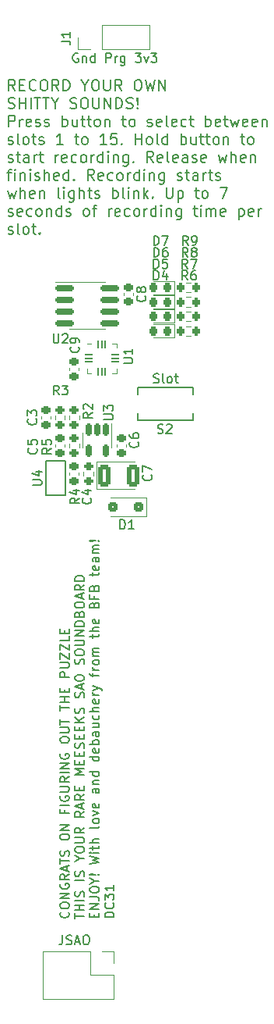
<source format=gto>
G04 #@! TF.GenerationSoftware,KiCad,Pcbnew,7.0.2*
G04 #@! TF.CreationDate,2023-05-27T23:51:10-07:00*
G04 #@! TF.ProjectId,meeseeks-sao,6d656573-6565-46b7-932d-73616f2e6b69,rev?*
G04 #@! TF.SameCoordinates,Original*
G04 #@! TF.FileFunction,Legend,Top*
G04 #@! TF.FilePolarity,Positive*
%FSLAX46Y46*%
G04 Gerber Fmt 4.6, Leading zero omitted, Abs format (unit mm)*
G04 Created by KiCad (PCBNEW 7.0.2) date 2023-05-27 23:51:10*
%MOMM*%
%LPD*%
G01*
G04 APERTURE LIST*
G04 Aperture macros list*
%AMRoundRect*
0 Rectangle with rounded corners*
0 $1 Rounding radius*
0 $2 $3 $4 $5 $6 $7 $8 $9 X,Y pos of 4 corners*
0 Add a 4 corners polygon primitive as box body*
4,1,4,$2,$3,$4,$5,$6,$7,$8,$9,$2,$3,0*
0 Add four circle primitives for the rounded corners*
1,1,$1+$1,$2,$3*
1,1,$1+$1,$4,$5*
1,1,$1+$1,$6,$7*
1,1,$1+$1,$8,$9*
0 Add four rect primitives between the rounded corners*
20,1,$1+$1,$2,$3,$4,$5,0*
20,1,$1+$1,$4,$5,$6,$7,0*
20,1,$1+$1,$6,$7,$8,$9,0*
20,1,$1+$1,$8,$9,$2,$3,0*%
%AMFreePoly0*
4,1,14,0.334644,0.085355,0.385355,0.034644,0.400000,-0.000711,0.400000,-0.050000,0.385355,-0.085355,0.350000,-0.100000,-0.350000,-0.100000,-0.385355,-0.085355,-0.400000,-0.050000,-0.400000,0.050000,-0.385355,0.085355,-0.350000,0.100000,0.299289,0.100000,0.334644,0.085355,0.334644,0.085355,$1*%
%AMFreePoly1*
4,1,14,0.385355,0.085355,0.400000,0.050000,0.400000,0.000711,0.385355,-0.034644,0.334644,-0.085355,0.299289,-0.100000,-0.350000,-0.100000,-0.385355,-0.085355,-0.400000,-0.050000,-0.400000,0.050000,-0.385355,0.085355,-0.350000,0.100000,0.350000,0.100000,0.385355,0.085355,0.385355,0.085355,$1*%
%AMFreePoly2*
4,1,14,0.085355,0.385355,0.100000,0.350000,0.100000,-0.350000,0.085355,-0.385355,0.050000,-0.400000,-0.050000,-0.400000,-0.085355,-0.385355,-0.100000,-0.350000,-0.100000,0.299289,-0.085355,0.334644,-0.034644,0.385355,0.000711,0.400000,0.050000,0.400000,0.085355,0.385355,0.085355,0.385355,$1*%
%AMFreePoly3*
4,1,14,0.034644,0.385355,0.085355,0.334644,0.100000,0.299289,0.100000,-0.350000,0.085355,-0.385355,0.050000,-0.400000,-0.050000,-0.400000,-0.085355,-0.385355,-0.100000,-0.350000,-0.100000,0.350000,-0.085355,0.385355,-0.050000,0.400000,-0.000711,0.400000,0.034644,0.385355,0.034644,0.385355,$1*%
%AMFreePoly4*
4,1,14,0.385355,0.085355,0.400000,0.050000,0.400000,-0.050000,0.385355,-0.085355,0.350000,-0.100000,-0.299289,-0.100000,-0.334644,-0.085355,-0.385355,-0.034644,-0.400000,0.000711,-0.400000,0.050000,-0.385355,0.085355,-0.350000,0.100000,0.350000,0.100000,0.385355,0.085355,0.385355,0.085355,$1*%
%AMFreePoly5*
4,1,14,0.385355,0.085355,0.400000,0.050000,0.400000,-0.050000,0.385355,-0.085355,0.350000,-0.100000,-0.350000,-0.100000,-0.385355,-0.085355,-0.400000,-0.050000,-0.400000,-0.000711,-0.385355,0.034644,-0.334644,0.085355,-0.299289,0.100000,0.350000,0.100000,0.385355,0.085355,0.385355,0.085355,$1*%
%AMFreePoly6*
4,1,14,0.085355,0.385355,0.100000,0.350000,0.100000,-0.299289,0.085355,-0.334644,0.034644,-0.385355,-0.000711,-0.400000,-0.050000,-0.400000,-0.085355,-0.385355,-0.100000,-0.350000,-0.100000,0.350000,-0.085355,0.385355,-0.050000,0.400000,0.050000,0.400000,0.085355,0.385355,0.085355,0.385355,$1*%
%AMFreePoly7*
4,1,14,0.085355,0.385355,0.100000,0.350000,0.100000,-0.350000,0.085355,-0.385355,0.050000,-0.400000,0.000711,-0.400000,-0.034644,-0.385355,-0.085355,-0.334644,-0.100000,-0.299289,-0.100000,0.350000,-0.085355,0.385355,-0.050000,0.400000,0.050000,0.400000,0.085355,0.385355,0.085355,0.385355,$1*%
G04 Aperture macros list end*
%ADD10C,0.150000*%
%ADD11C,0.120000*%
%ADD12C,0.200000*%
%ADD13C,0.127000*%
%ADD14RoundRect,0.250000X0.300000X0.300000X-0.300000X0.300000X-0.300000X-0.300000X0.300000X-0.300000X0*%
%ADD15R,1.700000X1.700000*%
%ADD16O,1.700000X1.700000*%
%ADD17C,0.700000*%
%ADD18RoundRect,0.150000X-0.150000X0.512500X-0.150000X-0.512500X0.150000X-0.512500X0.150000X0.512500X0*%
%ADD19RoundRect,0.150000X-0.825000X-0.150000X0.825000X-0.150000X0.825000X0.150000X-0.825000X0.150000X0*%
%ADD20FreePoly0,0.000000*%
%ADD21RoundRect,0.050000X-0.350000X-0.050000X0.350000X-0.050000X0.350000X0.050000X-0.350000X0.050000X0*%
%ADD22FreePoly1,0.000000*%
%ADD23FreePoly2,0.000000*%
%ADD24RoundRect,0.050000X-0.050000X-0.350000X0.050000X-0.350000X0.050000X0.350000X-0.050000X0.350000X0*%
%ADD25FreePoly3,0.000000*%
%ADD26FreePoly4,0.000000*%
%ADD27FreePoly5,0.000000*%
%ADD28FreePoly6,0.000000*%
%ADD29FreePoly7,0.000000*%
%ADD30R,1.900000X1.400000*%
%ADD31RoundRect,0.200000X-0.200000X-0.275000X0.200000X-0.275000X0.200000X0.275000X-0.200000X0.275000X0*%
%ADD32RoundRect,0.200000X0.275000X-0.200000X0.275000X0.200000X-0.275000X0.200000X-0.275000X-0.200000X0*%
%ADD33RoundRect,0.200000X-0.275000X0.200000X-0.275000X-0.200000X0.275000X-0.200000X0.275000X0.200000X0*%
%ADD34RoundRect,0.218750X0.218750X0.256250X-0.218750X0.256250X-0.218750X-0.256250X0.218750X-0.256250X0*%
%ADD35RoundRect,0.225000X-0.250000X0.225000X-0.250000X-0.225000X0.250000X-0.225000X0.250000X0.225000X0*%
%ADD36RoundRect,0.250000X-0.412500X-0.925000X0.412500X-0.925000X0.412500X0.925000X-0.412500X0.925000X0*%
%ADD37RoundRect,0.225000X0.250000X-0.225000X0.250000X0.225000X-0.250000X0.225000X-0.250000X-0.225000X0*%
G04 APERTURE END LIST*
D10*
X145172380Y-127090476D02*
X145220000Y-127138095D01*
X145220000Y-127138095D02*
X145267619Y-127280952D01*
X145267619Y-127280952D02*
X145267619Y-127376190D01*
X145267619Y-127376190D02*
X145220000Y-127519047D01*
X145220000Y-127519047D02*
X145124761Y-127614285D01*
X145124761Y-127614285D02*
X145029523Y-127661904D01*
X145029523Y-127661904D02*
X144839047Y-127709523D01*
X144839047Y-127709523D02*
X144696190Y-127709523D01*
X144696190Y-127709523D02*
X144505714Y-127661904D01*
X144505714Y-127661904D02*
X144410476Y-127614285D01*
X144410476Y-127614285D02*
X144315238Y-127519047D01*
X144315238Y-127519047D02*
X144267619Y-127376190D01*
X144267619Y-127376190D02*
X144267619Y-127280952D01*
X144267619Y-127280952D02*
X144315238Y-127138095D01*
X144315238Y-127138095D02*
X144362857Y-127090476D01*
X144267619Y-126471428D02*
X144267619Y-126280952D01*
X144267619Y-126280952D02*
X144315238Y-126185714D01*
X144315238Y-126185714D02*
X144410476Y-126090476D01*
X144410476Y-126090476D02*
X144600952Y-126042857D01*
X144600952Y-126042857D02*
X144934285Y-126042857D01*
X144934285Y-126042857D02*
X145124761Y-126090476D01*
X145124761Y-126090476D02*
X145220000Y-126185714D01*
X145220000Y-126185714D02*
X145267619Y-126280952D01*
X145267619Y-126280952D02*
X145267619Y-126471428D01*
X145267619Y-126471428D02*
X145220000Y-126566666D01*
X145220000Y-126566666D02*
X145124761Y-126661904D01*
X145124761Y-126661904D02*
X144934285Y-126709523D01*
X144934285Y-126709523D02*
X144600952Y-126709523D01*
X144600952Y-126709523D02*
X144410476Y-126661904D01*
X144410476Y-126661904D02*
X144315238Y-126566666D01*
X144315238Y-126566666D02*
X144267619Y-126471428D01*
X145267619Y-125614285D02*
X144267619Y-125614285D01*
X144267619Y-125614285D02*
X145267619Y-125042857D01*
X145267619Y-125042857D02*
X144267619Y-125042857D01*
X144315238Y-124042857D02*
X144267619Y-124138095D01*
X144267619Y-124138095D02*
X144267619Y-124280952D01*
X144267619Y-124280952D02*
X144315238Y-124423809D01*
X144315238Y-124423809D02*
X144410476Y-124519047D01*
X144410476Y-124519047D02*
X144505714Y-124566666D01*
X144505714Y-124566666D02*
X144696190Y-124614285D01*
X144696190Y-124614285D02*
X144839047Y-124614285D01*
X144839047Y-124614285D02*
X145029523Y-124566666D01*
X145029523Y-124566666D02*
X145124761Y-124519047D01*
X145124761Y-124519047D02*
X145220000Y-124423809D01*
X145220000Y-124423809D02*
X145267619Y-124280952D01*
X145267619Y-124280952D02*
X145267619Y-124185714D01*
X145267619Y-124185714D02*
X145220000Y-124042857D01*
X145220000Y-124042857D02*
X145172380Y-123995238D01*
X145172380Y-123995238D02*
X144839047Y-123995238D01*
X144839047Y-123995238D02*
X144839047Y-124185714D01*
X145267619Y-122995238D02*
X144791428Y-123328571D01*
X145267619Y-123566666D02*
X144267619Y-123566666D01*
X144267619Y-123566666D02*
X144267619Y-123185714D01*
X144267619Y-123185714D02*
X144315238Y-123090476D01*
X144315238Y-123090476D02*
X144362857Y-123042857D01*
X144362857Y-123042857D02*
X144458095Y-122995238D01*
X144458095Y-122995238D02*
X144600952Y-122995238D01*
X144600952Y-122995238D02*
X144696190Y-123042857D01*
X144696190Y-123042857D02*
X144743809Y-123090476D01*
X144743809Y-123090476D02*
X144791428Y-123185714D01*
X144791428Y-123185714D02*
X144791428Y-123566666D01*
X144981904Y-122614285D02*
X144981904Y-122138095D01*
X145267619Y-122709523D02*
X144267619Y-122376190D01*
X144267619Y-122376190D02*
X145267619Y-122042857D01*
X144267619Y-121852380D02*
X144267619Y-121280952D01*
X145267619Y-121566666D02*
X144267619Y-121566666D01*
X145220000Y-120995237D02*
X145267619Y-120852380D01*
X145267619Y-120852380D02*
X145267619Y-120614285D01*
X145267619Y-120614285D02*
X145220000Y-120519047D01*
X145220000Y-120519047D02*
X145172380Y-120471428D01*
X145172380Y-120471428D02*
X145077142Y-120423809D01*
X145077142Y-120423809D02*
X144981904Y-120423809D01*
X144981904Y-120423809D02*
X144886666Y-120471428D01*
X144886666Y-120471428D02*
X144839047Y-120519047D01*
X144839047Y-120519047D02*
X144791428Y-120614285D01*
X144791428Y-120614285D02*
X144743809Y-120804761D01*
X144743809Y-120804761D02*
X144696190Y-120899999D01*
X144696190Y-120899999D02*
X144648571Y-120947618D01*
X144648571Y-120947618D02*
X144553333Y-120995237D01*
X144553333Y-120995237D02*
X144458095Y-120995237D01*
X144458095Y-120995237D02*
X144362857Y-120947618D01*
X144362857Y-120947618D02*
X144315238Y-120899999D01*
X144315238Y-120899999D02*
X144267619Y-120804761D01*
X144267619Y-120804761D02*
X144267619Y-120566666D01*
X144267619Y-120566666D02*
X144315238Y-120423809D01*
X144267619Y-119042856D02*
X144267619Y-118852380D01*
X144267619Y-118852380D02*
X144315238Y-118757142D01*
X144315238Y-118757142D02*
X144410476Y-118661904D01*
X144410476Y-118661904D02*
X144600952Y-118614285D01*
X144600952Y-118614285D02*
X144934285Y-118614285D01*
X144934285Y-118614285D02*
X145124761Y-118661904D01*
X145124761Y-118661904D02*
X145220000Y-118757142D01*
X145220000Y-118757142D02*
X145267619Y-118852380D01*
X145267619Y-118852380D02*
X145267619Y-119042856D01*
X145267619Y-119042856D02*
X145220000Y-119138094D01*
X145220000Y-119138094D02*
X145124761Y-119233332D01*
X145124761Y-119233332D02*
X144934285Y-119280951D01*
X144934285Y-119280951D02*
X144600952Y-119280951D01*
X144600952Y-119280951D02*
X144410476Y-119233332D01*
X144410476Y-119233332D02*
X144315238Y-119138094D01*
X144315238Y-119138094D02*
X144267619Y-119042856D01*
X145267619Y-118185713D02*
X144267619Y-118185713D01*
X144267619Y-118185713D02*
X145267619Y-117614285D01*
X145267619Y-117614285D02*
X144267619Y-117614285D01*
X144743809Y-116042856D02*
X144743809Y-116376189D01*
X145267619Y-116376189D02*
X144267619Y-116376189D01*
X144267619Y-116376189D02*
X144267619Y-115899999D01*
X145267619Y-115519046D02*
X144267619Y-115519046D01*
X144315238Y-114519047D02*
X144267619Y-114614285D01*
X144267619Y-114614285D02*
X144267619Y-114757142D01*
X144267619Y-114757142D02*
X144315238Y-114899999D01*
X144315238Y-114899999D02*
X144410476Y-114995237D01*
X144410476Y-114995237D02*
X144505714Y-115042856D01*
X144505714Y-115042856D02*
X144696190Y-115090475D01*
X144696190Y-115090475D02*
X144839047Y-115090475D01*
X144839047Y-115090475D02*
X145029523Y-115042856D01*
X145029523Y-115042856D02*
X145124761Y-114995237D01*
X145124761Y-114995237D02*
X145220000Y-114899999D01*
X145220000Y-114899999D02*
X145267619Y-114757142D01*
X145267619Y-114757142D02*
X145267619Y-114661904D01*
X145267619Y-114661904D02*
X145220000Y-114519047D01*
X145220000Y-114519047D02*
X145172380Y-114471428D01*
X145172380Y-114471428D02*
X144839047Y-114471428D01*
X144839047Y-114471428D02*
X144839047Y-114661904D01*
X144267619Y-114042856D02*
X145077142Y-114042856D01*
X145077142Y-114042856D02*
X145172380Y-113995237D01*
X145172380Y-113995237D02*
X145220000Y-113947618D01*
X145220000Y-113947618D02*
X145267619Y-113852380D01*
X145267619Y-113852380D02*
X145267619Y-113661904D01*
X145267619Y-113661904D02*
X145220000Y-113566666D01*
X145220000Y-113566666D02*
X145172380Y-113519047D01*
X145172380Y-113519047D02*
X145077142Y-113471428D01*
X145077142Y-113471428D02*
X144267619Y-113471428D01*
X145267619Y-112423809D02*
X144791428Y-112757142D01*
X145267619Y-112995237D02*
X144267619Y-112995237D01*
X144267619Y-112995237D02*
X144267619Y-112614285D01*
X144267619Y-112614285D02*
X144315238Y-112519047D01*
X144315238Y-112519047D02*
X144362857Y-112471428D01*
X144362857Y-112471428D02*
X144458095Y-112423809D01*
X144458095Y-112423809D02*
X144600952Y-112423809D01*
X144600952Y-112423809D02*
X144696190Y-112471428D01*
X144696190Y-112471428D02*
X144743809Y-112519047D01*
X144743809Y-112519047D02*
X144791428Y-112614285D01*
X144791428Y-112614285D02*
X144791428Y-112995237D01*
X145267619Y-111995237D02*
X144267619Y-111995237D01*
X145267619Y-111519047D02*
X144267619Y-111519047D01*
X144267619Y-111519047D02*
X145267619Y-110947619D01*
X145267619Y-110947619D02*
X144267619Y-110947619D01*
X144315238Y-109947619D02*
X144267619Y-110042857D01*
X144267619Y-110042857D02*
X144267619Y-110185714D01*
X144267619Y-110185714D02*
X144315238Y-110328571D01*
X144315238Y-110328571D02*
X144410476Y-110423809D01*
X144410476Y-110423809D02*
X144505714Y-110471428D01*
X144505714Y-110471428D02*
X144696190Y-110519047D01*
X144696190Y-110519047D02*
X144839047Y-110519047D01*
X144839047Y-110519047D02*
X145029523Y-110471428D01*
X145029523Y-110471428D02*
X145124761Y-110423809D01*
X145124761Y-110423809D02*
X145220000Y-110328571D01*
X145220000Y-110328571D02*
X145267619Y-110185714D01*
X145267619Y-110185714D02*
X145267619Y-110090476D01*
X145267619Y-110090476D02*
X145220000Y-109947619D01*
X145220000Y-109947619D02*
X145172380Y-109900000D01*
X145172380Y-109900000D02*
X144839047Y-109900000D01*
X144839047Y-109900000D02*
X144839047Y-110090476D01*
X144267619Y-108519047D02*
X144267619Y-108328571D01*
X144267619Y-108328571D02*
X144315238Y-108233333D01*
X144315238Y-108233333D02*
X144410476Y-108138095D01*
X144410476Y-108138095D02*
X144600952Y-108090476D01*
X144600952Y-108090476D02*
X144934285Y-108090476D01*
X144934285Y-108090476D02*
X145124761Y-108138095D01*
X145124761Y-108138095D02*
X145220000Y-108233333D01*
X145220000Y-108233333D02*
X145267619Y-108328571D01*
X145267619Y-108328571D02*
X145267619Y-108519047D01*
X145267619Y-108519047D02*
X145220000Y-108614285D01*
X145220000Y-108614285D02*
X145124761Y-108709523D01*
X145124761Y-108709523D02*
X144934285Y-108757142D01*
X144934285Y-108757142D02*
X144600952Y-108757142D01*
X144600952Y-108757142D02*
X144410476Y-108709523D01*
X144410476Y-108709523D02*
X144315238Y-108614285D01*
X144315238Y-108614285D02*
X144267619Y-108519047D01*
X144267619Y-107661904D02*
X145077142Y-107661904D01*
X145077142Y-107661904D02*
X145172380Y-107614285D01*
X145172380Y-107614285D02*
X145220000Y-107566666D01*
X145220000Y-107566666D02*
X145267619Y-107471428D01*
X145267619Y-107471428D02*
X145267619Y-107280952D01*
X145267619Y-107280952D02*
X145220000Y-107185714D01*
X145220000Y-107185714D02*
X145172380Y-107138095D01*
X145172380Y-107138095D02*
X145077142Y-107090476D01*
X145077142Y-107090476D02*
X144267619Y-107090476D01*
X144267619Y-106757142D02*
X144267619Y-106185714D01*
X145267619Y-106471428D02*
X144267619Y-106471428D01*
X144267619Y-105233332D02*
X144267619Y-104661904D01*
X145267619Y-104947618D02*
X144267619Y-104947618D01*
X145267619Y-104328570D02*
X144267619Y-104328570D01*
X144743809Y-104328570D02*
X144743809Y-103757142D01*
X145267619Y-103757142D02*
X144267619Y-103757142D01*
X144743809Y-103280951D02*
X144743809Y-102947618D01*
X145267619Y-102804761D02*
X145267619Y-103280951D01*
X145267619Y-103280951D02*
X144267619Y-103280951D01*
X144267619Y-103280951D02*
X144267619Y-102804761D01*
X145267619Y-101614284D02*
X144267619Y-101614284D01*
X144267619Y-101614284D02*
X144267619Y-101233332D01*
X144267619Y-101233332D02*
X144315238Y-101138094D01*
X144315238Y-101138094D02*
X144362857Y-101090475D01*
X144362857Y-101090475D02*
X144458095Y-101042856D01*
X144458095Y-101042856D02*
X144600952Y-101042856D01*
X144600952Y-101042856D02*
X144696190Y-101090475D01*
X144696190Y-101090475D02*
X144743809Y-101138094D01*
X144743809Y-101138094D02*
X144791428Y-101233332D01*
X144791428Y-101233332D02*
X144791428Y-101614284D01*
X144267619Y-100614284D02*
X145077142Y-100614284D01*
X145077142Y-100614284D02*
X145172380Y-100566665D01*
X145172380Y-100566665D02*
X145220000Y-100519046D01*
X145220000Y-100519046D02*
X145267619Y-100423808D01*
X145267619Y-100423808D02*
X145267619Y-100233332D01*
X145267619Y-100233332D02*
X145220000Y-100138094D01*
X145220000Y-100138094D02*
X145172380Y-100090475D01*
X145172380Y-100090475D02*
X145077142Y-100042856D01*
X145077142Y-100042856D02*
X144267619Y-100042856D01*
X144267619Y-99661903D02*
X144267619Y-98995237D01*
X144267619Y-98995237D02*
X145267619Y-99661903D01*
X145267619Y-99661903D02*
X145267619Y-98995237D01*
X144267619Y-98709522D02*
X144267619Y-98042856D01*
X144267619Y-98042856D02*
X145267619Y-98709522D01*
X145267619Y-98709522D02*
X145267619Y-98042856D01*
X145267619Y-97185713D02*
X145267619Y-97661903D01*
X145267619Y-97661903D02*
X144267619Y-97661903D01*
X144743809Y-96852379D02*
X144743809Y-96519046D01*
X145267619Y-96376189D02*
X145267619Y-96852379D01*
X145267619Y-96852379D02*
X144267619Y-96852379D01*
X144267619Y-96852379D02*
X144267619Y-96376189D01*
X145887619Y-127804761D02*
X145887619Y-127233333D01*
X146887619Y-127519047D02*
X145887619Y-127519047D01*
X146887619Y-126899999D02*
X145887619Y-126899999D01*
X146363809Y-126899999D02*
X146363809Y-126328571D01*
X146887619Y-126328571D02*
X145887619Y-126328571D01*
X146887619Y-125852380D02*
X145887619Y-125852380D01*
X146840000Y-125423809D02*
X146887619Y-125280952D01*
X146887619Y-125280952D02*
X146887619Y-125042857D01*
X146887619Y-125042857D02*
X146840000Y-124947619D01*
X146840000Y-124947619D02*
X146792380Y-124900000D01*
X146792380Y-124900000D02*
X146697142Y-124852381D01*
X146697142Y-124852381D02*
X146601904Y-124852381D01*
X146601904Y-124852381D02*
X146506666Y-124900000D01*
X146506666Y-124900000D02*
X146459047Y-124947619D01*
X146459047Y-124947619D02*
X146411428Y-125042857D01*
X146411428Y-125042857D02*
X146363809Y-125233333D01*
X146363809Y-125233333D02*
X146316190Y-125328571D01*
X146316190Y-125328571D02*
X146268571Y-125376190D01*
X146268571Y-125376190D02*
X146173333Y-125423809D01*
X146173333Y-125423809D02*
X146078095Y-125423809D01*
X146078095Y-125423809D02*
X145982857Y-125376190D01*
X145982857Y-125376190D02*
X145935238Y-125328571D01*
X145935238Y-125328571D02*
X145887619Y-125233333D01*
X145887619Y-125233333D02*
X145887619Y-124995238D01*
X145887619Y-124995238D02*
X145935238Y-124852381D01*
X146887619Y-123661904D02*
X145887619Y-123661904D01*
X146840000Y-123233333D02*
X146887619Y-123090476D01*
X146887619Y-123090476D02*
X146887619Y-122852381D01*
X146887619Y-122852381D02*
X146840000Y-122757143D01*
X146840000Y-122757143D02*
X146792380Y-122709524D01*
X146792380Y-122709524D02*
X146697142Y-122661905D01*
X146697142Y-122661905D02*
X146601904Y-122661905D01*
X146601904Y-122661905D02*
X146506666Y-122709524D01*
X146506666Y-122709524D02*
X146459047Y-122757143D01*
X146459047Y-122757143D02*
X146411428Y-122852381D01*
X146411428Y-122852381D02*
X146363809Y-123042857D01*
X146363809Y-123042857D02*
X146316190Y-123138095D01*
X146316190Y-123138095D02*
X146268571Y-123185714D01*
X146268571Y-123185714D02*
X146173333Y-123233333D01*
X146173333Y-123233333D02*
X146078095Y-123233333D01*
X146078095Y-123233333D02*
X145982857Y-123185714D01*
X145982857Y-123185714D02*
X145935238Y-123138095D01*
X145935238Y-123138095D02*
X145887619Y-123042857D01*
X145887619Y-123042857D02*
X145887619Y-122804762D01*
X145887619Y-122804762D02*
X145935238Y-122661905D01*
X146411428Y-121280952D02*
X146887619Y-121280952D01*
X145887619Y-121614285D02*
X146411428Y-121280952D01*
X146411428Y-121280952D02*
X145887619Y-120947619D01*
X145887619Y-120423809D02*
X145887619Y-120233333D01*
X145887619Y-120233333D02*
X145935238Y-120138095D01*
X145935238Y-120138095D02*
X146030476Y-120042857D01*
X146030476Y-120042857D02*
X146220952Y-119995238D01*
X146220952Y-119995238D02*
X146554285Y-119995238D01*
X146554285Y-119995238D02*
X146744761Y-120042857D01*
X146744761Y-120042857D02*
X146840000Y-120138095D01*
X146840000Y-120138095D02*
X146887619Y-120233333D01*
X146887619Y-120233333D02*
X146887619Y-120423809D01*
X146887619Y-120423809D02*
X146840000Y-120519047D01*
X146840000Y-120519047D02*
X146744761Y-120614285D01*
X146744761Y-120614285D02*
X146554285Y-120661904D01*
X146554285Y-120661904D02*
X146220952Y-120661904D01*
X146220952Y-120661904D02*
X146030476Y-120614285D01*
X146030476Y-120614285D02*
X145935238Y-120519047D01*
X145935238Y-120519047D02*
X145887619Y-120423809D01*
X145887619Y-119566666D02*
X146697142Y-119566666D01*
X146697142Y-119566666D02*
X146792380Y-119519047D01*
X146792380Y-119519047D02*
X146840000Y-119471428D01*
X146840000Y-119471428D02*
X146887619Y-119376190D01*
X146887619Y-119376190D02*
X146887619Y-119185714D01*
X146887619Y-119185714D02*
X146840000Y-119090476D01*
X146840000Y-119090476D02*
X146792380Y-119042857D01*
X146792380Y-119042857D02*
X146697142Y-118995238D01*
X146697142Y-118995238D02*
X145887619Y-118995238D01*
X146887619Y-117947619D02*
X146411428Y-118280952D01*
X146887619Y-118519047D02*
X145887619Y-118519047D01*
X145887619Y-118519047D02*
X145887619Y-118138095D01*
X145887619Y-118138095D02*
X145935238Y-118042857D01*
X145935238Y-118042857D02*
X145982857Y-117995238D01*
X145982857Y-117995238D02*
X146078095Y-117947619D01*
X146078095Y-117947619D02*
X146220952Y-117947619D01*
X146220952Y-117947619D02*
X146316190Y-117995238D01*
X146316190Y-117995238D02*
X146363809Y-118042857D01*
X146363809Y-118042857D02*
X146411428Y-118138095D01*
X146411428Y-118138095D02*
X146411428Y-118519047D01*
X146887619Y-116185714D02*
X146411428Y-116519047D01*
X146887619Y-116757142D02*
X145887619Y-116757142D01*
X145887619Y-116757142D02*
X145887619Y-116376190D01*
X145887619Y-116376190D02*
X145935238Y-116280952D01*
X145935238Y-116280952D02*
X145982857Y-116233333D01*
X145982857Y-116233333D02*
X146078095Y-116185714D01*
X146078095Y-116185714D02*
X146220952Y-116185714D01*
X146220952Y-116185714D02*
X146316190Y-116233333D01*
X146316190Y-116233333D02*
X146363809Y-116280952D01*
X146363809Y-116280952D02*
X146411428Y-116376190D01*
X146411428Y-116376190D02*
X146411428Y-116757142D01*
X146601904Y-115804761D02*
X146601904Y-115328571D01*
X146887619Y-115899999D02*
X145887619Y-115566666D01*
X145887619Y-115566666D02*
X146887619Y-115233333D01*
X146887619Y-114328571D02*
X146411428Y-114661904D01*
X146887619Y-114899999D02*
X145887619Y-114899999D01*
X145887619Y-114899999D02*
X145887619Y-114519047D01*
X145887619Y-114519047D02*
X145935238Y-114423809D01*
X145935238Y-114423809D02*
X145982857Y-114376190D01*
X145982857Y-114376190D02*
X146078095Y-114328571D01*
X146078095Y-114328571D02*
X146220952Y-114328571D01*
X146220952Y-114328571D02*
X146316190Y-114376190D01*
X146316190Y-114376190D02*
X146363809Y-114423809D01*
X146363809Y-114423809D02*
X146411428Y-114519047D01*
X146411428Y-114519047D02*
X146411428Y-114899999D01*
X146363809Y-113899999D02*
X146363809Y-113566666D01*
X146887619Y-113423809D02*
X146887619Y-113899999D01*
X146887619Y-113899999D02*
X145887619Y-113899999D01*
X145887619Y-113899999D02*
X145887619Y-113423809D01*
X146887619Y-112233332D02*
X145887619Y-112233332D01*
X145887619Y-112233332D02*
X146601904Y-111899999D01*
X146601904Y-111899999D02*
X145887619Y-111566666D01*
X145887619Y-111566666D02*
X146887619Y-111566666D01*
X146363809Y-111090475D02*
X146363809Y-110757142D01*
X146887619Y-110614285D02*
X146887619Y-111090475D01*
X146887619Y-111090475D02*
X145887619Y-111090475D01*
X145887619Y-111090475D02*
X145887619Y-110614285D01*
X146363809Y-110185713D02*
X146363809Y-109852380D01*
X146887619Y-109709523D02*
X146887619Y-110185713D01*
X146887619Y-110185713D02*
X145887619Y-110185713D01*
X145887619Y-110185713D02*
X145887619Y-109709523D01*
X146840000Y-109328570D02*
X146887619Y-109185713D01*
X146887619Y-109185713D02*
X146887619Y-108947618D01*
X146887619Y-108947618D02*
X146840000Y-108852380D01*
X146840000Y-108852380D02*
X146792380Y-108804761D01*
X146792380Y-108804761D02*
X146697142Y-108757142D01*
X146697142Y-108757142D02*
X146601904Y-108757142D01*
X146601904Y-108757142D02*
X146506666Y-108804761D01*
X146506666Y-108804761D02*
X146459047Y-108852380D01*
X146459047Y-108852380D02*
X146411428Y-108947618D01*
X146411428Y-108947618D02*
X146363809Y-109138094D01*
X146363809Y-109138094D02*
X146316190Y-109233332D01*
X146316190Y-109233332D02*
X146268571Y-109280951D01*
X146268571Y-109280951D02*
X146173333Y-109328570D01*
X146173333Y-109328570D02*
X146078095Y-109328570D01*
X146078095Y-109328570D02*
X145982857Y-109280951D01*
X145982857Y-109280951D02*
X145935238Y-109233332D01*
X145935238Y-109233332D02*
X145887619Y-109138094D01*
X145887619Y-109138094D02*
X145887619Y-108899999D01*
X145887619Y-108899999D02*
X145935238Y-108757142D01*
X146363809Y-108328570D02*
X146363809Y-107995237D01*
X146887619Y-107852380D02*
X146887619Y-108328570D01*
X146887619Y-108328570D02*
X145887619Y-108328570D01*
X145887619Y-108328570D02*
X145887619Y-107852380D01*
X146363809Y-107423808D02*
X146363809Y-107090475D01*
X146887619Y-106947618D02*
X146887619Y-107423808D01*
X146887619Y-107423808D02*
X145887619Y-107423808D01*
X145887619Y-107423808D02*
X145887619Y-106947618D01*
X146887619Y-106519046D02*
X145887619Y-106519046D01*
X146887619Y-105947618D02*
X146316190Y-106376189D01*
X145887619Y-105947618D02*
X146459047Y-106519046D01*
X146840000Y-105566665D02*
X146887619Y-105423808D01*
X146887619Y-105423808D02*
X146887619Y-105185713D01*
X146887619Y-105185713D02*
X146840000Y-105090475D01*
X146840000Y-105090475D02*
X146792380Y-105042856D01*
X146792380Y-105042856D02*
X146697142Y-104995237D01*
X146697142Y-104995237D02*
X146601904Y-104995237D01*
X146601904Y-104995237D02*
X146506666Y-105042856D01*
X146506666Y-105042856D02*
X146459047Y-105090475D01*
X146459047Y-105090475D02*
X146411428Y-105185713D01*
X146411428Y-105185713D02*
X146363809Y-105376189D01*
X146363809Y-105376189D02*
X146316190Y-105471427D01*
X146316190Y-105471427D02*
X146268571Y-105519046D01*
X146268571Y-105519046D02*
X146173333Y-105566665D01*
X146173333Y-105566665D02*
X146078095Y-105566665D01*
X146078095Y-105566665D02*
X145982857Y-105519046D01*
X145982857Y-105519046D02*
X145935238Y-105471427D01*
X145935238Y-105471427D02*
X145887619Y-105376189D01*
X145887619Y-105376189D02*
X145887619Y-105138094D01*
X145887619Y-105138094D02*
X145935238Y-104995237D01*
X146840000Y-103852379D02*
X146887619Y-103709522D01*
X146887619Y-103709522D02*
X146887619Y-103471427D01*
X146887619Y-103471427D02*
X146840000Y-103376189D01*
X146840000Y-103376189D02*
X146792380Y-103328570D01*
X146792380Y-103328570D02*
X146697142Y-103280951D01*
X146697142Y-103280951D02*
X146601904Y-103280951D01*
X146601904Y-103280951D02*
X146506666Y-103328570D01*
X146506666Y-103328570D02*
X146459047Y-103376189D01*
X146459047Y-103376189D02*
X146411428Y-103471427D01*
X146411428Y-103471427D02*
X146363809Y-103661903D01*
X146363809Y-103661903D02*
X146316190Y-103757141D01*
X146316190Y-103757141D02*
X146268571Y-103804760D01*
X146268571Y-103804760D02*
X146173333Y-103852379D01*
X146173333Y-103852379D02*
X146078095Y-103852379D01*
X146078095Y-103852379D02*
X145982857Y-103804760D01*
X145982857Y-103804760D02*
X145935238Y-103757141D01*
X145935238Y-103757141D02*
X145887619Y-103661903D01*
X145887619Y-103661903D02*
X145887619Y-103423808D01*
X145887619Y-103423808D02*
X145935238Y-103280951D01*
X146601904Y-102899998D02*
X146601904Y-102423808D01*
X146887619Y-102995236D02*
X145887619Y-102661903D01*
X145887619Y-102661903D02*
X146887619Y-102328570D01*
X145887619Y-101804760D02*
X145887619Y-101614284D01*
X145887619Y-101614284D02*
X145935238Y-101519046D01*
X145935238Y-101519046D02*
X146030476Y-101423808D01*
X146030476Y-101423808D02*
X146220952Y-101376189D01*
X146220952Y-101376189D02*
X146554285Y-101376189D01*
X146554285Y-101376189D02*
X146744761Y-101423808D01*
X146744761Y-101423808D02*
X146840000Y-101519046D01*
X146840000Y-101519046D02*
X146887619Y-101614284D01*
X146887619Y-101614284D02*
X146887619Y-101804760D01*
X146887619Y-101804760D02*
X146840000Y-101899998D01*
X146840000Y-101899998D02*
X146744761Y-101995236D01*
X146744761Y-101995236D02*
X146554285Y-102042855D01*
X146554285Y-102042855D02*
X146220952Y-102042855D01*
X146220952Y-102042855D02*
X146030476Y-101995236D01*
X146030476Y-101995236D02*
X145935238Y-101899998D01*
X145935238Y-101899998D02*
X145887619Y-101804760D01*
X146840000Y-100233331D02*
X146887619Y-100090474D01*
X146887619Y-100090474D02*
X146887619Y-99852379D01*
X146887619Y-99852379D02*
X146840000Y-99757141D01*
X146840000Y-99757141D02*
X146792380Y-99709522D01*
X146792380Y-99709522D02*
X146697142Y-99661903D01*
X146697142Y-99661903D02*
X146601904Y-99661903D01*
X146601904Y-99661903D02*
X146506666Y-99709522D01*
X146506666Y-99709522D02*
X146459047Y-99757141D01*
X146459047Y-99757141D02*
X146411428Y-99852379D01*
X146411428Y-99852379D02*
X146363809Y-100042855D01*
X146363809Y-100042855D02*
X146316190Y-100138093D01*
X146316190Y-100138093D02*
X146268571Y-100185712D01*
X146268571Y-100185712D02*
X146173333Y-100233331D01*
X146173333Y-100233331D02*
X146078095Y-100233331D01*
X146078095Y-100233331D02*
X145982857Y-100185712D01*
X145982857Y-100185712D02*
X145935238Y-100138093D01*
X145935238Y-100138093D02*
X145887619Y-100042855D01*
X145887619Y-100042855D02*
X145887619Y-99804760D01*
X145887619Y-99804760D02*
X145935238Y-99661903D01*
X145887619Y-99042855D02*
X145887619Y-98852379D01*
X145887619Y-98852379D02*
X145935238Y-98757141D01*
X145935238Y-98757141D02*
X146030476Y-98661903D01*
X146030476Y-98661903D02*
X146220952Y-98614284D01*
X146220952Y-98614284D02*
X146554285Y-98614284D01*
X146554285Y-98614284D02*
X146744761Y-98661903D01*
X146744761Y-98661903D02*
X146840000Y-98757141D01*
X146840000Y-98757141D02*
X146887619Y-98852379D01*
X146887619Y-98852379D02*
X146887619Y-99042855D01*
X146887619Y-99042855D02*
X146840000Y-99138093D01*
X146840000Y-99138093D02*
X146744761Y-99233331D01*
X146744761Y-99233331D02*
X146554285Y-99280950D01*
X146554285Y-99280950D02*
X146220952Y-99280950D01*
X146220952Y-99280950D02*
X146030476Y-99233331D01*
X146030476Y-99233331D02*
X145935238Y-99138093D01*
X145935238Y-99138093D02*
X145887619Y-99042855D01*
X145887619Y-98185712D02*
X146697142Y-98185712D01*
X146697142Y-98185712D02*
X146792380Y-98138093D01*
X146792380Y-98138093D02*
X146840000Y-98090474D01*
X146840000Y-98090474D02*
X146887619Y-97995236D01*
X146887619Y-97995236D02*
X146887619Y-97804760D01*
X146887619Y-97804760D02*
X146840000Y-97709522D01*
X146840000Y-97709522D02*
X146792380Y-97661903D01*
X146792380Y-97661903D02*
X146697142Y-97614284D01*
X146697142Y-97614284D02*
X145887619Y-97614284D01*
X146887619Y-97138093D02*
X145887619Y-97138093D01*
X145887619Y-97138093D02*
X146887619Y-96566665D01*
X146887619Y-96566665D02*
X145887619Y-96566665D01*
X146887619Y-96090474D02*
X145887619Y-96090474D01*
X145887619Y-96090474D02*
X145887619Y-95852379D01*
X145887619Y-95852379D02*
X145935238Y-95709522D01*
X145935238Y-95709522D02*
X146030476Y-95614284D01*
X146030476Y-95614284D02*
X146125714Y-95566665D01*
X146125714Y-95566665D02*
X146316190Y-95519046D01*
X146316190Y-95519046D02*
X146459047Y-95519046D01*
X146459047Y-95519046D02*
X146649523Y-95566665D01*
X146649523Y-95566665D02*
X146744761Y-95614284D01*
X146744761Y-95614284D02*
X146840000Y-95709522D01*
X146840000Y-95709522D02*
X146887619Y-95852379D01*
X146887619Y-95852379D02*
X146887619Y-96090474D01*
X146363809Y-94757141D02*
X146411428Y-94614284D01*
X146411428Y-94614284D02*
X146459047Y-94566665D01*
X146459047Y-94566665D02*
X146554285Y-94519046D01*
X146554285Y-94519046D02*
X146697142Y-94519046D01*
X146697142Y-94519046D02*
X146792380Y-94566665D01*
X146792380Y-94566665D02*
X146840000Y-94614284D01*
X146840000Y-94614284D02*
X146887619Y-94709522D01*
X146887619Y-94709522D02*
X146887619Y-95090474D01*
X146887619Y-95090474D02*
X145887619Y-95090474D01*
X145887619Y-95090474D02*
X145887619Y-94757141D01*
X145887619Y-94757141D02*
X145935238Y-94661903D01*
X145935238Y-94661903D02*
X145982857Y-94614284D01*
X145982857Y-94614284D02*
X146078095Y-94566665D01*
X146078095Y-94566665D02*
X146173333Y-94566665D01*
X146173333Y-94566665D02*
X146268571Y-94614284D01*
X146268571Y-94614284D02*
X146316190Y-94661903D01*
X146316190Y-94661903D02*
X146363809Y-94757141D01*
X146363809Y-94757141D02*
X146363809Y-95090474D01*
X145887619Y-93899998D02*
X145887619Y-93709522D01*
X145887619Y-93709522D02*
X145935238Y-93614284D01*
X145935238Y-93614284D02*
X146030476Y-93519046D01*
X146030476Y-93519046D02*
X146220952Y-93471427D01*
X146220952Y-93471427D02*
X146554285Y-93471427D01*
X146554285Y-93471427D02*
X146744761Y-93519046D01*
X146744761Y-93519046D02*
X146840000Y-93614284D01*
X146840000Y-93614284D02*
X146887619Y-93709522D01*
X146887619Y-93709522D02*
X146887619Y-93899998D01*
X146887619Y-93899998D02*
X146840000Y-93995236D01*
X146840000Y-93995236D02*
X146744761Y-94090474D01*
X146744761Y-94090474D02*
X146554285Y-94138093D01*
X146554285Y-94138093D02*
X146220952Y-94138093D01*
X146220952Y-94138093D02*
X146030476Y-94090474D01*
X146030476Y-94090474D02*
X145935238Y-93995236D01*
X145935238Y-93995236D02*
X145887619Y-93899998D01*
X146601904Y-93090474D02*
X146601904Y-92614284D01*
X146887619Y-93185712D02*
X145887619Y-92852379D01*
X145887619Y-92852379D02*
X146887619Y-92519046D01*
X146887619Y-91614284D02*
X146411428Y-91947617D01*
X146887619Y-92185712D02*
X145887619Y-92185712D01*
X145887619Y-92185712D02*
X145887619Y-91804760D01*
X145887619Y-91804760D02*
X145935238Y-91709522D01*
X145935238Y-91709522D02*
X145982857Y-91661903D01*
X145982857Y-91661903D02*
X146078095Y-91614284D01*
X146078095Y-91614284D02*
X146220952Y-91614284D01*
X146220952Y-91614284D02*
X146316190Y-91661903D01*
X146316190Y-91661903D02*
X146363809Y-91709522D01*
X146363809Y-91709522D02*
X146411428Y-91804760D01*
X146411428Y-91804760D02*
X146411428Y-92185712D01*
X146887619Y-91185712D02*
X145887619Y-91185712D01*
X145887619Y-91185712D02*
X145887619Y-90947617D01*
X145887619Y-90947617D02*
X145935238Y-90804760D01*
X145935238Y-90804760D02*
X146030476Y-90709522D01*
X146030476Y-90709522D02*
X146125714Y-90661903D01*
X146125714Y-90661903D02*
X146316190Y-90614284D01*
X146316190Y-90614284D02*
X146459047Y-90614284D01*
X146459047Y-90614284D02*
X146649523Y-90661903D01*
X146649523Y-90661903D02*
X146744761Y-90709522D01*
X146744761Y-90709522D02*
X146840000Y-90804760D01*
X146840000Y-90804760D02*
X146887619Y-90947617D01*
X146887619Y-90947617D02*
X146887619Y-91185712D01*
X147983809Y-127661904D02*
X147983809Y-127328571D01*
X148507619Y-127185714D02*
X148507619Y-127661904D01*
X148507619Y-127661904D02*
X147507619Y-127661904D01*
X147507619Y-127661904D02*
X147507619Y-127185714D01*
X148507619Y-126757142D02*
X147507619Y-126757142D01*
X147507619Y-126757142D02*
X148507619Y-126185714D01*
X148507619Y-126185714D02*
X147507619Y-126185714D01*
X147507619Y-125423809D02*
X148221904Y-125423809D01*
X148221904Y-125423809D02*
X148364761Y-125471428D01*
X148364761Y-125471428D02*
X148460000Y-125566666D01*
X148460000Y-125566666D02*
X148507619Y-125709523D01*
X148507619Y-125709523D02*
X148507619Y-125804761D01*
X147507619Y-124757142D02*
X147507619Y-124566666D01*
X147507619Y-124566666D02*
X147555238Y-124471428D01*
X147555238Y-124471428D02*
X147650476Y-124376190D01*
X147650476Y-124376190D02*
X147840952Y-124328571D01*
X147840952Y-124328571D02*
X148174285Y-124328571D01*
X148174285Y-124328571D02*
X148364761Y-124376190D01*
X148364761Y-124376190D02*
X148460000Y-124471428D01*
X148460000Y-124471428D02*
X148507619Y-124566666D01*
X148507619Y-124566666D02*
X148507619Y-124757142D01*
X148507619Y-124757142D02*
X148460000Y-124852380D01*
X148460000Y-124852380D02*
X148364761Y-124947618D01*
X148364761Y-124947618D02*
X148174285Y-124995237D01*
X148174285Y-124995237D02*
X147840952Y-124995237D01*
X147840952Y-124995237D02*
X147650476Y-124947618D01*
X147650476Y-124947618D02*
X147555238Y-124852380D01*
X147555238Y-124852380D02*
X147507619Y-124757142D01*
X148031428Y-123709523D02*
X148507619Y-123709523D01*
X147507619Y-124042856D02*
X148031428Y-123709523D01*
X148031428Y-123709523D02*
X147507619Y-123376190D01*
X148412380Y-123042856D02*
X148460000Y-122995237D01*
X148460000Y-122995237D02*
X148507619Y-123042856D01*
X148507619Y-123042856D02*
X148460000Y-123090475D01*
X148460000Y-123090475D02*
X148412380Y-123042856D01*
X148412380Y-123042856D02*
X148507619Y-123042856D01*
X148126666Y-123042856D02*
X147555238Y-123090475D01*
X147555238Y-123090475D02*
X147507619Y-123042856D01*
X147507619Y-123042856D02*
X147555238Y-122995237D01*
X147555238Y-122995237D02*
X148126666Y-123042856D01*
X148126666Y-123042856D02*
X147507619Y-123042856D01*
X147507619Y-121899999D02*
X148507619Y-121661904D01*
X148507619Y-121661904D02*
X147793333Y-121471428D01*
X147793333Y-121471428D02*
X148507619Y-121280952D01*
X148507619Y-121280952D02*
X147507619Y-121042857D01*
X148507619Y-120661904D02*
X147840952Y-120661904D01*
X147507619Y-120661904D02*
X147555238Y-120709523D01*
X147555238Y-120709523D02*
X147602857Y-120661904D01*
X147602857Y-120661904D02*
X147555238Y-120614285D01*
X147555238Y-120614285D02*
X147507619Y-120661904D01*
X147507619Y-120661904D02*
X147602857Y-120661904D01*
X147840952Y-120328571D02*
X147840952Y-119947619D01*
X147507619Y-120185714D02*
X148364761Y-120185714D01*
X148364761Y-120185714D02*
X148460000Y-120138095D01*
X148460000Y-120138095D02*
X148507619Y-120042857D01*
X148507619Y-120042857D02*
X148507619Y-119947619D01*
X148507619Y-119614285D02*
X147507619Y-119614285D01*
X148507619Y-119185714D02*
X147983809Y-119185714D01*
X147983809Y-119185714D02*
X147888571Y-119233333D01*
X147888571Y-119233333D02*
X147840952Y-119328571D01*
X147840952Y-119328571D02*
X147840952Y-119471428D01*
X147840952Y-119471428D02*
X147888571Y-119566666D01*
X147888571Y-119566666D02*
X147936190Y-119614285D01*
X148507619Y-117804761D02*
X148460000Y-117899999D01*
X148460000Y-117899999D02*
X148364761Y-117947618D01*
X148364761Y-117947618D02*
X147507619Y-117947618D01*
X148507619Y-117280951D02*
X148460000Y-117376189D01*
X148460000Y-117376189D02*
X148412380Y-117423808D01*
X148412380Y-117423808D02*
X148317142Y-117471427D01*
X148317142Y-117471427D02*
X148031428Y-117471427D01*
X148031428Y-117471427D02*
X147936190Y-117423808D01*
X147936190Y-117423808D02*
X147888571Y-117376189D01*
X147888571Y-117376189D02*
X147840952Y-117280951D01*
X147840952Y-117280951D02*
X147840952Y-117138094D01*
X147840952Y-117138094D02*
X147888571Y-117042856D01*
X147888571Y-117042856D02*
X147936190Y-116995237D01*
X147936190Y-116995237D02*
X148031428Y-116947618D01*
X148031428Y-116947618D02*
X148317142Y-116947618D01*
X148317142Y-116947618D02*
X148412380Y-116995237D01*
X148412380Y-116995237D02*
X148460000Y-117042856D01*
X148460000Y-117042856D02*
X148507619Y-117138094D01*
X148507619Y-117138094D02*
X148507619Y-117280951D01*
X147840952Y-116614284D02*
X148507619Y-116376189D01*
X148507619Y-116376189D02*
X147840952Y-116138094D01*
X148460000Y-115376189D02*
X148507619Y-115471427D01*
X148507619Y-115471427D02*
X148507619Y-115661903D01*
X148507619Y-115661903D02*
X148460000Y-115757141D01*
X148460000Y-115757141D02*
X148364761Y-115804760D01*
X148364761Y-115804760D02*
X147983809Y-115804760D01*
X147983809Y-115804760D02*
X147888571Y-115757141D01*
X147888571Y-115757141D02*
X147840952Y-115661903D01*
X147840952Y-115661903D02*
X147840952Y-115471427D01*
X147840952Y-115471427D02*
X147888571Y-115376189D01*
X147888571Y-115376189D02*
X147983809Y-115328570D01*
X147983809Y-115328570D02*
X148079047Y-115328570D01*
X148079047Y-115328570D02*
X148174285Y-115804760D01*
X148507619Y-113709522D02*
X147983809Y-113709522D01*
X147983809Y-113709522D02*
X147888571Y-113757141D01*
X147888571Y-113757141D02*
X147840952Y-113852379D01*
X147840952Y-113852379D02*
X147840952Y-114042855D01*
X147840952Y-114042855D02*
X147888571Y-114138093D01*
X148460000Y-113709522D02*
X148507619Y-113804760D01*
X148507619Y-113804760D02*
X148507619Y-114042855D01*
X148507619Y-114042855D02*
X148460000Y-114138093D01*
X148460000Y-114138093D02*
X148364761Y-114185712D01*
X148364761Y-114185712D02*
X148269523Y-114185712D01*
X148269523Y-114185712D02*
X148174285Y-114138093D01*
X148174285Y-114138093D02*
X148126666Y-114042855D01*
X148126666Y-114042855D02*
X148126666Y-113804760D01*
X148126666Y-113804760D02*
X148079047Y-113709522D01*
X147840952Y-113233331D02*
X148507619Y-113233331D01*
X147936190Y-113233331D02*
X147888571Y-113185712D01*
X147888571Y-113185712D02*
X147840952Y-113090474D01*
X147840952Y-113090474D02*
X147840952Y-112947617D01*
X147840952Y-112947617D02*
X147888571Y-112852379D01*
X147888571Y-112852379D02*
X147983809Y-112804760D01*
X147983809Y-112804760D02*
X148507619Y-112804760D01*
X148507619Y-111899998D02*
X147507619Y-111899998D01*
X148460000Y-111899998D02*
X148507619Y-111995236D01*
X148507619Y-111995236D02*
X148507619Y-112185712D01*
X148507619Y-112185712D02*
X148460000Y-112280950D01*
X148460000Y-112280950D02*
X148412380Y-112328569D01*
X148412380Y-112328569D02*
X148317142Y-112376188D01*
X148317142Y-112376188D02*
X148031428Y-112376188D01*
X148031428Y-112376188D02*
X147936190Y-112328569D01*
X147936190Y-112328569D02*
X147888571Y-112280950D01*
X147888571Y-112280950D02*
X147840952Y-112185712D01*
X147840952Y-112185712D02*
X147840952Y-111995236D01*
X147840952Y-111995236D02*
X147888571Y-111899998D01*
X148507619Y-110233331D02*
X147507619Y-110233331D01*
X148460000Y-110233331D02*
X148507619Y-110328569D01*
X148507619Y-110328569D02*
X148507619Y-110519045D01*
X148507619Y-110519045D02*
X148460000Y-110614283D01*
X148460000Y-110614283D02*
X148412380Y-110661902D01*
X148412380Y-110661902D02*
X148317142Y-110709521D01*
X148317142Y-110709521D02*
X148031428Y-110709521D01*
X148031428Y-110709521D02*
X147936190Y-110661902D01*
X147936190Y-110661902D02*
X147888571Y-110614283D01*
X147888571Y-110614283D02*
X147840952Y-110519045D01*
X147840952Y-110519045D02*
X147840952Y-110328569D01*
X147840952Y-110328569D02*
X147888571Y-110233331D01*
X148460000Y-109376188D02*
X148507619Y-109471426D01*
X148507619Y-109471426D02*
X148507619Y-109661902D01*
X148507619Y-109661902D02*
X148460000Y-109757140D01*
X148460000Y-109757140D02*
X148364761Y-109804759D01*
X148364761Y-109804759D02*
X147983809Y-109804759D01*
X147983809Y-109804759D02*
X147888571Y-109757140D01*
X147888571Y-109757140D02*
X147840952Y-109661902D01*
X147840952Y-109661902D02*
X147840952Y-109471426D01*
X147840952Y-109471426D02*
X147888571Y-109376188D01*
X147888571Y-109376188D02*
X147983809Y-109328569D01*
X147983809Y-109328569D02*
X148079047Y-109328569D01*
X148079047Y-109328569D02*
X148174285Y-109804759D01*
X148507619Y-108899997D02*
X147507619Y-108899997D01*
X147888571Y-108899997D02*
X147840952Y-108804759D01*
X147840952Y-108804759D02*
X147840952Y-108614283D01*
X147840952Y-108614283D02*
X147888571Y-108519045D01*
X147888571Y-108519045D02*
X147936190Y-108471426D01*
X147936190Y-108471426D02*
X148031428Y-108423807D01*
X148031428Y-108423807D02*
X148317142Y-108423807D01*
X148317142Y-108423807D02*
X148412380Y-108471426D01*
X148412380Y-108471426D02*
X148460000Y-108519045D01*
X148460000Y-108519045D02*
X148507619Y-108614283D01*
X148507619Y-108614283D02*
X148507619Y-108804759D01*
X148507619Y-108804759D02*
X148460000Y-108899997D01*
X148507619Y-107566664D02*
X147983809Y-107566664D01*
X147983809Y-107566664D02*
X147888571Y-107614283D01*
X147888571Y-107614283D02*
X147840952Y-107709521D01*
X147840952Y-107709521D02*
X147840952Y-107899997D01*
X147840952Y-107899997D02*
X147888571Y-107995235D01*
X148460000Y-107566664D02*
X148507619Y-107661902D01*
X148507619Y-107661902D02*
X148507619Y-107899997D01*
X148507619Y-107899997D02*
X148460000Y-107995235D01*
X148460000Y-107995235D02*
X148364761Y-108042854D01*
X148364761Y-108042854D02*
X148269523Y-108042854D01*
X148269523Y-108042854D02*
X148174285Y-107995235D01*
X148174285Y-107995235D02*
X148126666Y-107899997D01*
X148126666Y-107899997D02*
X148126666Y-107661902D01*
X148126666Y-107661902D02*
X148079047Y-107566664D01*
X147840952Y-106661902D02*
X148507619Y-106661902D01*
X147840952Y-107090473D02*
X148364761Y-107090473D01*
X148364761Y-107090473D02*
X148460000Y-107042854D01*
X148460000Y-107042854D02*
X148507619Y-106947616D01*
X148507619Y-106947616D02*
X148507619Y-106804759D01*
X148507619Y-106804759D02*
X148460000Y-106709521D01*
X148460000Y-106709521D02*
X148412380Y-106661902D01*
X148460000Y-105757140D02*
X148507619Y-105852378D01*
X148507619Y-105852378D02*
X148507619Y-106042854D01*
X148507619Y-106042854D02*
X148460000Y-106138092D01*
X148460000Y-106138092D02*
X148412380Y-106185711D01*
X148412380Y-106185711D02*
X148317142Y-106233330D01*
X148317142Y-106233330D02*
X148031428Y-106233330D01*
X148031428Y-106233330D02*
X147936190Y-106185711D01*
X147936190Y-106185711D02*
X147888571Y-106138092D01*
X147888571Y-106138092D02*
X147840952Y-106042854D01*
X147840952Y-106042854D02*
X147840952Y-105852378D01*
X147840952Y-105852378D02*
X147888571Y-105757140D01*
X148507619Y-105328568D02*
X147507619Y-105328568D01*
X148507619Y-104899997D02*
X147983809Y-104899997D01*
X147983809Y-104899997D02*
X147888571Y-104947616D01*
X147888571Y-104947616D02*
X147840952Y-105042854D01*
X147840952Y-105042854D02*
X147840952Y-105185711D01*
X147840952Y-105185711D02*
X147888571Y-105280949D01*
X147888571Y-105280949D02*
X147936190Y-105328568D01*
X148460000Y-104042854D02*
X148507619Y-104138092D01*
X148507619Y-104138092D02*
X148507619Y-104328568D01*
X148507619Y-104328568D02*
X148460000Y-104423806D01*
X148460000Y-104423806D02*
X148364761Y-104471425D01*
X148364761Y-104471425D02*
X147983809Y-104471425D01*
X147983809Y-104471425D02*
X147888571Y-104423806D01*
X147888571Y-104423806D02*
X147840952Y-104328568D01*
X147840952Y-104328568D02*
X147840952Y-104138092D01*
X147840952Y-104138092D02*
X147888571Y-104042854D01*
X147888571Y-104042854D02*
X147983809Y-103995235D01*
X147983809Y-103995235D02*
X148079047Y-103995235D01*
X148079047Y-103995235D02*
X148174285Y-104471425D01*
X148507619Y-103566663D02*
X147840952Y-103566663D01*
X148031428Y-103566663D02*
X147936190Y-103519044D01*
X147936190Y-103519044D02*
X147888571Y-103471425D01*
X147888571Y-103471425D02*
X147840952Y-103376187D01*
X147840952Y-103376187D02*
X147840952Y-103280949D01*
X147840952Y-103042853D02*
X148507619Y-102804758D01*
X147840952Y-102566663D02*
X148507619Y-102804758D01*
X148507619Y-102804758D02*
X148745714Y-102899996D01*
X148745714Y-102899996D02*
X148793333Y-102947615D01*
X148793333Y-102947615D02*
X148840952Y-103042853D01*
X147840952Y-101566662D02*
X147840952Y-101185710D01*
X148507619Y-101423805D02*
X147650476Y-101423805D01*
X147650476Y-101423805D02*
X147555238Y-101376186D01*
X147555238Y-101376186D02*
X147507619Y-101280948D01*
X147507619Y-101280948D02*
X147507619Y-101185710D01*
X148507619Y-100852376D02*
X147840952Y-100852376D01*
X148031428Y-100852376D02*
X147936190Y-100804757D01*
X147936190Y-100804757D02*
X147888571Y-100757138D01*
X147888571Y-100757138D02*
X147840952Y-100661900D01*
X147840952Y-100661900D02*
X147840952Y-100566662D01*
X148507619Y-100090471D02*
X148460000Y-100185709D01*
X148460000Y-100185709D02*
X148412380Y-100233328D01*
X148412380Y-100233328D02*
X148317142Y-100280947D01*
X148317142Y-100280947D02*
X148031428Y-100280947D01*
X148031428Y-100280947D02*
X147936190Y-100233328D01*
X147936190Y-100233328D02*
X147888571Y-100185709D01*
X147888571Y-100185709D02*
X147840952Y-100090471D01*
X147840952Y-100090471D02*
X147840952Y-99947614D01*
X147840952Y-99947614D02*
X147888571Y-99852376D01*
X147888571Y-99852376D02*
X147936190Y-99804757D01*
X147936190Y-99804757D02*
X148031428Y-99757138D01*
X148031428Y-99757138D02*
X148317142Y-99757138D01*
X148317142Y-99757138D02*
X148412380Y-99804757D01*
X148412380Y-99804757D02*
X148460000Y-99852376D01*
X148460000Y-99852376D02*
X148507619Y-99947614D01*
X148507619Y-99947614D02*
X148507619Y-100090471D01*
X148507619Y-99328566D02*
X147840952Y-99328566D01*
X147936190Y-99328566D02*
X147888571Y-99280947D01*
X147888571Y-99280947D02*
X147840952Y-99185709D01*
X147840952Y-99185709D02*
X147840952Y-99042852D01*
X147840952Y-99042852D02*
X147888571Y-98947614D01*
X147888571Y-98947614D02*
X147983809Y-98899995D01*
X147983809Y-98899995D02*
X148507619Y-98899995D01*
X147983809Y-98899995D02*
X147888571Y-98852376D01*
X147888571Y-98852376D02*
X147840952Y-98757138D01*
X147840952Y-98757138D02*
X147840952Y-98614281D01*
X147840952Y-98614281D02*
X147888571Y-98519042D01*
X147888571Y-98519042D02*
X147983809Y-98471423D01*
X147983809Y-98471423D02*
X148507619Y-98471423D01*
X147840952Y-97376185D02*
X147840952Y-96995233D01*
X147507619Y-97233328D02*
X148364761Y-97233328D01*
X148364761Y-97233328D02*
X148460000Y-97185709D01*
X148460000Y-97185709D02*
X148507619Y-97090471D01*
X148507619Y-97090471D02*
X148507619Y-96995233D01*
X148507619Y-96661899D02*
X147507619Y-96661899D01*
X148507619Y-96233328D02*
X147983809Y-96233328D01*
X147983809Y-96233328D02*
X147888571Y-96280947D01*
X147888571Y-96280947D02*
X147840952Y-96376185D01*
X147840952Y-96376185D02*
X147840952Y-96519042D01*
X147840952Y-96519042D02*
X147888571Y-96614280D01*
X147888571Y-96614280D02*
X147936190Y-96661899D01*
X148460000Y-95376185D02*
X148507619Y-95471423D01*
X148507619Y-95471423D02*
X148507619Y-95661899D01*
X148507619Y-95661899D02*
X148460000Y-95757137D01*
X148460000Y-95757137D02*
X148364761Y-95804756D01*
X148364761Y-95804756D02*
X147983809Y-95804756D01*
X147983809Y-95804756D02*
X147888571Y-95757137D01*
X147888571Y-95757137D02*
X147840952Y-95661899D01*
X147840952Y-95661899D02*
X147840952Y-95471423D01*
X147840952Y-95471423D02*
X147888571Y-95376185D01*
X147888571Y-95376185D02*
X147983809Y-95328566D01*
X147983809Y-95328566D02*
X148079047Y-95328566D01*
X148079047Y-95328566D02*
X148174285Y-95804756D01*
X147983809Y-93804756D02*
X148031428Y-93661899D01*
X148031428Y-93661899D02*
X148079047Y-93614280D01*
X148079047Y-93614280D02*
X148174285Y-93566661D01*
X148174285Y-93566661D02*
X148317142Y-93566661D01*
X148317142Y-93566661D02*
X148412380Y-93614280D01*
X148412380Y-93614280D02*
X148460000Y-93661899D01*
X148460000Y-93661899D02*
X148507619Y-93757137D01*
X148507619Y-93757137D02*
X148507619Y-94138089D01*
X148507619Y-94138089D02*
X147507619Y-94138089D01*
X147507619Y-94138089D02*
X147507619Y-93804756D01*
X147507619Y-93804756D02*
X147555238Y-93709518D01*
X147555238Y-93709518D02*
X147602857Y-93661899D01*
X147602857Y-93661899D02*
X147698095Y-93614280D01*
X147698095Y-93614280D02*
X147793333Y-93614280D01*
X147793333Y-93614280D02*
X147888571Y-93661899D01*
X147888571Y-93661899D02*
X147936190Y-93709518D01*
X147936190Y-93709518D02*
X147983809Y-93804756D01*
X147983809Y-93804756D02*
X147983809Y-94138089D01*
X147983809Y-92804756D02*
X147983809Y-93138089D01*
X148507619Y-93138089D02*
X147507619Y-93138089D01*
X147507619Y-93138089D02*
X147507619Y-92661899D01*
X147983809Y-91947613D02*
X148031428Y-91804756D01*
X148031428Y-91804756D02*
X148079047Y-91757137D01*
X148079047Y-91757137D02*
X148174285Y-91709518D01*
X148174285Y-91709518D02*
X148317142Y-91709518D01*
X148317142Y-91709518D02*
X148412380Y-91757137D01*
X148412380Y-91757137D02*
X148460000Y-91804756D01*
X148460000Y-91804756D02*
X148507619Y-91899994D01*
X148507619Y-91899994D02*
X148507619Y-92280946D01*
X148507619Y-92280946D02*
X147507619Y-92280946D01*
X147507619Y-92280946D02*
X147507619Y-91947613D01*
X147507619Y-91947613D02*
X147555238Y-91852375D01*
X147555238Y-91852375D02*
X147602857Y-91804756D01*
X147602857Y-91804756D02*
X147698095Y-91757137D01*
X147698095Y-91757137D02*
X147793333Y-91757137D01*
X147793333Y-91757137D02*
X147888571Y-91804756D01*
X147888571Y-91804756D02*
X147936190Y-91852375D01*
X147936190Y-91852375D02*
X147983809Y-91947613D01*
X147983809Y-91947613D02*
X147983809Y-92280946D01*
X147840952Y-90661898D02*
X147840952Y-90280946D01*
X147507619Y-90519041D02*
X148364761Y-90519041D01*
X148364761Y-90519041D02*
X148460000Y-90471422D01*
X148460000Y-90471422D02*
X148507619Y-90376184D01*
X148507619Y-90376184D02*
X148507619Y-90280946D01*
X148460000Y-89566660D02*
X148507619Y-89661898D01*
X148507619Y-89661898D02*
X148507619Y-89852374D01*
X148507619Y-89852374D02*
X148460000Y-89947612D01*
X148460000Y-89947612D02*
X148364761Y-89995231D01*
X148364761Y-89995231D02*
X147983809Y-89995231D01*
X147983809Y-89995231D02*
X147888571Y-89947612D01*
X147888571Y-89947612D02*
X147840952Y-89852374D01*
X147840952Y-89852374D02*
X147840952Y-89661898D01*
X147840952Y-89661898D02*
X147888571Y-89566660D01*
X147888571Y-89566660D02*
X147983809Y-89519041D01*
X147983809Y-89519041D02*
X148079047Y-89519041D01*
X148079047Y-89519041D02*
X148174285Y-89995231D01*
X148507619Y-88661898D02*
X147983809Y-88661898D01*
X147983809Y-88661898D02*
X147888571Y-88709517D01*
X147888571Y-88709517D02*
X147840952Y-88804755D01*
X147840952Y-88804755D02*
X147840952Y-88995231D01*
X147840952Y-88995231D02*
X147888571Y-89090469D01*
X148460000Y-88661898D02*
X148507619Y-88757136D01*
X148507619Y-88757136D02*
X148507619Y-88995231D01*
X148507619Y-88995231D02*
X148460000Y-89090469D01*
X148460000Y-89090469D02*
X148364761Y-89138088D01*
X148364761Y-89138088D02*
X148269523Y-89138088D01*
X148269523Y-89138088D02*
X148174285Y-89090469D01*
X148174285Y-89090469D02*
X148126666Y-88995231D01*
X148126666Y-88995231D02*
X148126666Y-88757136D01*
X148126666Y-88757136D02*
X148079047Y-88661898D01*
X148507619Y-88185707D02*
X147840952Y-88185707D01*
X147936190Y-88185707D02*
X147888571Y-88138088D01*
X147888571Y-88138088D02*
X147840952Y-88042850D01*
X147840952Y-88042850D02*
X147840952Y-87899993D01*
X147840952Y-87899993D02*
X147888571Y-87804755D01*
X147888571Y-87804755D02*
X147983809Y-87757136D01*
X147983809Y-87757136D02*
X148507619Y-87757136D01*
X147983809Y-87757136D02*
X147888571Y-87709517D01*
X147888571Y-87709517D02*
X147840952Y-87614279D01*
X147840952Y-87614279D02*
X147840952Y-87471422D01*
X147840952Y-87471422D02*
X147888571Y-87376183D01*
X147888571Y-87376183D02*
X147983809Y-87328564D01*
X147983809Y-87328564D02*
X148507619Y-87328564D01*
X148412380Y-86852374D02*
X148460000Y-86804755D01*
X148460000Y-86804755D02*
X148507619Y-86852374D01*
X148507619Y-86852374D02*
X148460000Y-86899993D01*
X148460000Y-86899993D02*
X148412380Y-86852374D01*
X148412380Y-86852374D02*
X148507619Y-86852374D01*
X148126666Y-86852374D02*
X147555238Y-86899993D01*
X147555238Y-86899993D02*
X147507619Y-86852374D01*
X147507619Y-86852374D02*
X147555238Y-86804755D01*
X147555238Y-86804755D02*
X148126666Y-86852374D01*
X148126666Y-86852374D02*
X147507619Y-86852374D01*
X150127619Y-127661904D02*
X149127619Y-127661904D01*
X149127619Y-127661904D02*
X149127619Y-127423809D01*
X149127619Y-127423809D02*
X149175238Y-127280952D01*
X149175238Y-127280952D02*
X149270476Y-127185714D01*
X149270476Y-127185714D02*
X149365714Y-127138095D01*
X149365714Y-127138095D02*
X149556190Y-127090476D01*
X149556190Y-127090476D02*
X149699047Y-127090476D01*
X149699047Y-127090476D02*
X149889523Y-127138095D01*
X149889523Y-127138095D02*
X149984761Y-127185714D01*
X149984761Y-127185714D02*
X150080000Y-127280952D01*
X150080000Y-127280952D02*
X150127619Y-127423809D01*
X150127619Y-127423809D02*
X150127619Y-127661904D01*
X150032380Y-126090476D02*
X150080000Y-126138095D01*
X150080000Y-126138095D02*
X150127619Y-126280952D01*
X150127619Y-126280952D02*
X150127619Y-126376190D01*
X150127619Y-126376190D02*
X150080000Y-126519047D01*
X150080000Y-126519047D02*
X149984761Y-126614285D01*
X149984761Y-126614285D02*
X149889523Y-126661904D01*
X149889523Y-126661904D02*
X149699047Y-126709523D01*
X149699047Y-126709523D02*
X149556190Y-126709523D01*
X149556190Y-126709523D02*
X149365714Y-126661904D01*
X149365714Y-126661904D02*
X149270476Y-126614285D01*
X149270476Y-126614285D02*
X149175238Y-126519047D01*
X149175238Y-126519047D02*
X149127619Y-126376190D01*
X149127619Y-126376190D02*
X149127619Y-126280952D01*
X149127619Y-126280952D02*
X149175238Y-126138095D01*
X149175238Y-126138095D02*
X149222857Y-126090476D01*
X149127619Y-125757142D02*
X149127619Y-125138095D01*
X149127619Y-125138095D02*
X149508571Y-125471428D01*
X149508571Y-125471428D02*
X149508571Y-125328571D01*
X149508571Y-125328571D02*
X149556190Y-125233333D01*
X149556190Y-125233333D02*
X149603809Y-125185714D01*
X149603809Y-125185714D02*
X149699047Y-125138095D01*
X149699047Y-125138095D02*
X149937142Y-125138095D01*
X149937142Y-125138095D02*
X150032380Y-125185714D01*
X150032380Y-125185714D02*
X150080000Y-125233333D01*
X150080000Y-125233333D02*
X150127619Y-125328571D01*
X150127619Y-125328571D02*
X150127619Y-125614285D01*
X150127619Y-125614285D02*
X150080000Y-125709523D01*
X150080000Y-125709523D02*
X150032380Y-125757142D01*
X150127619Y-124185714D02*
X150127619Y-124757142D01*
X150127619Y-124471428D02*
X149127619Y-124471428D01*
X149127619Y-124471428D02*
X149270476Y-124566666D01*
X149270476Y-124566666D02*
X149365714Y-124661904D01*
X149365714Y-124661904D02*
X149413333Y-124757142D01*
X139371428Y-38051142D02*
X138971428Y-37479714D01*
X138685714Y-38051142D02*
X138685714Y-36851142D01*
X138685714Y-36851142D02*
X139142857Y-36851142D01*
X139142857Y-36851142D02*
X139257142Y-36908285D01*
X139257142Y-36908285D02*
X139314285Y-36965428D01*
X139314285Y-36965428D02*
X139371428Y-37079714D01*
X139371428Y-37079714D02*
X139371428Y-37251142D01*
X139371428Y-37251142D02*
X139314285Y-37365428D01*
X139314285Y-37365428D02*
X139257142Y-37422571D01*
X139257142Y-37422571D02*
X139142857Y-37479714D01*
X139142857Y-37479714D02*
X138685714Y-37479714D01*
X139885714Y-37422571D02*
X140285714Y-37422571D01*
X140457142Y-38051142D02*
X139885714Y-38051142D01*
X139885714Y-38051142D02*
X139885714Y-36851142D01*
X139885714Y-36851142D02*
X140457142Y-36851142D01*
X141657142Y-37936857D02*
X141599999Y-37994000D01*
X141599999Y-37994000D02*
X141428571Y-38051142D01*
X141428571Y-38051142D02*
X141314285Y-38051142D01*
X141314285Y-38051142D02*
X141142856Y-37994000D01*
X141142856Y-37994000D02*
X141028571Y-37879714D01*
X141028571Y-37879714D02*
X140971428Y-37765428D01*
X140971428Y-37765428D02*
X140914285Y-37536857D01*
X140914285Y-37536857D02*
X140914285Y-37365428D01*
X140914285Y-37365428D02*
X140971428Y-37136857D01*
X140971428Y-37136857D02*
X141028571Y-37022571D01*
X141028571Y-37022571D02*
X141142856Y-36908285D01*
X141142856Y-36908285D02*
X141314285Y-36851142D01*
X141314285Y-36851142D02*
X141428571Y-36851142D01*
X141428571Y-36851142D02*
X141599999Y-36908285D01*
X141599999Y-36908285D02*
X141657142Y-36965428D01*
X142399999Y-36851142D02*
X142628571Y-36851142D01*
X142628571Y-36851142D02*
X142742856Y-36908285D01*
X142742856Y-36908285D02*
X142857142Y-37022571D01*
X142857142Y-37022571D02*
X142914285Y-37251142D01*
X142914285Y-37251142D02*
X142914285Y-37651142D01*
X142914285Y-37651142D02*
X142857142Y-37879714D01*
X142857142Y-37879714D02*
X142742856Y-37994000D01*
X142742856Y-37994000D02*
X142628571Y-38051142D01*
X142628571Y-38051142D02*
X142399999Y-38051142D01*
X142399999Y-38051142D02*
X142285714Y-37994000D01*
X142285714Y-37994000D02*
X142171428Y-37879714D01*
X142171428Y-37879714D02*
X142114285Y-37651142D01*
X142114285Y-37651142D02*
X142114285Y-37251142D01*
X142114285Y-37251142D02*
X142171428Y-37022571D01*
X142171428Y-37022571D02*
X142285714Y-36908285D01*
X142285714Y-36908285D02*
X142399999Y-36851142D01*
X144114285Y-38051142D02*
X143714285Y-37479714D01*
X143428571Y-38051142D02*
X143428571Y-36851142D01*
X143428571Y-36851142D02*
X143885714Y-36851142D01*
X143885714Y-36851142D02*
X143999999Y-36908285D01*
X143999999Y-36908285D02*
X144057142Y-36965428D01*
X144057142Y-36965428D02*
X144114285Y-37079714D01*
X144114285Y-37079714D02*
X144114285Y-37251142D01*
X144114285Y-37251142D02*
X144057142Y-37365428D01*
X144057142Y-37365428D02*
X143999999Y-37422571D01*
X143999999Y-37422571D02*
X143885714Y-37479714D01*
X143885714Y-37479714D02*
X143428571Y-37479714D01*
X144628571Y-38051142D02*
X144628571Y-36851142D01*
X144628571Y-36851142D02*
X144914285Y-36851142D01*
X144914285Y-36851142D02*
X145085714Y-36908285D01*
X145085714Y-36908285D02*
X145199999Y-37022571D01*
X145199999Y-37022571D02*
X145257142Y-37136857D01*
X145257142Y-37136857D02*
X145314285Y-37365428D01*
X145314285Y-37365428D02*
X145314285Y-37536857D01*
X145314285Y-37536857D02*
X145257142Y-37765428D01*
X145257142Y-37765428D02*
X145199999Y-37879714D01*
X145199999Y-37879714D02*
X145085714Y-37994000D01*
X145085714Y-37994000D02*
X144914285Y-38051142D01*
X144914285Y-38051142D02*
X144628571Y-38051142D01*
X146971428Y-37479714D02*
X146971428Y-38051142D01*
X146571428Y-36851142D02*
X146971428Y-37479714D01*
X146971428Y-37479714D02*
X147371428Y-36851142D01*
X147999999Y-36851142D02*
X148228571Y-36851142D01*
X148228571Y-36851142D02*
X148342856Y-36908285D01*
X148342856Y-36908285D02*
X148457142Y-37022571D01*
X148457142Y-37022571D02*
X148514285Y-37251142D01*
X148514285Y-37251142D02*
X148514285Y-37651142D01*
X148514285Y-37651142D02*
X148457142Y-37879714D01*
X148457142Y-37879714D02*
X148342856Y-37994000D01*
X148342856Y-37994000D02*
X148228571Y-38051142D01*
X148228571Y-38051142D02*
X147999999Y-38051142D01*
X147999999Y-38051142D02*
X147885714Y-37994000D01*
X147885714Y-37994000D02*
X147771428Y-37879714D01*
X147771428Y-37879714D02*
X147714285Y-37651142D01*
X147714285Y-37651142D02*
X147714285Y-37251142D01*
X147714285Y-37251142D02*
X147771428Y-37022571D01*
X147771428Y-37022571D02*
X147885714Y-36908285D01*
X147885714Y-36908285D02*
X147999999Y-36851142D01*
X149028571Y-36851142D02*
X149028571Y-37822571D01*
X149028571Y-37822571D02*
X149085714Y-37936857D01*
X149085714Y-37936857D02*
X149142857Y-37994000D01*
X149142857Y-37994000D02*
X149257142Y-38051142D01*
X149257142Y-38051142D02*
X149485714Y-38051142D01*
X149485714Y-38051142D02*
X149599999Y-37994000D01*
X149599999Y-37994000D02*
X149657142Y-37936857D01*
X149657142Y-37936857D02*
X149714285Y-37822571D01*
X149714285Y-37822571D02*
X149714285Y-36851142D01*
X150971428Y-38051142D02*
X150571428Y-37479714D01*
X150285714Y-38051142D02*
X150285714Y-36851142D01*
X150285714Y-36851142D02*
X150742857Y-36851142D01*
X150742857Y-36851142D02*
X150857142Y-36908285D01*
X150857142Y-36908285D02*
X150914285Y-36965428D01*
X150914285Y-36965428D02*
X150971428Y-37079714D01*
X150971428Y-37079714D02*
X150971428Y-37251142D01*
X150971428Y-37251142D02*
X150914285Y-37365428D01*
X150914285Y-37365428D02*
X150857142Y-37422571D01*
X150857142Y-37422571D02*
X150742857Y-37479714D01*
X150742857Y-37479714D02*
X150285714Y-37479714D01*
X152628571Y-36851142D02*
X152857143Y-36851142D01*
X152857143Y-36851142D02*
X152971428Y-36908285D01*
X152971428Y-36908285D02*
X153085714Y-37022571D01*
X153085714Y-37022571D02*
X153142857Y-37251142D01*
X153142857Y-37251142D02*
X153142857Y-37651142D01*
X153142857Y-37651142D02*
X153085714Y-37879714D01*
X153085714Y-37879714D02*
X152971428Y-37994000D01*
X152971428Y-37994000D02*
X152857143Y-38051142D01*
X152857143Y-38051142D02*
X152628571Y-38051142D01*
X152628571Y-38051142D02*
X152514286Y-37994000D01*
X152514286Y-37994000D02*
X152400000Y-37879714D01*
X152400000Y-37879714D02*
X152342857Y-37651142D01*
X152342857Y-37651142D02*
X152342857Y-37251142D01*
X152342857Y-37251142D02*
X152400000Y-37022571D01*
X152400000Y-37022571D02*
X152514286Y-36908285D01*
X152514286Y-36908285D02*
X152628571Y-36851142D01*
X153542857Y-36851142D02*
X153828571Y-38051142D01*
X153828571Y-38051142D02*
X154057143Y-37194000D01*
X154057143Y-37194000D02*
X154285714Y-38051142D01*
X154285714Y-38051142D02*
X154571429Y-36851142D01*
X155028572Y-38051142D02*
X155028572Y-36851142D01*
X155028572Y-36851142D02*
X155714286Y-38051142D01*
X155714286Y-38051142D02*
X155714286Y-36851142D01*
X138628571Y-39938000D02*
X138800000Y-39995142D01*
X138800000Y-39995142D02*
X139085714Y-39995142D01*
X139085714Y-39995142D02*
X139200000Y-39938000D01*
X139200000Y-39938000D02*
X139257142Y-39880857D01*
X139257142Y-39880857D02*
X139314285Y-39766571D01*
X139314285Y-39766571D02*
X139314285Y-39652285D01*
X139314285Y-39652285D02*
X139257142Y-39538000D01*
X139257142Y-39538000D02*
X139200000Y-39480857D01*
X139200000Y-39480857D02*
X139085714Y-39423714D01*
X139085714Y-39423714D02*
X138857142Y-39366571D01*
X138857142Y-39366571D02*
X138742857Y-39309428D01*
X138742857Y-39309428D02*
X138685714Y-39252285D01*
X138685714Y-39252285D02*
X138628571Y-39138000D01*
X138628571Y-39138000D02*
X138628571Y-39023714D01*
X138628571Y-39023714D02*
X138685714Y-38909428D01*
X138685714Y-38909428D02*
X138742857Y-38852285D01*
X138742857Y-38852285D02*
X138857142Y-38795142D01*
X138857142Y-38795142D02*
X139142857Y-38795142D01*
X139142857Y-38795142D02*
X139314285Y-38852285D01*
X139828571Y-39995142D02*
X139828571Y-38795142D01*
X139828571Y-39366571D02*
X140514285Y-39366571D01*
X140514285Y-39995142D02*
X140514285Y-38795142D01*
X141085714Y-39995142D02*
X141085714Y-38795142D01*
X141485714Y-38795142D02*
X142171429Y-38795142D01*
X141828571Y-39995142D02*
X141828571Y-38795142D01*
X142400000Y-38795142D02*
X143085715Y-38795142D01*
X142742857Y-39995142D02*
X142742857Y-38795142D01*
X143714286Y-39423714D02*
X143714286Y-39995142D01*
X143314286Y-38795142D02*
X143714286Y-39423714D01*
X143714286Y-39423714D02*
X144114286Y-38795142D01*
X145371429Y-39938000D02*
X145542858Y-39995142D01*
X145542858Y-39995142D02*
X145828572Y-39995142D01*
X145828572Y-39995142D02*
X145942858Y-39938000D01*
X145942858Y-39938000D02*
X146000000Y-39880857D01*
X146000000Y-39880857D02*
X146057143Y-39766571D01*
X146057143Y-39766571D02*
X146057143Y-39652285D01*
X146057143Y-39652285D02*
X146000000Y-39538000D01*
X146000000Y-39538000D02*
X145942858Y-39480857D01*
X145942858Y-39480857D02*
X145828572Y-39423714D01*
X145828572Y-39423714D02*
X145600000Y-39366571D01*
X145600000Y-39366571D02*
X145485715Y-39309428D01*
X145485715Y-39309428D02*
X145428572Y-39252285D01*
X145428572Y-39252285D02*
X145371429Y-39138000D01*
X145371429Y-39138000D02*
X145371429Y-39023714D01*
X145371429Y-39023714D02*
X145428572Y-38909428D01*
X145428572Y-38909428D02*
X145485715Y-38852285D01*
X145485715Y-38852285D02*
X145600000Y-38795142D01*
X145600000Y-38795142D02*
X145885715Y-38795142D01*
X145885715Y-38795142D02*
X146057143Y-38852285D01*
X146800000Y-38795142D02*
X147028572Y-38795142D01*
X147028572Y-38795142D02*
X147142857Y-38852285D01*
X147142857Y-38852285D02*
X147257143Y-38966571D01*
X147257143Y-38966571D02*
X147314286Y-39195142D01*
X147314286Y-39195142D02*
X147314286Y-39595142D01*
X147314286Y-39595142D02*
X147257143Y-39823714D01*
X147257143Y-39823714D02*
X147142857Y-39938000D01*
X147142857Y-39938000D02*
X147028572Y-39995142D01*
X147028572Y-39995142D02*
X146800000Y-39995142D01*
X146800000Y-39995142D02*
X146685715Y-39938000D01*
X146685715Y-39938000D02*
X146571429Y-39823714D01*
X146571429Y-39823714D02*
X146514286Y-39595142D01*
X146514286Y-39595142D02*
X146514286Y-39195142D01*
X146514286Y-39195142D02*
X146571429Y-38966571D01*
X146571429Y-38966571D02*
X146685715Y-38852285D01*
X146685715Y-38852285D02*
X146800000Y-38795142D01*
X147828572Y-38795142D02*
X147828572Y-39766571D01*
X147828572Y-39766571D02*
X147885715Y-39880857D01*
X147885715Y-39880857D02*
X147942858Y-39938000D01*
X147942858Y-39938000D02*
X148057143Y-39995142D01*
X148057143Y-39995142D02*
X148285715Y-39995142D01*
X148285715Y-39995142D02*
X148400000Y-39938000D01*
X148400000Y-39938000D02*
X148457143Y-39880857D01*
X148457143Y-39880857D02*
X148514286Y-39766571D01*
X148514286Y-39766571D02*
X148514286Y-38795142D01*
X149085715Y-39995142D02*
X149085715Y-38795142D01*
X149085715Y-38795142D02*
X149771429Y-39995142D01*
X149771429Y-39995142D02*
X149771429Y-38795142D01*
X150342858Y-39995142D02*
X150342858Y-38795142D01*
X150342858Y-38795142D02*
X150628572Y-38795142D01*
X150628572Y-38795142D02*
X150800001Y-38852285D01*
X150800001Y-38852285D02*
X150914286Y-38966571D01*
X150914286Y-38966571D02*
X150971429Y-39080857D01*
X150971429Y-39080857D02*
X151028572Y-39309428D01*
X151028572Y-39309428D02*
X151028572Y-39480857D01*
X151028572Y-39480857D02*
X150971429Y-39709428D01*
X150971429Y-39709428D02*
X150914286Y-39823714D01*
X150914286Y-39823714D02*
X150800001Y-39938000D01*
X150800001Y-39938000D02*
X150628572Y-39995142D01*
X150628572Y-39995142D02*
X150342858Y-39995142D01*
X151485715Y-39938000D02*
X151657144Y-39995142D01*
X151657144Y-39995142D02*
X151942858Y-39995142D01*
X151942858Y-39995142D02*
X152057144Y-39938000D01*
X152057144Y-39938000D02*
X152114286Y-39880857D01*
X152114286Y-39880857D02*
X152171429Y-39766571D01*
X152171429Y-39766571D02*
X152171429Y-39652285D01*
X152171429Y-39652285D02*
X152114286Y-39538000D01*
X152114286Y-39538000D02*
X152057144Y-39480857D01*
X152057144Y-39480857D02*
X151942858Y-39423714D01*
X151942858Y-39423714D02*
X151714286Y-39366571D01*
X151714286Y-39366571D02*
X151600001Y-39309428D01*
X151600001Y-39309428D02*
X151542858Y-39252285D01*
X151542858Y-39252285D02*
X151485715Y-39138000D01*
X151485715Y-39138000D02*
X151485715Y-39023714D01*
X151485715Y-39023714D02*
X151542858Y-38909428D01*
X151542858Y-38909428D02*
X151600001Y-38852285D01*
X151600001Y-38852285D02*
X151714286Y-38795142D01*
X151714286Y-38795142D02*
X152000001Y-38795142D01*
X152000001Y-38795142D02*
X152171429Y-38852285D01*
X152685715Y-39880857D02*
X152742858Y-39938000D01*
X152742858Y-39938000D02*
X152685715Y-39995142D01*
X152685715Y-39995142D02*
X152628572Y-39938000D01*
X152628572Y-39938000D02*
X152685715Y-39880857D01*
X152685715Y-39880857D02*
X152685715Y-39995142D01*
X152685715Y-39538000D02*
X152628572Y-38852285D01*
X152628572Y-38852285D02*
X152685715Y-38795142D01*
X152685715Y-38795142D02*
X152742858Y-38852285D01*
X152742858Y-38852285D02*
X152685715Y-39538000D01*
X152685715Y-39538000D02*
X152685715Y-38795142D01*
X138685714Y-41939142D02*
X138685714Y-40739142D01*
X138685714Y-40739142D02*
X139142857Y-40739142D01*
X139142857Y-40739142D02*
X139257142Y-40796285D01*
X139257142Y-40796285D02*
X139314285Y-40853428D01*
X139314285Y-40853428D02*
X139371428Y-40967714D01*
X139371428Y-40967714D02*
X139371428Y-41139142D01*
X139371428Y-41139142D02*
X139314285Y-41253428D01*
X139314285Y-41253428D02*
X139257142Y-41310571D01*
X139257142Y-41310571D02*
X139142857Y-41367714D01*
X139142857Y-41367714D02*
X138685714Y-41367714D01*
X139885714Y-41939142D02*
X139885714Y-41139142D01*
X139885714Y-41367714D02*
X139942857Y-41253428D01*
X139942857Y-41253428D02*
X140000000Y-41196285D01*
X140000000Y-41196285D02*
X140114285Y-41139142D01*
X140114285Y-41139142D02*
X140228571Y-41139142D01*
X141085714Y-41882000D02*
X140971428Y-41939142D01*
X140971428Y-41939142D02*
X140742857Y-41939142D01*
X140742857Y-41939142D02*
X140628571Y-41882000D01*
X140628571Y-41882000D02*
X140571428Y-41767714D01*
X140571428Y-41767714D02*
X140571428Y-41310571D01*
X140571428Y-41310571D02*
X140628571Y-41196285D01*
X140628571Y-41196285D02*
X140742857Y-41139142D01*
X140742857Y-41139142D02*
X140971428Y-41139142D01*
X140971428Y-41139142D02*
X141085714Y-41196285D01*
X141085714Y-41196285D02*
X141142857Y-41310571D01*
X141142857Y-41310571D02*
X141142857Y-41424857D01*
X141142857Y-41424857D02*
X140571428Y-41539142D01*
X141599999Y-41882000D02*
X141714285Y-41939142D01*
X141714285Y-41939142D02*
X141942856Y-41939142D01*
X141942856Y-41939142D02*
X142057142Y-41882000D01*
X142057142Y-41882000D02*
X142114285Y-41767714D01*
X142114285Y-41767714D02*
X142114285Y-41710571D01*
X142114285Y-41710571D02*
X142057142Y-41596285D01*
X142057142Y-41596285D02*
X141942856Y-41539142D01*
X141942856Y-41539142D02*
X141771428Y-41539142D01*
X141771428Y-41539142D02*
X141657142Y-41482000D01*
X141657142Y-41482000D02*
X141599999Y-41367714D01*
X141599999Y-41367714D02*
X141599999Y-41310571D01*
X141599999Y-41310571D02*
X141657142Y-41196285D01*
X141657142Y-41196285D02*
X141771428Y-41139142D01*
X141771428Y-41139142D02*
X141942856Y-41139142D01*
X141942856Y-41139142D02*
X142057142Y-41196285D01*
X142571428Y-41882000D02*
X142685714Y-41939142D01*
X142685714Y-41939142D02*
X142914285Y-41939142D01*
X142914285Y-41939142D02*
X143028571Y-41882000D01*
X143028571Y-41882000D02*
X143085714Y-41767714D01*
X143085714Y-41767714D02*
X143085714Y-41710571D01*
X143085714Y-41710571D02*
X143028571Y-41596285D01*
X143028571Y-41596285D02*
X142914285Y-41539142D01*
X142914285Y-41539142D02*
X142742857Y-41539142D01*
X142742857Y-41539142D02*
X142628571Y-41482000D01*
X142628571Y-41482000D02*
X142571428Y-41367714D01*
X142571428Y-41367714D02*
X142571428Y-41310571D01*
X142571428Y-41310571D02*
X142628571Y-41196285D01*
X142628571Y-41196285D02*
X142742857Y-41139142D01*
X142742857Y-41139142D02*
X142914285Y-41139142D01*
X142914285Y-41139142D02*
X143028571Y-41196285D01*
X144514286Y-41939142D02*
X144514286Y-40739142D01*
X144514286Y-41196285D02*
X144628572Y-41139142D01*
X144628572Y-41139142D02*
X144857143Y-41139142D01*
X144857143Y-41139142D02*
X144971429Y-41196285D01*
X144971429Y-41196285D02*
X145028572Y-41253428D01*
X145028572Y-41253428D02*
X145085714Y-41367714D01*
X145085714Y-41367714D02*
X145085714Y-41710571D01*
X145085714Y-41710571D02*
X145028572Y-41824857D01*
X145028572Y-41824857D02*
X144971429Y-41882000D01*
X144971429Y-41882000D02*
X144857143Y-41939142D01*
X144857143Y-41939142D02*
X144628572Y-41939142D01*
X144628572Y-41939142D02*
X144514286Y-41882000D01*
X146114286Y-41139142D02*
X146114286Y-41939142D01*
X145600000Y-41139142D02*
X145600000Y-41767714D01*
X145600000Y-41767714D02*
X145657143Y-41882000D01*
X145657143Y-41882000D02*
X145771428Y-41939142D01*
X145771428Y-41939142D02*
X145942857Y-41939142D01*
X145942857Y-41939142D02*
X146057143Y-41882000D01*
X146057143Y-41882000D02*
X146114286Y-41824857D01*
X146514285Y-41139142D02*
X146971428Y-41139142D01*
X146685714Y-40739142D02*
X146685714Y-41767714D01*
X146685714Y-41767714D02*
X146742857Y-41882000D01*
X146742857Y-41882000D02*
X146857142Y-41939142D01*
X146857142Y-41939142D02*
X146971428Y-41939142D01*
X147199999Y-41139142D02*
X147657142Y-41139142D01*
X147371428Y-40739142D02*
X147371428Y-41767714D01*
X147371428Y-41767714D02*
X147428571Y-41882000D01*
X147428571Y-41882000D02*
X147542856Y-41939142D01*
X147542856Y-41939142D02*
X147657142Y-41939142D01*
X148228570Y-41939142D02*
X148114285Y-41882000D01*
X148114285Y-41882000D02*
X148057142Y-41824857D01*
X148057142Y-41824857D02*
X147999999Y-41710571D01*
X147999999Y-41710571D02*
X147999999Y-41367714D01*
X147999999Y-41367714D02*
X148057142Y-41253428D01*
X148057142Y-41253428D02*
X148114285Y-41196285D01*
X148114285Y-41196285D02*
X148228570Y-41139142D01*
X148228570Y-41139142D02*
X148399999Y-41139142D01*
X148399999Y-41139142D02*
X148514285Y-41196285D01*
X148514285Y-41196285D02*
X148571428Y-41253428D01*
X148571428Y-41253428D02*
X148628570Y-41367714D01*
X148628570Y-41367714D02*
X148628570Y-41710571D01*
X148628570Y-41710571D02*
X148571428Y-41824857D01*
X148571428Y-41824857D02*
X148514285Y-41882000D01*
X148514285Y-41882000D02*
X148399999Y-41939142D01*
X148399999Y-41939142D02*
X148228570Y-41939142D01*
X149142856Y-41139142D02*
X149142856Y-41939142D01*
X149142856Y-41253428D02*
X149199999Y-41196285D01*
X149199999Y-41196285D02*
X149314284Y-41139142D01*
X149314284Y-41139142D02*
X149485713Y-41139142D01*
X149485713Y-41139142D02*
X149599999Y-41196285D01*
X149599999Y-41196285D02*
X149657142Y-41310571D01*
X149657142Y-41310571D02*
X149657142Y-41939142D01*
X150971427Y-41139142D02*
X151428570Y-41139142D01*
X151142856Y-40739142D02*
X151142856Y-41767714D01*
X151142856Y-41767714D02*
X151199999Y-41882000D01*
X151199999Y-41882000D02*
X151314284Y-41939142D01*
X151314284Y-41939142D02*
X151428570Y-41939142D01*
X151999998Y-41939142D02*
X151885713Y-41882000D01*
X151885713Y-41882000D02*
X151828570Y-41824857D01*
X151828570Y-41824857D02*
X151771427Y-41710571D01*
X151771427Y-41710571D02*
X151771427Y-41367714D01*
X151771427Y-41367714D02*
X151828570Y-41253428D01*
X151828570Y-41253428D02*
X151885713Y-41196285D01*
X151885713Y-41196285D02*
X151999998Y-41139142D01*
X151999998Y-41139142D02*
X152171427Y-41139142D01*
X152171427Y-41139142D02*
X152285713Y-41196285D01*
X152285713Y-41196285D02*
X152342856Y-41253428D01*
X152342856Y-41253428D02*
X152399998Y-41367714D01*
X152399998Y-41367714D02*
X152399998Y-41710571D01*
X152399998Y-41710571D02*
X152342856Y-41824857D01*
X152342856Y-41824857D02*
X152285713Y-41882000D01*
X152285713Y-41882000D02*
X152171427Y-41939142D01*
X152171427Y-41939142D02*
X151999998Y-41939142D01*
X153771427Y-41882000D02*
X153885713Y-41939142D01*
X153885713Y-41939142D02*
X154114284Y-41939142D01*
X154114284Y-41939142D02*
X154228570Y-41882000D01*
X154228570Y-41882000D02*
X154285713Y-41767714D01*
X154285713Y-41767714D02*
X154285713Y-41710571D01*
X154285713Y-41710571D02*
X154228570Y-41596285D01*
X154228570Y-41596285D02*
X154114284Y-41539142D01*
X154114284Y-41539142D02*
X153942856Y-41539142D01*
X153942856Y-41539142D02*
X153828570Y-41482000D01*
X153828570Y-41482000D02*
X153771427Y-41367714D01*
X153771427Y-41367714D02*
X153771427Y-41310571D01*
X153771427Y-41310571D02*
X153828570Y-41196285D01*
X153828570Y-41196285D02*
X153942856Y-41139142D01*
X153942856Y-41139142D02*
X154114284Y-41139142D01*
X154114284Y-41139142D02*
X154228570Y-41196285D01*
X155257142Y-41882000D02*
X155142856Y-41939142D01*
X155142856Y-41939142D02*
X154914285Y-41939142D01*
X154914285Y-41939142D02*
X154799999Y-41882000D01*
X154799999Y-41882000D02*
X154742856Y-41767714D01*
X154742856Y-41767714D02*
X154742856Y-41310571D01*
X154742856Y-41310571D02*
X154799999Y-41196285D01*
X154799999Y-41196285D02*
X154914285Y-41139142D01*
X154914285Y-41139142D02*
X155142856Y-41139142D01*
X155142856Y-41139142D02*
X155257142Y-41196285D01*
X155257142Y-41196285D02*
X155314285Y-41310571D01*
X155314285Y-41310571D02*
X155314285Y-41424857D01*
X155314285Y-41424857D02*
X154742856Y-41539142D01*
X155999998Y-41939142D02*
X155885713Y-41882000D01*
X155885713Y-41882000D02*
X155828570Y-41767714D01*
X155828570Y-41767714D02*
X155828570Y-40739142D01*
X156914284Y-41882000D02*
X156799998Y-41939142D01*
X156799998Y-41939142D02*
X156571427Y-41939142D01*
X156571427Y-41939142D02*
X156457141Y-41882000D01*
X156457141Y-41882000D02*
X156399998Y-41767714D01*
X156399998Y-41767714D02*
X156399998Y-41310571D01*
X156399998Y-41310571D02*
X156457141Y-41196285D01*
X156457141Y-41196285D02*
X156571427Y-41139142D01*
X156571427Y-41139142D02*
X156799998Y-41139142D01*
X156799998Y-41139142D02*
X156914284Y-41196285D01*
X156914284Y-41196285D02*
X156971427Y-41310571D01*
X156971427Y-41310571D02*
X156971427Y-41424857D01*
X156971427Y-41424857D02*
X156399998Y-41539142D01*
X157999998Y-41882000D02*
X157885712Y-41939142D01*
X157885712Y-41939142D02*
X157657140Y-41939142D01*
X157657140Y-41939142D02*
X157542855Y-41882000D01*
X157542855Y-41882000D02*
X157485712Y-41824857D01*
X157485712Y-41824857D02*
X157428569Y-41710571D01*
X157428569Y-41710571D02*
X157428569Y-41367714D01*
X157428569Y-41367714D02*
X157485712Y-41253428D01*
X157485712Y-41253428D02*
X157542855Y-41196285D01*
X157542855Y-41196285D02*
X157657140Y-41139142D01*
X157657140Y-41139142D02*
X157885712Y-41139142D01*
X157885712Y-41139142D02*
X157999998Y-41196285D01*
X158342854Y-41139142D02*
X158799997Y-41139142D01*
X158514283Y-40739142D02*
X158514283Y-41767714D01*
X158514283Y-41767714D02*
X158571426Y-41882000D01*
X158571426Y-41882000D02*
X158685711Y-41939142D01*
X158685711Y-41939142D02*
X158799997Y-41939142D01*
X160114283Y-41939142D02*
X160114283Y-40739142D01*
X160114283Y-41196285D02*
X160228569Y-41139142D01*
X160228569Y-41139142D02*
X160457140Y-41139142D01*
X160457140Y-41139142D02*
X160571426Y-41196285D01*
X160571426Y-41196285D02*
X160628569Y-41253428D01*
X160628569Y-41253428D02*
X160685711Y-41367714D01*
X160685711Y-41367714D02*
X160685711Y-41710571D01*
X160685711Y-41710571D02*
X160628569Y-41824857D01*
X160628569Y-41824857D02*
X160571426Y-41882000D01*
X160571426Y-41882000D02*
X160457140Y-41939142D01*
X160457140Y-41939142D02*
X160228569Y-41939142D01*
X160228569Y-41939142D02*
X160114283Y-41882000D01*
X161657140Y-41882000D02*
X161542854Y-41939142D01*
X161542854Y-41939142D02*
X161314283Y-41939142D01*
X161314283Y-41939142D02*
X161199997Y-41882000D01*
X161199997Y-41882000D02*
X161142854Y-41767714D01*
X161142854Y-41767714D02*
X161142854Y-41310571D01*
X161142854Y-41310571D02*
X161199997Y-41196285D01*
X161199997Y-41196285D02*
X161314283Y-41139142D01*
X161314283Y-41139142D02*
X161542854Y-41139142D01*
X161542854Y-41139142D02*
X161657140Y-41196285D01*
X161657140Y-41196285D02*
X161714283Y-41310571D01*
X161714283Y-41310571D02*
X161714283Y-41424857D01*
X161714283Y-41424857D02*
X161142854Y-41539142D01*
X162057139Y-41139142D02*
X162514282Y-41139142D01*
X162228568Y-40739142D02*
X162228568Y-41767714D01*
X162228568Y-41767714D02*
X162285711Y-41882000D01*
X162285711Y-41882000D02*
X162399996Y-41939142D01*
X162399996Y-41939142D02*
X162514282Y-41939142D01*
X162799996Y-41139142D02*
X163028568Y-41939142D01*
X163028568Y-41939142D02*
X163257139Y-41367714D01*
X163257139Y-41367714D02*
X163485710Y-41939142D01*
X163485710Y-41939142D02*
X163714282Y-41139142D01*
X164628568Y-41882000D02*
X164514282Y-41939142D01*
X164514282Y-41939142D02*
X164285711Y-41939142D01*
X164285711Y-41939142D02*
X164171425Y-41882000D01*
X164171425Y-41882000D02*
X164114282Y-41767714D01*
X164114282Y-41767714D02*
X164114282Y-41310571D01*
X164114282Y-41310571D02*
X164171425Y-41196285D01*
X164171425Y-41196285D02*
X164285711Y-41139142D01*
X164285711Y-41139142D02*
X164514282Y-41139142D01*
X164514282Y-41139142D02*
X164628568Y-41196285D01*
X164628568Y-41196285D02*
X164685711Y-41310571D01*
X164685711Y-41310571D02*
X164685711Y-41424857D01*
X164685711Y-41424857D02*
X164114282Y-41539142D01*
X165657139Y-41882000D02*
X165542853Y-41939142D01*
X165542853Y-41939142D02*
X165314282Y-41939142D01*
X165314282Y-41939142D02*
X165199996Y-41882000D01*
X165199996Y-41882000D02*
X165142853Y-41767714D01*
X165142853Y-41767714D02*
X165142853Y-41310571D01*
X165142853Y-41310571D02*
X165199996Y-41196285D01*
X165199996Y-41196285D02*
X165314282Y-41139142D01*
X165314282Y-41139142D02*
X165542853Y-41139142D01*
X165542853Y-41139142D02*
X165657139Y-41196285D01*
X165657139Y-41196285D02*
X165714282Y-41310571D01*
X165714282Y-41310571D02*
X165714282Y-41424857D01*
X165714282Y-41424857D02*
X165142853Y-41539142D01*
X166228567Y-41139142D02*
X166228567Y-41939142D01*
X166228567Y-41253428D02*
X166285710Y-41196285D01*
X166285710Y-41196285D02*
X166399995Y-41139142D01*
X166399995Y-41139142D02*
X166571424Y-41139142D01*
X166571424Y-41139142D02*
X166685710Y-41196285D01*
X166685710Y-41196285D02*
X166742853Y-41310571D01*
X166742853Y-41310571D02*
X166742853Y-41939142D01*
X138628571Y-43826000D02*
X138742857Y-43883142D01*
X138742857Y-43883142D02*
X138971428Y-43883142D01*
X138971428Y-43883142D02*
X139085714Y-43826000D01*
X139085714Y-43826000D02*
X139142857Y-43711714D01*
X139142857Y-43711714D02*
X139142857Y-43654571D01*
X139142857Y-43654571D02*
X139085714Y-43540285D01*
X139085714Y-43540285D02*
X138971428Y-43483142D01*
X138971428Y-43483142D02*
X138800000Y-43483142D01*
X138800000Y-43483142D02*
X138685714Y-43426000D01*
X138685714Y-43426000D02*
X138628571Y-43311714D01*
X138628571Y-43311714D02*
X138628571Y-43254571D01*
X138628571Y-43254571D02*
X138685714Y-43140285D01*
X138685714Y-43140285D02*
X138800000Y-43083142D01*
X138800000Y-43083142D02*
X138971428Y-43083142D01*
X138971428Y-43083142D02*
X139085714Y-43140285D01*
X139828571Y-43883142D02*
X139714286Y-43826000D01*
X139714286Y-43826000D02*
X139657143Y-43711714D01*
X139657143Y-43711714D02*
X139657143Y-42683142D01*
X140457142Y-43883142D02*
X140342857Y-43826000D01*
X140342857Y-43826000D02*
X140285714Y-43768857D01*
X140285714Y-43768857D02*
X140228571Y-43654571D01*
X140228571Y-43654571D02*
X140228571Y-43311714D01*
X140228571Y-43311714D02*
X140285714Y-43197428D01*
X140285714Y-43197428D02*
X140342857Y-43140285D01*
X140342857Y-43140285D02*
X140457142Y-43083142D01*
X140457142Y-43083142D02*
X140628571Y-43083142D01*
X140628571Y-43083142D02*
X140742857Y-43140285D01*
X140742857Y-43140285D02*
X140800000Y-43197428D01*
X140800000Y-43197428D02*
X140857142Y-43311714D01*
X140857142Y-43311714D02*
X140857142Y-43654571D01*
X140857142Y-43654571D02*
X140800000Y-43768857D01*
X140800000Y-43768857D02*
X140742857Y-43826000D01*
X140742857Y-43826000D02*
X140628571Y-43883142D01*
X140628571Y-43883142D02*
X140457142Y-43883142D01*
X141199999Y-43083142D02*
X141657142Y-43083142D01*
X141371428Y-42683142D02*
X141371428Y-43711714D01*
X141371428Y-43711714D02*
X141428571Y-43826000D01*
X141428571Y-43826000D02*
X141542856Y-43883142D01*
X141542856Y-43883142D02*
X141657142Y-43883142D01*
X141999999Y-43826000D02*
X142114285Y-43883142D01*
X142114285Y-43883142D02*
X142342856Y-43883142D01*
X142342856Y-43883142D02*
X142457142Y-43826000D01*
X142457142Y-43826000D02*
X142514285Y-43711714D01*
X142514285Y-43711714D02*
X142514285Y-43654571D01*
X142514285Y-43654571D02*
X142457142Y-43540285D01*
X142457142Y-43540285D02*
X142342856Y-43483142D01*
X142342856Y-43483142D02*
X142171428Y-43483142D01*
X142171428Y-43483142D02*
X142057142Y-43426000D01*
X142057142Y-43426000D02*
X141999999Y-43311714D01*
X141999999Y-43311714D02*
X141999999Y-43254571D01*
X141999999Y-43254571D02*
X142057142Y-43140285D01*
X142057142Y-43140285D02*
X142171428Y-43083142D01*
X142171428Y-43083142D02*
X142342856Y-43083142D01*
X142342856Y-43083142D02*
X142457142Y-43140285D01*
X144571428Y-43883142D02*
X143885714Y-43883142D01*
X144228571Y-43883142D02*
X144228571Y-42683142D01*
X144228571Y-42683142D02*
X144114285Y-42854571D01*
X144114285Y-42854571D02*
X144000000Y-42968857D01*
X144000000Y-42968857D02*
X143885714Y-43026000D01*
X145828571Y-43083142D02*
X146285714Y-43083142D01*
X146000000Y-42683142D02*
X146000000Y-43711714D01*
X146000000Y-43711714D02*
X146057143Y-43826000D01*
X146057143Y-43826000D02*
X146171428Y-43883142D01*
X146171428Y-43883142D02*
X146285714Y-43883142D01*
X146857142Y-43883142D02*
X146742857Y-43826000D01*
X146742857Y-43826000D02*
X146685714Y-43768857D01*
X146685714Y-43768857D02*
X146628571Y-43654571D01*
X146628571Y-43654571D02*
X146628571Y-43311714D01*
X146628571Y-43311714D02*
X146685714Y-43197428D01*
X146685714Y-43197428D02*
X146742857Y-43140285D01*
X146742857Y-43140285D02*
X146857142Y-43083142D01*
X146857142Y-43083142D02*
X147028571Y-43083142D01*
X147028571Y-43083142D02*
X147142857Y-43140285D01*
X147142857Y-43140285D02*
X147200000Y-43197428D01*
X147200000Y-43197428D02*
X147257142Y-43311714D01*
X147257142Y-43311714D02*
X147257142Y-43654571D01*
X147257142Y-43654571D02*
X147200000Y-43768857D01*
X147200000Y-43768857D02*
X147142857Y-43826000D01*
X147142857Y-43826000D02*
X147028571Y-43883142D01*
X147028571Y-43883142D02*
X146857142Y-43883142D01*
X149314285Y-43883142D02*
X148628571Y-43883142D01*
X148971428Y-43883142D02*
X148971428Y-42683142D01*
X148971428Y-42683142D02*
X148857142Y-42854571D01*
X148857142Y-42854571D02*
X148742857Y-42968857D01*
X148742857Y-42968857D02*
X148628571Y-43026000D01*
X150399999Y-42683142D02*
X149828571Y-42683142D01*
X149828571Y-42683142D02*
X149771428Y-43254571D01*
X149771428Y-43254571D02*
X149828571Y-43197428D01*
X149828571Y-43197428D02*
X149942857Y-43140285D01*
X149942857Y-43140285D02*
X150228571Y-43140285D01*
X150228571Y-43140285D02*
X150342857Y-43197428D01*
X150342857Y-43197428D02*
X150399999Y-43254571D01*
X150399999Y-43254571D02*
X150457142Y-43368857D01*
X150457142Y-43368857D02*
X150457142Y-43654571D01*
X150457142Y-43654571D02*
X150399999Y-43768857D01*
X150399999Y-43768857D02*
X150342857Y-43826000D01*
X150342857Y-43826000D02*
X150228571Y-43883142D01*
X150228571Y-43883142D02*
X149942857Y-43883142D01*
X149942857Y-43883142D02*
X149828571Y-43826000D01*
X149828571Y-43826000D02*
X149771428Y-43768857D01*
X150971428Y-43768857D02*
X151028571Y-43826000D01*
X151028571Y-43826000D02*
X150971428Y-43883142D01*
X150971428Y-43883142D02*
X150914285Y-43826000D01*
X150914285Y-43826000D02*
X150971428Y-43768857D01*
X150971428Y-43768857D02*
X150971428Y-43883142D01*
X152457143Y-43883142D02*
X152457143Y-42683142D01*
X152457143Y-43254571D02*
X153142857Y-43254571D01*
X153142857Y-43883142D02*
X153142857Y-42683142D01*
X153885714Y-43883142D02*
X153771429Y-43826000D01*
X153771429Y-43826000D02*
X153714286Y-43768857D01*
X153714286Y-43768857D02*
X153657143Y-43654571D01*
X153657143Y-43654571D02*
X153657143Y-43311714D01*
X153657143Y-43311714D02*
X153714286Y-43197428D01*
X153714286Y-43197428D02*
X153771429Y-43140285D01*
X153771429Y-43140285D02*
X153885714Y-43083142D01*
X153885714Y-43083142D02*
X154057143Y-43083142D01*
X154057143Y-43083142D02*
X154171429Y-43140285D01*
X154171429Y-43140285D02*
X154228572Y-43197428D01*
X154228572Y-43197428D02*
X154285714Y-43311714D01*
X154285714Y-43311714D02*
X154285714Y-43654571D01*
X154285714Y-43654571D02*
X154228572Y-43768857D01*
X154228572Y-43768857D02*
X154171429Y-43826000D01*
X154171429Y-43826000D02*
X154057143Y-43883142D01*
X154057143Y-43883142D02*
X153885714Y-43883142D01*
X154971428Y-43883142D02*
X154857143Y-43826000D01*
X154857143Y-43826000D02*
X154800000Y-43711714D01*
X154800000Y-43711714D02*
X154800000Y-42683142D01*
X155942857Y-43883142D02*
X155942857Y-42683142D01*
X155942857Y-43826000D02*
X155828571Y-43883142D01*
X155828571Y-43883142D02*
X155599999Y-43883142D01*
X155599999Y-43883142D02*
X155485714Y-43826000D01*
X155485714Y-43826000D02*
X155428571Y-43768857D01*
X155428571Y-43768857D02*
X155371428Y-43654571D01*
X155371428Y-43654571D02*
X155371428Y-43311714D01*
X155371428Y-43311714D02*
X155428571Y-43197428D01*
X155428571Y-43197428D02*
X155485714Y-43140285D01*
X155485714Y-43140285D02*
X155599999Y-43083142D01*
X155599999Y-43083142D02*
X155828571Y-43083142D01*
X155828571Y-43083142D02*
X155942857Y-43140285D01*
X157428571Y-43883142D02*
X157428571Y-42683142D01*
X157428571Y-43140285D02*
X157542857Y-43083142D01*
X157542857Y-43083142D02*
X157771428Y-43083142D01*
X157771428Y-43083142D02*
X157885714Y-43140285D01*
X157885714Y-43140285D02*
X157942857Y-43197428D01*
X157942857Y-43197428D02*
X157999999Y-43311714D01*
X157999999Y-43311714D02*
X157999999Y-43654571D01*
X157999999Y-43654571D02*
X157942857Y-43768857D01*
X157942857Y-43768857D02*
X157885714Y-43826000D01*
X157885714Y-43826000D02*
X157771428Y-43883142D01*
X157771428Y-43883142D02*
X157542857Y-43883142D01*
X157542857Y-43883142D02*
X157428571Y-43826000D01*
X159028571Y-43083142D02*
X159028571Y-43883142D01*
X158514285Y-43083142D02*
X158514285Y-43711714D01*
X158514285Y-43711714D02*
X158571428Y-43826000D01*
X158571428Y-43826000D02*
X158685713Y-43883142D01*
X158685713Y-43883142D02*
X158857142Y-43883142D01*
X158857142Y-43883142D02*
X158971428Y-43826000D01*
X158971428Y-43826000D02*
X159028571Y-43768857D01*
X159428570Y-43083142D02*
X159885713Y-43083142D01*
X159599999Y-42683142D02*
X159599999Y-43711714D01*
X159599999Y-43711714D02*
X159657142Y-43826000D01*
X159657142Y-43826000D02*
X159771427Y-43883142D01*
X159771427Y-43883142D02*
X159885713Y-43883142D01*
X160114284Y-43083142D02*
X160571427Y-43083142D01*
X160285713Y-42683142D02*
X160285713Y-43711714D01*
X160285713Y-43711714D02*
X160342856Y-43826000D01*
X160342856Y-43826000D02*
X160457141Y-43883142D01*
X160457141Y-43883142D02*
X160571427Y-43883142D01*
X161142855Y-43883142D02*
X161028570Y-43826000D01*
X161028570Y-43826000D02*
X160971427Y-43768857D01*
X160971427Y-43768857D02*
X160914284Y-43654571D01*
X160914284Y-43654571D02*
X160914284Y-43311714D01*
X160914284Y-43311714D02*
X160971427Y-43197428D01*
X160971427Y-43197428D02*
X161028570Y-43140285D01*
X161028570Y-43140285D02*
X161142855Y-43083142D01*
X161142855Y-43083142D02*
X161314284Y-43083142D01*
X161314284Y-43083142D02*
X161428570Y-43140285D01*
X161428570Y-43140285D02*
X161485713Y-43197428D01*
X161485713Y-43197428D02*
X161542855Y-43311714D01*
X161542855Y-43311714D02*
X161542855Y-43654571D01*
X161542855Y-43654571D02*
X161485713Y-43768857D01*
X161485713Y-43768857D02*
X161428570Y-43826000D01*
X161428570Y-43826000D02*
X161314284Y-43883142D01*
X161314284Y-43883142D02*
X161142855Y-43883142D01*
X162057141Y-43083142D02*
X162057141Y-43883142D01*
X162057141Y-43197428D02*
X162114284Y-43140285D01*
X162114284Y-43140285D02*
X162228569Y-43083142D01*
X162228569Y-43083142D02*
X162399998Y-43083142D01*
X162399998Y-43083142D02*
X162514284Y-43140285D01*
X162514284Y-43140285D02*
X162571427Y-43254571D01*
X162571427Y-43254571D02*
X162571427Y-43883142D01*
X163885712Y-43083142D02*
X164342855Y-43083142D01*
X164057141Y-42683142D02*
X164057141Y-43711714D01*
X164057141Y-43711714D02*
X164114284Y-43826000D01*
X164114284Y-43826000D02*
X164228569Y-43883142D01*
X164228569Y-43883142D02*
X164342855Y-43883142D01*
X164914283Y-43883142D02*
X164799998Y-43826000D01*
X164799998Y-43826000D02*
X164742855Y-43768857D01*
X164742855Y-43768857D02*
X164685712Y-43654571D01*
X164685712Y-43654571D02*
X164685712Y-43311714D01*
X164685712Y-43311714D02*
X164742855Y-43197428D01*
X164742855Y-43197428D02*
X164799998Y-43140285D01*
X164799998Y-43140285D02*
X164914283Y-43083142D01*
X164914283Y-43083142D02*
X165085712Y-43083142D01*
X165085712Y-43083142D02*
X165199998Y-43140285D01*
X165199998Y-43140285D02*
X165257141Y-43197428D01*
X165257141Y-43197428D02*
X165314283Y-43311714D01*
X165314283Y-43311714D02*
X165314283Y-43654571D01*
X165314283Y-43654571D02*
X165257141Y-43768857D01*
X165257141Y-43768857D02*
X165199998Y-43826000D01*
X165199998Y-43826000D02*
X165085712Y-43883142D01*
X165085712Y-43883142D02*
X164914283Y-43883142D01*
X138628571Y-45770000D02*
X138742857Y-45827142D01*
X138742857Y-45827142D02*
X138971428Y-45827142D01*
X138971428Y-45827142D02*
X139085714Y-45770000D01*
X139085714Y-45770000D02*
X139142857Y-45655714D01*
X139142857Y-45655714D02*
X139142857Y-45598571D01*
X139142857Y-45598571D02*
X139085714Y-45484285D01*
X139085714Y-45484285D02*
X138971428Y-45427142D01*
X138971428Y-45427142D02*
X138800000Y-45427142D01*
X138800000Y-45427142D02*
X138685714Y-45370000D01*
X138685714Y-45370000D02*
X138628571Y-45255714D01*
X138628571Y-45255714D02*
X138628571Y-45198571D01*
X138628571Y-45198571D02*
X138685714Y-45084285D01*
X138685714Y-45084285D02*
X138800000Y-45027142D01*
X138800000Y-45027142D02*
X138971428Y-45027142D01*
X138971428Y-45027142D02*
X139085714Y-45084285D01*
X139485714Y-45027142D02*
X139942857Y-45027142D01*
X139657143Y-44627142D02*
X139657143Y-45655714D01*
X139657143Y-45655714D02*
X139714286Y-45770000D01*
X139714286Y-45770000D02*
X139828571Y-45827142D01*
X139828571Y-45827142D02*
X139942857Y-45827142D01*
X140857143Y-45827142D02*
X140857143Y-45198571D01*
X140857143Y-45198571D02*
X140800000Y-45084285D01*
X140800000Y-45084285D02*
X140685714Y-45027142D01*
X140685714Y-45027142D02*
X140457143Y-45027142D01*
X140457143Y-45027142D02*
X140342857Y-45084285D01*
X140857143Y-45770000D02*
X140742857Y-45827142D01*
X140742857Y-45827142D02*
X140457143Y-45827142D01*
X140457143Y-45827142D02*
X140342857Y-45770000D01*
X140342857Y-45770000D02*
X140285714Y-45655714D01*
X140285714Y-45655714D02*
X140285714Y-45541428D01*
X140285714Y-45541428D02*
X140342857Y-45427142D01*
X140342857Y-45427142D02*
X140457143Y-45370000D01*
X140457143Y-45370000D02*
X140742857Y-45370000D01*
X140742857Y-45370000D02*
X140857143Y-45312857D01*
X141428571Y-45827142D02*
X141428571Y-45027142D01*
X141428571Y-45255714D02*
X141485714Y-45141428D01*
X141485714Y-45141428D02*
X141542857Y-45084285D01*
X141542857Y-45084285D02*
X141657142Y-45027142D01*
X141657142Y-45027142D02*
X141771428Y-45027142D01*
X141999999Y-45027142D02*
X142457142Y-45027142D01*
X142171428Y-44627142D02*
X142171428Y-45655714D01*
X142171428Y-45655714D02*
X142228571Y-45770000D01*
X142228571Y-45770000D02*
X142342856Y-45827142D01*
X142342856Y-45827142D02*
X142457142Y-45827142D01*
X143771428Y-45827142D02*
X143771428Y-45027142D01*
X143771428Y-45255714D02*
X143828571Y-45141428D01*
X143828571Y-45141428D02*
X143885714Y-45084285D01*
X143885714Y-45084285D02*
X143999999Y-45027142D01*
X143999999Y-45027142D02*
X144114285Y-45027142D01*
X144971428Y-45770000D02*
X144857142Y-45827142D01*
X144857142Y-45827142D02*
X144628571Y-45827142D01*
X144628571Y-45827142D02*
X144514285Y-45770000D01*
X144514285Y-45770000D02*
X144457142Y-45655714D01*
X144457142Y-45655714D02*
X144457142Y-45198571D01*
X144457142Y-45198571D02*
X144514285Y-45084285D01*
X144514285Y-45084285D02*
X144628571Y-45027142D01*
X144628571Y-45027142D02*
X144857142Y-45027142D01*
X144857142Y-45027142D02*
X144971428Y-45084285D01*
X144971428Y-45084285D02*
X145028571Y-45198571D01*
X145028571Y-45198571D02*
X145028571Y-45312857D01*
X145028571Y-45312857D02*
X144457142Y-45427142D01*
X146057142Y-45770000D02*
X145942856Y-45827142D01*
X145942856Y-45827142D02*
X145714284Y-45827142D01*
X145714284Y-45827142D02*
X145599999Y-45770000D01*
X145599999Y-45770000D02*
X145542856Y-45712857D01*
X145542856Y-45712857D02*
X145485713Y-45598571D01*
X145485713Y-45598571D02*
X145485713Y-45255714D01*
X145485713Y-45255714D02*
X145542856Y-45141428D01*
X145542856Y-45141428D02*
X145599999Y-45084285D01*
X145599999Y-45084285D02*
X145714284Y-45027142D01*
X145714284Y-45027142D02*
X145942856Y-45027142D01*
X145942856Y-45027142D02*
X146057142Y-45084285D01*
X146742855Y-45827142D02*
X146628570Y-45770000D01*
X146628570Y-45770000D02*
X146571427Y-45712857D01*
X146571427Y-45712857D02*
X146514284Y-45598571D01*
X146514284Y-45598571D02*
X146514284Y-45255714D01*
X146514284Y-45255714D02*
X146571427Y-45141428D01*
X146571427Y-45141428D02*
X146628570Y-45084285D01*
X146628570Y-45084285D02*
X146742855Y-45027142D01*
X146742855Y-45027142D02*
X146914284Y-45027142D01*
X146914284Y-45027142D02*
X147028570Y-45084285D01*
X147028570Y-45084285D02*
X147085713Y-45141428D01*
X147085713Y-45141428D02*
X147142855Y-45255714D01*
X147142855Y-45255714D02*
X147142855Y-45598571D01*
X147142855Y-45598571D02*
X147085713Y-45712857D01*
X147085713Y-45712857D02*
X147028570Y-45770000D01*
X147028570Y-45770000D02*
X146914284Y-45827142D01*
X146914284Y-45827142D02*
X146742855Y-45827142D01*
X147657141Y-45827142D02*
X147657141Y-45027142D01*
X147657141Y-45255714D02*
X147714284Y-45141428D01*
X147714284Y-45141428D02*
X147771427Y-45084285D01*
X147771427Y-45084285D02*
X147885712Y-45027142D01*
X147885712Y-45027142D02*
X147999998Y-45027142D01*
X148914284Y-45827142D02*
X148914284Y-44627142D01*
X148914284Y-45770000D02*
X148799998Y-45827142D01*
X148799998Y-45827142D02*
X148571426Y-45827142D01*
X148571426Y-45827142D02*
X148457141Y-45770000D01*
X148457141Y-45770000D02*
X148399998Y-45712857D01*
X148399998Y-45712857D02*
X148342855Y-45598571D01*
X148342855Y-45598571D02*
X148342855Y-45255714D01*
X148342855Y-45255714D02*
X148399998Y-45141428D01*
X148399998Y-45141428D02*
X148457141Y-45084285D01*
X148457141Y-45084285D02*
X148571426Y-45027142D01*
X148571426Y-45027142D02*
X148799998Y-45027142D01*
X148799998Y-45027142D02*
X148914284Y-45084285D01*
X149485712Y-45827142D02*
X149485712Y-45027142D01*
X149485712Y-44627142D02*
X149428569Y-44684285D01*
X149428569Y-44684285D02*
X149485712Y-44741428D01*
X149485712Y-44741428D02*
X149542855Y-44684285D01*
X149542855Y-44684285D02*
X149485712Y-44627142D01*
X149485712Y-44627142D02*
X149485712Y-44741428D01*
X150057141Y-45027142D02*
X150057141Y-45827142D01*
X150057141Y-45141428D02*
X150114284Y-45084285D01*
X150114284Y-45084285D02*
X150228569Y-45027142D01*
X150228569Y-45027142D02*
X150399998Y-45027142D01*
X150399998Y-45027142D02*
X150514284Y-45084285D01*
X150514284Y-45084285D02*
X150571427Y-45198571D01*
X150571427Y-45198571D02*
X150571427Y-45827142D01*
X151657141Y-45027142D02*
X151657141Y-45998571D01*
X151657141Y-45998571D02*
X151599998Y-46112857D01*
X151599998Y-46112857D02*
X151542855Y-46170000D01*
X151542855Y-46170000D02*
X151428569Y-46227142D01*
X151428569Y-46227142D02*
X151257141Y-46227142D01*
X151257141Y-46227142D02*
X151142855Y-46170000D01*
X151657141Y-45770000D02*
X151542855Y-45827142D01*
X151542855Y-45827142D02*
X151314283Y-45827142D01*
X151314283Y-45827142D02*
X151199998Y-45770000D01*
X151199998Y-45770000D02*
X151142855Y-45712857D01*
X151142855Y-45712857D02*
X151085712Y-45598571D01*
X151085712Y-45598571D02*
X151085712Y-45255714D01*
X151085712Y-45255714D02*
X151142855Y-45141428D01*
X151142855Y-45141428D02*
X151199998Y-45084285D01*
X151199998Y-45084285D02*
X151314283Y-45027142D01*
X151314283Y-45027142D02*
X151542855Y-45027142D01*
X151542855Y-45027142D02*
X151657141Y-45084285D01*
X152228569Y-45712857D02*
X152285712Y-45770000D01*
X152285712Y-45770000D02*
X152228569Y-45827142D01*
X152228569Y-45827142D02*
X152171426Y-45770000D01*
X152171426Y-45770000D02*
X152228569Y-45712857D01*
X152228569Y-45712857D02*
X152228569Y-45827142D01*
X154399998Y-45827142D02*
X153999998Y-45255714D01*
X153714284Y-45827142D02*
X153714284Y-44627142D01*
X153714284Y-44627142D02*
X154171427Y-44627142D01*
X154171427Y-44627142D02*
X154285712Y-44684285D01*
X154285712Y-44684285D02*
X154342855Y-44741428D01*
X154342855Y-44741428D02*
X154399998Y-44855714D01*
X154399998Y-44855714D02*
X154399998Y-45027142D01*
X154399998Y-45027142D02*
X154342855Y-45141428D01*
X154342855Y-45141428D02*
X154285712Y-45198571D01*
X154285712Y-45198571D02*
X154171427Y-45255714D01*
X154171427Y-45255714D02*
X153714284Y-45255714D01*
X155371427Y-45770000D02*
X155257141Y-45827142D01*
X155257141Y-45827142D02*
X155028570Y-45827142D01*
X155028570Y-45827142D02*
X154914284Y-45770000D01*
X154914284Y-45770000D02*
X154857141Y-45655714D01*
X154857141Y-45655714D02*
X154857141Y-45198571D01*
X154857141Y-45198571D02*
X154914284Y-45084285D01*
X154914284Y-45084285D02*
X155028570Y-45027142D01*
X155028570Y-45027142D02*
X155257141Y-45027142D01*
X155257141Y-45027142D02*
X155371427Y-45084285D01*
X155371427Y-45084285D02*
X155428570Y-45198571D01*
X155428570Y-45198571D02*
X155428570Y-45312857D01*
X155428570Y-45312857D02*
X154857141Y-45427142D01*
X156114283Y-45827142D02*
X155999998Y-45770000D01*
X155999998Y-45770000D02*
X155942855Y-45655714D01*
X155942855Y-45655714D02*
X155942855Y-44627142D01*
X157028569Y-45770000D02*
X156914283Y-45827142D01*
X156914283Y-45827142D02*
X156685712Y-45827142D01*
X156685712Y-45827142D02*
X156571426Y-45770000D01*
X156571426Y-45770000D02*
X156514283Y-45655714D01*
X156514283Y-45655714D02*
X156514283Y-45198571D01*
X156514283Y-45198571D02*
X156571426Y-45084285D01*
X156571426Y-45084285D02*
X156685712Y-45027142D01*
X156685712Y-45027142D02*
X156914283Y-45027142D01*
X156914283Y-45027142D02*
X157028569Y-45084285D01*
X157028569Y-45084285D02*
X157085712Y-45198571D01*
X157085712Y-45198571D02*
X157085712Y-45312857D01*
X157085712Y-45312857D02*
X156514283Y-45427142D01*
X158114283Y-45827142D02*
X158114283Y-45198571D01*
X158114283Y-45198571D02*
X158057140Y-45084285D01*
X158057140Y-45084285D02*
X157942854Y-45027142D01*
X157942854Y-45027142D02*
X157714283Y-45027142D01*
X157714283Y-45027142D02*
X157599997Y-45084285D01*
X158114283Y-45770000D02*
X157999997Y-45827142D01*
X157999997Y-45827142D02*
X157714283Y-45827142D01*
X157714283Y-45827142D02*
X157599997Y-45770000D01*
X157599997Y-45770000D02*
X157542854Y-45655714D01*
X157542854Y-45655714D02*
X157542854Y-45541428D01*
X157542854Y-45541428D02*
X157599997Y-45427142D01*
X157599997Y-45427142D02*
X157714283Y-45370000D01*
X157714283Y-45370000D02*
X157999997Y-45370000D01*
X157999997Y-45370000D02*
X158114283Y-45312857D01*
X158628568Y-45770000D02*
X158742854Y-45827142D01*
X158742854Y-45827142D02*
X158971425Y-45827142D01*
X158971425Y-45827142D02*
X159085711Y-45770000D01*
X159085711Y-45770000D02*
X159142854Y-45655714D01*
X159142854Y-45655714D02*
X159142854Y-45598571D01*
X159142854Y-45598571D02*
X159085711Y-45484285D01*
X159085711Y-45484285D02*
X158971425Y-45427142D01*
X158971425Y-45427142D02*
X158799997Y-45427142D01*
X158799997Y-45427142D02*
X158685711Y-45370000D01*
X158685711Y-45370000D02*
X158628568Y-45255714D01*
X158628568Y-45255714D02*
X158628568Y-45198571D01*
X158628568Y-45198571D02*
X158685711Y-45084285D01*
X158685711Y-45084285D02*
X158799997Y-45027142D01*
X158799997Y-45027142D02*
X158971425Y-45027142D01*
X158971425Y-45027142D02*
X159085711Y-45084285D01*
X160114283Y-45770000D02*
X159999997Y-45827142D01*
X159999997Y-45827142D02*
X159771426Y-45827142D01*
X159771426Y-45827142D02*
X159657140Y-45770000D01*
X159657140Y-45770000D02*
X159599997Y-45655714D01*
X159599997Y-45655714D02*
X159599997Y-45198571D01*
X159599997Y-45198571D02*
X159657140Y-45084285D01*
X159657140Y-45084285D02*
X159771426Y-45027142D01*
X159771426Y-45027142D02*
X159999997Y-45027142D01*
X159999997Y-45027142D02*
X160114283Y-45084285D01*
X160114283Y-45084285D02*
X160171426Y-45198571D01*
X160171426Y-45198571D02*
X160171426Y-45312857D01*
X160171426Y-45312857D02*
X159599997Y-45427142D01*
X161485711Y-45027142D02*
X161714283Y-45827142D01*
X161714283Y-45827142D02*
X161942854Y-45255714D01*
X161942854Y-45255714D02*
X162171425Y-45827142D01*
X162171425Y-45827142D02*
X162399997Y-45027142D01*
X162857140Y-45827142D02*
X162857140Y-44627142D01*
X163371426Y-45827142D02*
X163371426Y-45198571D01*
X163371426Y-45198571D02*
X163314283Y-45084285D01*
X163314283Y-45084285D02*
X163199997Y-45027142D01*
X163199997Y-45027142D02*
X163028568Y-45027142D01*
X163028568Y-45027142D02*
X162914283Y-45084285D01*
X162914283Y-45084285D02*
X162857140Y-45141428D01*
X164399997Y-45770000D02*
X164285711Y-45827142D01*
X164285711Y-45827142D02*
X164057140Y-45827142D01*
X164057140Y-45827142D02*
X163942854Y-45770000D01*
X163942854Y-45770000D02*
X163885711Y-45655714D01*
X163885711Y-45655714D02*
X163885711Y-45198571D01*
X163885711Y-45198571D02*
X163942854Y-45084285D01*
X163942854Y-45084285D02*
X164057140Y-45027142D01*
X164057140Y-45027142D02*
X164285711Y-45027142D01*
X164285711Y-45027142D02*
X164399997Y-45084285D01*
X164399997Y-45084285D02*
X164457140Y-45198571D01*
X164457140Y-45198571D02*
X164457140Y-45312857D01*
X164457140Y-45312857D02*
X163885711Y-45427142D01*
X164971425Y-45027142D02*
X164971425Y-45827142D01*
X164971425Y-45141428D02*
X165028568Y-45084285D01*
X165028568Y-45084285D02*
X165142853Y-45027142D01*
X165142853Y-45027142D02*
X165314282Y-45027142D01*
X165314282Y-45027142D02*
X165428568Y-45084285D01*
X165428568Y-45084285D02*
X165485711Y-45198571D01*
X165485711Y-45198571D02*
X165485711Y-45827142D01*
X138514285Y-46971142D02*
X138971428Y-46971142D01*
X138685714Y-47771142D02*
X138685714Y-46742571D01*
X138685714Y-46742571D02*
X138742857Y-46628285D01*
X138742857Y-46628285D02*
X138857142Y-46571142D01*
X138857142Y-46571142D02*
X138971428Y-46571142D01*
X139371428Y-47771142D02*
X139371428Y-46971142D01*
X139371428Y-46571142D02*
X139314285Y-46628285D01*
X139314285Y-46628285D02*
X139371428Y-46685428D01*
X139371428Y-46685428D02*
X139428571Y-46628285D01*
X139428571Y-46628285D02*
X139371428Y-46571142D01*
X139371428Y-46571142D02*
X139371428Y-46685428D01*
X139942857Y-46971142D02*
X139942857Y-47771142D01*
X139942857Y-47085428D02*
X140000000Y-47028285D01*
X140000000Y-47028285D02*
X140114285Y-46971142D01*
X140114285Y-46971142D02*
X140285714Y-46971142D01*
X140285714Y-46971142D02*
X140400000Y-47028285D01*
X140400000Y-47028285D02*
X140457143Y-47142571D01*
X140457143Y-47142571D02*
X140457143Y-47771142D01*
X141028571Y-47771142D02*
X141028571Y-46971142D01*
X141028571Y-46571142D02*
X140971428Y-46628285D01*
X140971428Y-46628285D02*
X141028571Y-46685428D01*
X141028571Y-46685428D02*
X141085714Y-46628285D01*
X141085714Y-46628285D02*
X141028571Y-46571142D01*
X141028571Y-46571142D02*
X141028571Y-46685428D01*
X141542857Y-47714000D02*
X141657143Y-47771142D01*
X141657143Y-47771142D02*
X141885714Y-47771142D01*
X141885714Y-47771142D02*
X142000000Y-47714000D01*
X142000000Y-47714000D02*
X142057143Y-47599714D01*
X142057143Y-47599714D02*
X142057143Y-47542571D01*
X142057143Y-47542571D02*
X142000000Y-47428285D01*
X142000000Y-47428285D02*
X141885714Y-47371142D01*
X141885714Y-47371142D02*
X141714286Y-47371142D01*
X141714286Y-47371142D02*
X141600000Y-47314000D01*
X141600000Y-47314000D02*
X141542857Y-47199714D01*
X141542857Y-47199714D02*
X141542857Y-47142571D01*
X141542857Y-47142571D02*
X141600000Y-47028285D01*
X141600000Y-47028285D02*
X141714286Y-46971142D01*
X141714286Y-46971142D02*
X141885714Y-46971142D01*
X141885714Y-46971142D02*
X142000000Y-47028285D01*
X142571429Y-47771142D02*
X142571429Y-46571142D01*
X143085715Y-47771142D02*
X143085715Y-47142571D01*
X143085715Y-47142571D02*
X143028572Y-47028285D01*
X143028572Y-47028285D02*
X142914286Y-46971142D01*
X142914286Y-46971142D02*
X142742857Y-46971142D01*
X142742857Y-46971142D02*
X142628572Y-47028285D01*
X142628572Y-47028285D02*
X142571429Y-47085428D01*
X144114286Y-47714000D02*
X144000000Y-47771142D01*
X144000000Y-47771142D02*
X143771429Y-47771142D01*
X143771429Y-47771142D02*
X143657143Y-47714000D01*
X143657143Y-47714000D02*
X143600000Y-47599714D01*
X143600000Y-47599714D02*
X143600000Y-47142571D01*
X143600000Y-47142571D02*
X143657143Y-47028285D01*
X143657143Y-47028285D02*
X143771429Y-46971142D01*
X143771429Y-46971142D02*
X144000000Y-46971142D01*
X144000000Y-46971142D02*
X144114286Y-47028285D01*
X144114286Y-47028285D02*
X144171429Y-47142571D01*
X144171429Y-47142571D02*
X144171429Y-47256857D01*
X144171429Y-47256857D02*
X143600000Y-47371142D01*
X145200000Y-47771142D02*
X145200000Y-46571142D01*
X145200000Y-47714000D02*
X145085714Y-47771142D01*
X145085714Y-47771142D02*
X144857142Y-47771142D01*
X144857142Y-47771142D02*
X144742857Y-47714000D01*
X144742857Y-47714000D02*
X144685714Y-47656857D01*
X144685714Y-47656857D02*
X144628571Y-47542571D01*
X144628571Y-47542571D02*
X144628571Y-47199714D01*
X144628571Y-47199714D02*
X144685714Y-47085428D01*
X144685714Y-47085428D02*
X144742857Y-47028285D01*
X144742857Y-47028285D02*
X144857142Y-46971142D01*
X144857142Y-46971142D02*
X145085714Y-46971142D01*
X145085714Y-46971142D02*
X145200000Y-47028285D01*
X145771428Y-47656857D02*
X145828571Y-47714000D01*
X145828571Y-47714000D02*
X145771428Y-47771142D01*
X145771428Y-47771142D02*
X145714285Y-47714000D01*
X145714285Y-47714000D02*
X145771428Y-47656857D01*
X145771428Y-47656857D02*
X145771428Y-47771142D01*
X147942857Y-47771142D02*
X147542857Y-47199714D01*
X147257143Y-47771142D02*
X147257143Y-46571142D01*
X147257143Y-46571142D02*
X147714286Y-46571142D01*
X147714286Y-46571142D02*
X147828571Y-46628285D01*
X147828571Y-46628285D02*
X147885714Y-46685428D01*
X147885714Y-46685428D02*
X147942857Y-46799714D01*
X147942857Y-46799714D02*
X147942857Y-46971142D01*
X147942857Y-46971142D02*
X147885714Y-47085428D01*
X147885714Y-47085428D02*
X147828571Y-47142571D01*
X147828571Y-47142571D02*
X147714286Y-47199714D01*
X147714286Y-47199714D02*
X147257143Y-47199714D01*
X148914286Y-47714000D02*
X148800000Y-47771142D01*
X148800000Y-47771142D02*
X148571429Y-47771142D01*
X148571429Y-47771142D02*
X148457143Y-47714000D01*
X148457143Y-47714000D02*
X148400000Y-47599714D01*
X148400000Y-47599714D02*
X148400000Y-47142571D01*
X148400000Y-47142571D02*
X148457143Y-47028285D01*
X148457143Y-47028285D02*
X148571429Y-46971142D01*
X148571429Y-46971142D02*
X148800000Y-46971142D01*
X148800000Y-46971142D02*
X148914286Y-47028285D01*
X148914286Y-47028285D02*
X148971429Y-47142571D01*
X148971429Y-47142571D02*
X148971429Y-47256857D01*
X148971429Y-47256857D02*
X148400000Y-47371142D01*
X150000000Y-47714000D02*
X149885714Y-47771142D01*
X149885714Y-47771142D02*
X149657142Y-47771142D01*
X149657142Y-47771142D02*
X149542857Y-47714000D01*
X149542857Y-47714000D02*
X149485714Y-47656857D01*
X149485714Y-47656857D02*
X149428571Y-47542571D01*
X149428571Y-47542571D02*
X149428571Y-47199714D01*
X149428571Y-47199714D02*
X149485714Y-47085428D01*
X149485714Y-47085428D02*
X149542857Y-47028285D01*
X149542857Y-47028285D02*
X149657142Y-46971142D01*
X149657142Y-46971142D02*
X149885714Y-46971142D01*
X149885714Y-46971142D02*
X150000000Y-47028285D01*
X150685713Y-47771142D02*
X150571428Y-47714000D01*
X150571428Y-47714000D02*
X150514285Y-47656857D01*
X150514285Y-47656857D02*
X150457142Y-47542571D01*
X150457142Y-47542571D02*
X150457142Y-47199714D01*
X150457142Y-47199714D02*
X150514285Y-47085428D01*
X150514285Y-47085428D02*
X150571428Y-47028285D01*
X150571428Y-47028285D02*
X150685713Y-46971142D01*
X150685713Y-46971142D02*
X150857142Y-46971142D01*
X150857142Y-46971142D02*
X150971428Y-47028285D01*
X150971428Y-47028285D02*
X151028571Y-47085428D01*
X151028571Y-47085428D02*
X151085713Y-47199714D01*
X151085713Y-47199714D02*
X151085713Y-47542571D01*
X151085713Y-47542571D02*
X151028571Y-47656857D01*
X151028571Y-47656857D02*
X150971428Y-47714000D01*
X150971428Y-47714000D02*
X150857142Y-47771142D01*
X150857142Y-47771142D02*
X150685713Y-47771142D01*
X151599999Y-47771142D02*
X151599999Y-46971142D01*
X151599999Y-47199714D02*
X151657142Y-47085428D01*
X151657142Y-47085428D02*
X151714285Y-47028285D01*
X151714285Y-47028285D02*
X151828570Y-46971142D01*
X151828570Y-46971142D02*
X151942856Y-46971142D01*
X152857142Y-47771142D02*
X152857142Y-46571142D01*
X152857142Y-47714000D02*
X152742856Y-47771142D01*
X152742856Y-47771142D02*
X152514284Y-47771142D01*
X152514284Y-47771142D02*
X152399999Y-47714000D01*
X152399999Y-47714000D02*
X152342856Y-47656857D01*
X152342856Y-47656857D02*
X152285713Y-47542571D01*
X152285713Y-47542571D02*
X152285713Y-47199714D01*
X152285713Y-47199714D02*
X152342856Y-47085428D01*
X152342856Y-47085428D02*
X152399999Y-47028285D01*
X152399999Y-47028285D02*
X152514284Y-46971142D01*
X152514284Y-46971142D02*
X152742856Y-46971142D01*
X152742856Y-46971142D02*
X152857142Y-47028285D01*
X153428570Y-47771142D02*
X153428570Y-46971142D01*
X153428570Y-46571142D02*
X153371427Y-46628285D01*
X153371427Y-46628285D02*
X153428570Y-46685428D01*
X153428570Y-46685428D02*
X153485713Y-46628285D01*
X153485713Y-46628285D02*
X153428570Y-46571142D01*
X153428570Y-46571142D02*
X153428570Y-46685428D01*
X153999999Y-46971142D02*
X153999999Y-47771142D01*
X153999999Y-47085428D02*
X154057142Y-47028285D01*
X154057142Y-47028285D02*
X154171427Y-46971142D01*
X154171427Y-46971142D02*
X154342856Y-46971142D01*
X154342856Y-46971142D02*
X154457142Y-47028285D01*
X154457142Y-47028285D02*
X154514285Y-47142571D01*
X154514285Y-47142571D02*
X154514285Y-47771142D01*
X155599999Y-46971142D02*
X155599999Y-47942571D01*
X155599999Y-47942571D02*
X155542856Y-48056857D01*
X155542856Y-48056857D02*
X155485713Y-48114000D01*
X155485713Y-48114000D02*
X155371427Y-48171142D01*
X155371427Y-48171142D02*
X155199999Y-48171142D01*
X155199999Y-48171142D02*
X155085713Y-48114000D01*
X155599999Y-47714000D02*
X155485713Y-47771142D01*
X155485713Y-47771142D02*
X155257141Y-47771142D01*
X155257141Y-47771142D02*
X155142856Y-47714000D01*
X155142856Y-47714000D02*
X155085713Y-47656857D01*
X155085713Y-47656857D02*
X155028570Y-47542571D01*
X155028570Y-47542571D02*
X155028570Y-47199714D01*
X155028570Y-47199714D02*
X155085713Y-47085428D01*
X155085713Y-47085428D02*
X155142856Y-47028285D01*
X155142856Y-47028285D02*
X155257141Y-46971142D01*
X155257141Y-46971142D02*
X155485713Y-46971142D01*
X155485713Y-46971142D02*
X155599999Y-47028285D01*
X157028570Y-47714000D02*
X157142856Y-47771142D01*
X157142856Y-47771142D02*
X157371427Y-47771142D01*
X157371427Y-47771142D02*
X157485713Y-47714000D01*
X157485713Y-47714000D02*
X157542856Y-47599714D01*
X157542856Y-47599714D02*
X157542856Y-47542571D01*
X157542856Y-47542571D02*
X157485713Y-47428285D01*
X157485713Y-47428285D02*
X157371427Y-47371142D01*
X157371427Y-47371142D02*
X157199999Y-47371142D01*
X157199999Y-47371142D02*
X157085713Y-47314000D01*
X157085713Y-47314000D02*
X157028570Y-47199714D01*
X157028570Y-47199714D02*
X157028570Y-47142571D01*
X157028570Y-47142571D02*
X157085713Y-47028285D01*
X157085713Y-47028285D02*
X157199999Y-46971142D01*
X157199999Y-46971142D02*
X157371427Y-46971142D01*
X157371427Y-46971142D02*
X157485713Y-47028285D01*
X157885713Y-46971142D02*
X158342856Y-46971142D01*
X158057142Y-46571142D02*
X158057142Y-47599714D01*
X158057142Y-47599714D02*
X158114285Y-47714000D01*
X158114285Y-47714000D02*
X158228570Y-47771142D01*
X158228570Y-47771142D02*
X158342856Y-47771142D01*
X159257142Y-47771142D02*
X159257142Y-47142571D01*
X159257142Y-47142571D02*
X159199999Y-47028285D01*
X159199999Y-47028285D02*
X159085713Y-46971142D01*
X159085713Y-46971142D02*
X158857142Y-46971142D01*
X158857142Y-46971142D02*
X158742856Y-47028285D01*
X159257142Y-47714000D02*
X159142856Y-47771142D01*
X159142856Y-47771142D02*
X158857142Y-47771142D01*
X158857142Y-47771142D02*
X158742856Y-47714000D01*
X158742856Y-47714000D02*
X158685713Y-47599714D01*
X158685713Y-47599714D02*
X158685713Y-47485428D01*
X158685713Y-47485428D02*
X158742856Y-47371142D01*
X158742856Y-47371142D02*
X158857142Y-47314000D01*
X158857142Y-47314000D02*
X159142856Y-47314000D01*
X159142856Y-47314000D02*
X159257142Y-47256857D01*
X159828570Y-47771142D02*
X159828570Y-46971142D01*
X159828570Y-47199714D02*
X159885713Y-47085428D01*
X159885713Y-47085428D02*
X159942856Y-47028285D01*
X159942856Y-47028285D02*
X160057141Y-46971142D01*
X160057141Y-46971142D02*
X160171427Y-46971142D01*
X160399998Y-46971142D02*
X160857141Y-46971142D01*
X160571427Y-46571142D02*
X160571427Y-47599714D01*
X160571427Y-47599714D02*
X160628570Y-47714000D01*
X160628570Y-47714000D02*
X160742855Y-47771142D01*
X160742855Y-47771142D02*
X160857141Y-47771142D01*
X161199998Y-47714000D02*
X161314284Y-47771142D01*
X161314284Y-47771142D02*
X161542855Y-47771142D01*
X161542855Y-47771142D02*
X161657141Y-47714000D01*
X161657141Y-47714000D02*
X161714284Y-47599714D01*
X161714284Y-47599714D02*
X161714284Y-47542571D01*
X161714284Y-47542571D02*
X161657141Y-47428285D01*
X161657141Y-47428285D02*
X161542855Y-47371142D01*
X161542855Y-47371142D02*
X161371427Y-47371142D01*
X161371427Y-47371142D02*
X161257141Y-47314000D01*
X161257141Y-47314000D02*
X161199998Y-47199714D01*
X161199998Y-47199714D02*
X161199998Y-47142571D01*
X161199998Y-47142571D02*
X161257141Y-47028285D01*
X161257141Y-47028285D02*
X161371427Y-46971142D01*
X161371427Y-46971142D02*
X161542855Y-46971142D01*
X161542855Y-46971142D02*
X161657141Y-47028285D01*
X138571428Y-48915142D02*
X138800000Y-49715142D01*
X138800000Y-49715142D02*
X139028571Y-49143714D01*
X139028571Y-49143714D02*
X139257142Y-49715142D01*
X139257142Y-49715142D02*
X139485714Y-48915142D01*
X139942857Y-49715142D02*
X139942857Y-48515142D01*
X140457143Y-49715142D02*
X140457143Y-49086571D01*
X140457143Y-49086571D02*
X140400000Y-48972285D01*
X140400000Y-48972285D02*
X140285714Y-48915142D01*
X140285714Y-48915142D02*
X140114285Y-48915142D01*
X140114285Y-48915142D02*
X140000000Y-48972285D01*
X140000000Y-48972285D02*
X139942857Y-49029428D01*
X141485714Y-49658000D02*
X141371428Y-49715142D01*
X141371428Y-49715142D02*
X141142857Y-49715142D01*
X141142857Y-49715142D02*
X141028571Y-49658000D01*
X141028571Y-49658000D02*
X140971428Y-49543714D01*
X140971428Y-49543714D02*
X140971428Y-49086571D01*
X140971428Y-49086571D02*
X141028571Y-48972285D01*
X141028571Y-48972285D02*
X141142857Y-48915142D01*
X141142857Y-48915142D02*
X141371428Y-48915142D01*
X141371428Y-48915142D02*
X141485714Y-48972285D01*
X141485714Y-48972285D02*
X141542857Y-49086571D01*
X141542857Y-49086571D02*
X141542857Y-49200857D01*
X141542857Y-49200857D02*
X140971428Y-49315142D01*
X142057142Y-48915142D02*
X142057142Y-49715142D01*
X142057142Y-49029428D02*
X142114285Y-48972285D01*
X142114285Y-48972285D02*
X142228570Y-48915142D01*
X142228570Y-48915142D02*
X142399999Y-48915142D01*
X142399999Y-48915142D02*
X142514285Y-48972285D01*
X142514285Y-48972285D02*
X142571428Y-49086571D01*
X142571428Y-49086571D02*
X142571428Y-49715142D01*
X144228570Y-49715142D02*
X144114285Y-49658000D01*
X144114285Y-49658000D02*
X144057142Y-49543714D01*
X144057142Y-49543714D02*
X144057142Y-48515142D01*
X144685713Y-49715142D02*
X144685713Y-48915142D01*
X144685713Y-48515142D02*
X144628570Y-48572285D01*
X144628570Y-48572285D02*
X144685713Y-48629428D01*
X144685713Y-48629428D02*
X144742856Y-48572285D01*
X144742856Y-48572285D02*
X144685713Y-48515142D01*
X144685713Y-48515142D02*
X144685713Y-48629428D01*
X145771428Y-48915142D02*
X145771428Y-49886571D01*
X145771428Y-49886571D02*
X145714285Y-50000857D01*
X145714285Y-50000857D02*
X145657142Y-50058000D01*
X145657142Y-50058000D02*
X145542856Y-50115142D01*
X145542856Y-50115142D02*
X145371428Y-50115142D01*
X145371428Y-50115142D02*
X145257142Y-50058000D01*
X145771428Y-49658000D02*
X145657142Y-49715142D01*
X145657142Y-49715142D02*
X145428570Y-49715142D01*
X145428570Y-49715142D02*
X145314285Y-49658000D01*
X145314285Y-49658000D02*
X145257142Y-49600857D01*
X145257142Y-49600857D02*
X145199999Y-49486571D01*
X145199999Y-49486571D02*
X145199999Y-49143714D01*
X145199999Y-49143714D02*
X145257142Y-49029428D01*
X145257142Y-49029428D02*
X145314285Y-48972285D01*
X145314285Y-48972285D02*
X145428570Y-48915142D01*
X145428570Y-48915142D02*
X145657142Y-48915142D01*
X145657142Y-48915142D02*
X145771428Y-48972285D01*
X146342856Y-49715142D02*
X146342856Y-48515142D01*
X146857142Y-49715142D02*
X146857142Y-49086571D01*
X146857142Y-49086571D02*
X146799999Y-48972285D01*
X146799999Y-48972285D02*
X146685713Y-48915142D01*
X146685713Y-48915142D02*
X146514284Y-48915142D01*
X146514284Y-48915142D02*
X146399999Y-48972285D01*
X146399999Y-48972285D02*
X146342856Y-49029428D01*
X147257141Y-48915142D02*
X147714284Y-48915142D01*
X147428570Y-48515142D02*
X147428570Y-49543714D01*
X147428570Y-49543714D02*
X147485713Y-49658000D01*
X147485713Y-49658000D02*
X147599998Y-49715142D01*
X147599998Y-49715142D02*
X147714284Y-49715142D01*
X148057141Y-49658000D02*
X148171427Y-49715142D01*
X148171427Y-49715142D02*
X148399998Y-49715142D01*
X148399998Y-49715142D02*
X148514284Y-49658000D01*
X148514284Y-49658000D02*
X148571427Y-49543714D01*
X148571427Y-49543714D02*
X148571427Y-49486571D01*
X148571427Y-49486571D02*
X148514284Y-49372285D01*
X148514284Y-49372285D02*
X148399998Y-49315142D01*
X148399998Y-49315142D02*
X148228570Y-49315142D01*
X148228570Y-49315142D02*
X148114284Y-49258000D01*
X148114284Y-49258000D02*
X148057141Y-49143714D01*
X148057141Y-49143714D02*
X148057141Y-49086571D01*
X148057141Y-49086571D02*
X148114284Y-48972285D01*
X148114284Y-48972285D02*
X148228570Y-48915142D01*
X148228570Y-48915142D02*
X148399998Y-48915142D01*
X148399998Y-48915142D02*
X148514284Y-48972285D01*
X149999999Y-49715142D02*
X149999999Y-48515142D01*
X149999999Y-48972285D02*
X150114285Y-48915142D01*
X150114285Y-48915142D02*
X150342856Y-48915142D01*
X150342856Y-48915142D02*
X150457142Y-48972285D01*
X150457142Y-48972285D02*
X150514285Y-49029428D01*
X150514285Y-49029428D02*
X150571427Y-49143714D01*
X150571427Y-49143714D02*
X150571427Y-49486571D01*
X150571427Y-49486571D02*
X150514285Y-49600857D01*
X150514285Y-49600857D02*
X150457142Y-49658000D01*
X150457142Y-49658000D02*
X150342856Y-49715142D01*
X150342856Y-49715142D02*
X150114285Y-49715142D01*
X150114285Y-49715142D02*
X149999999Y-49658000D01*
X151257141Y-49715142D02*
X151142856Y-49658000D01*
X151142856Y-49658000D02*
X151085713Y-49543714D01*
X151085713Y-49543714D02*
X151085713Y-48515142D01*
X151714284Y-49715142D02*
X151714284Y-48915142D01*
X151714284Y-48515142D02*
X151657141Y-48572285D01*
X151657141Y-48572285D02*
X151714284Y-48629428D01*
X151714284Y-48629428D02*
X151771427Y-48572285D01*
X151771427Y-48572285D02*
X151714284Y-48515142D01*
X151714284Y-48515142D02*
X151714284Y-48629428D01*
X152285713Y-48915142D02*
X152285713Y-49715142D01*
X152285713Y-49029428D02*
X152342856Y-48972285D01*
X152342856Y-48972285D02*
X152457141Y-48915142D01*
X152457141Y-48915142D02*
X152628570Y-48915142D01*
X152628570Y-48915142D02*
X152742856Y-48972285D01*
X152742856Y-48972285D02*
X152799999Y-49086571D01*
X152799999Y-49086571D02*
X152799999Y-49715142D01*
X153371427Y-49715142D02*
X153371427Y-48515142D01*
X153485713Y-49258000D02*
X153828570Y-49715142D01*
X153828570Y-48915142D02*
X153371427Y-49372285D01*
X154342856Y-49600857D02*
X154399999Y-49658000D01*
X154399999Y-49658000D02*
X154342856Y-49715142D01*
X154342856Y-49715142D02*
X154285713Y-49658000D01*
X154285713Y-49658000D02*
X154342856Y-49600857D01*
X154342856Y-49600857D02*
X154342856Y-49715142D01*
X155828571Y-48515142D02*
X155828571Y-49486571D01*
X155828571Y-49486571D02*
X155885714Y-49600857D01*
X155885714Y-49600857D02*
X155942857Y-49658000D01*
X155942857Y-49658000D02*
X156057142Y-49715142D01*
X156057142Y-49715142D02*
X156285714Y-49715142D01*
X156285714Y-49715142D02*
X156399999Y-49658000D01*
X156399999Y-49658000D02*
X156457142Y-49600857D01*
X156457142Y-49600857D02*
X156514285Y-49486571D01*
X156514285Y-49486571D02*
X156514285Y-48515142D01*
X157085714Y-48915142D02*
X157085714Y-50115142D01*
X157085714Y-48972285D02*
X157200000Y-48915142D01*
X157200000Y-48915142D02*
X157428571Y-48915142D01*
X157428571Y-48915142D02*
X157542857Y-48972285D01*
X157542857Y-48972285D02*
X157600000Y-49029428D01*
X157600000Y-49029428D02*
X157657142Y-49143714D01*
X157657142Y-49143714D02*
X157657142Y-49486571D01*
X157657142Y-49486571D02*
X157600000Y-49600857D01*
X157600000Y-49600857D02*
X157542857Y-49658000D01*
X157542857Y-49658000D02*
X157428571Y-49715142D01*
X157428571Y-49715142D02*
X157200000Y-49715142D01*
X157200000Y-49715142D02*
X157085714Y-49658000D01*
X158914285Y-48915142D02*
X159371428Y-48915142D01*
X159085714Y-48515142D02*
X159085714Y-49543714D01*
X159085714Y-49543714D02*
X159142857Y-49658000D01*
X159142857Y-49658000D02*
X159257142Y-49715142D01*
X159257142Y-49715142D02*
X159371428Y-49715142D01*
X159942856Y-49715142D02*
X159828571Y-49658000D01*
X159828571Y-49658000D02*
X159771428Y-49600857D01*
X159771428Y-49600857D02*
X159714285Y-49486571D01*
X159714285Y-49486571D02*
X159714285Y-49143714D01*
X159714285Y-49143714D02*
X159771428Y-49029428D01*
X159771428Y-49029428D02*
X159828571Y-48972285D01*
X159828571Y-48972285D02*
X159942856Y-48915142D01*
X159942856Y-48915142D02*
X160114285Y-48915142D01*
X160114285Y-48915142D02*
X160228571Y-48972285D01*
X160228571Y-48972285D02*
X160285714Y-49029428D01*
X160285714Y-49029428D02*
X160342856Y-49143714D01*
X160342856Y-49143714D02*
X160342856Y-49486571D01*
X160342856Y-49486571D02*
X160285714Y-49600857D01*
X160285714Y-49600857D02*
X160228571Y-49658000D01*
X160228571Y-49658000D02*
X160114285Y-49715142D01*
X160114285Y-49715142D02*
X159942856Y-49715142D01*
X161657142Y-48515142D02*
X162457142Y-48515142D01*
X162457142Y-48515142D02*
X161942856Y-49715142D01*
X138628571Y-51602000D02*
X138742857Y-51659142D01*
X138742857Y-51659142D02*
X138971428Y-51659142D01*
X138971428Y-51659142D02*
X139085714Y-51602000D01*
X139085714Y-51602000D02*
X139142857Y-51487714D01*
X139142857Y-51487714D02*
X139142857Y-51430571D01*
X139142857Y-51430571D02*
X139085714Y-51316285D01*
X139085714Y-51316285D02*
X138971428Y-51259142D01*
X138971428Y-51259142D02*
X138800000Y-51259142D01*
X138800000Y-51259142D02*
X138685714Y-51202000D01*
X138685714Y-51202000D02*
X138628571Y-51087714D01*
X138628571Y-51087714D02*
X138628571Y-51030571D01*
X138628571Y-51030571D02*
X138685714Y-50916285D01*
X138685714Y-50916285D02*
X138800000Y-50859142D01*
X138800000Y-50859142D02*
X138971428Y-50859142D01*
X138971428Y-50859142D02*
X139085714Y-50916285D01*
X140114286Y-51602000D02*
X140000000Y-51659142D01*
X140000000Y-51659142D02*
X139771429Y-51659142D01*
X139771429Y-51659142D02*
X139657143Y-51602000D01*
X139657143Y-51602000D02*
X139600000Y-51487714D01*
X139600000Y-51487714D02*
X139600000Y-51030571D01*
X139600000Y-51030571D02*
X139657143Y-50916285D01*
X139657143Y-50916285D02*
X139771429Y-50859142D01*
X139771429Y-50859142D02*
X140000000Y-50859142D01*
X140000000Y-50859142D02*
X140114286Y-50916285D01*
X140114286Y-50916285D02*
X140171429Y-51030571D01*
X140171429Y-51030571D02*
X140171429Y-51144857D01*
X140171429Y-51144857D02*
X139600000Y-51259142D01*
X141200000Y-51602000D02*
X141085714Y-51659142D01*
X141085714Y-51659142D02*
X140857142Y-51659142D01*
X140857142Y-51659142D02*
X140742857Y-51602000D01*
X140742857Y-51602000D02*
X140685714Y-51544857D01*
X140685714Y-51544857D02*
X140628571Y-51430571D01*
X140628571Y-51430571D02*
X140628571Y-51087714D01*
X140628571Y-51087714D02*
X140685714Y-50973428D01*
X140685714Y-50973428D02*
X140742857Y-50916285D01*
X140742857Y-50916285D02*
X140857142Y-50859142D01*
X140857142Y-50859142D02*
X141085714Y-50859142D01*
X141085714Y-50859142D02*
X141200000Y-50916285D01*
X141885713Y-51659142D02*
X141771428Y-51602000D01*
X141771428Y-51602000D02*
X141714285Y-51544857D01*
X141714285Y-51544857D02*
X141657142Y-51430571D01*
X141657142Y-51430571D02*
X141657142Y-51087714D01*
X141657142Y-51087714D02*
X141714285Y-50973428D01*
X141714285Y-50973428D02*
X141771428Y-50916285D01*
X141771428Y-50916285D02*
X141885713Y-50859142D01*
X141885713Y-50859142D02*
X142057142Y-50859142D01*
X142057142Y-50859142D02*
X142171428Y-50916285D01*
X142171428Y-50916285D02*
X142228571Y-50973428D01*
X142228571Y-50973428D02*
X142285713Y-51087714D01*
X142285713Y-51087714D02*
X142285713Y-51430571D01*
X142285713Y-51430571D02*
X142228571Y-51544857D01*
X142228571Y-51544857D02*
X142171428Y-51602000D01*
X142171428Y-51602000D02*
X142057142Y-51659142D01*
X142057142Y-51659142D02*
X141885713Y-51659142D01*
X142799999Y-50859142D02*
X142799999Y-51659142D01*
X142799999Y-50973428D02*
X142857142Y-50916285D01*
X142857142Y-50916285D02*
X142971427Y-50859142D01*
X142971427Y-50859142D02*
X143142856Y-50859142D01*
X143142856Y-50859142D02*
X143257142Y-50916285D01*
X143257142Y-50916285D02*
X143314285Y-51030571D01*
X143314285Y-51030571D02*
X143314285Y-51659142D01*
X144399999Y-51659142D02*
X144399999Y-50459142D01*
X144399999Y-51602000D02*
X144285713Y-51659142D01*
X144285713Y-51659142D02*
X144057141Y-51659142D01*
X144057141Y-51659142D02*
X143942856Y-51602000D01*
X143942856Y-51602000D02*
X143885713Y-51544857D01*
X143885713Y-51544857D02*
X143828570Y-51430571D01*
X143828570Y-51430571D02*
X143828570Y-51087714D01*
X143828570Y-51087714D02*
X143885713Y-50973428D01*
X143885713Y-50973428D02*
X143942856Y-50916285D01*
X143942856Y-50916285D02*
X144057141Y-50859142D01*
X144057141Y-50859142D02*
X144285713Y-50859142D01*
X144285713Y-50859142D02*
X144399999Y-50916285D01*
X144914284Y-51602000D02*
X145028570Y-51659142D01*
X145028570Y-51659142D02*
X145257141Y-51659142D01*
X145257141Y-51659142D02*
X145371427Y-51602000D01*
X145371427Y-51602000D02*
X145428570Y-51487714D01*
X145428570Y-51487714D02*
X145428570Y-51430571D01*
X145428570Y-51430571D02*
X145371427Y-51316285D01*
X145371427Y-51316285D02*
X145257141Y-51259142D01*
X145257141Y-51259142D02*
X145085713Y-51259142D01*
X145085713Y-51259142D02*
X144971427Y-51202000D01*
X144971427Y-51202000D02*
X144914284Y-51087714D01*
X144914284Y-51087714D02*
X144914284Y-51030571D01*
X144914284Y-51030571D02*
X144971427Y-50916285D01*
X144971427Y-50916285D02*
X145085713Y-50859142D01*
X145085713Y-50859142D02*
X145257141Y-50859142D01*
X145257141Y-50859142D02*
X145371427Y-50916285D01*
X147028570Y-51659142D02*
X146914285Y-51602000D01*
X146914285Y-51602000D02*
X146857142Y-51544857D01*
X146857142Y-51544857D02*
X146799999Y-51430571D01*
X146799999Y-51430571D02*
X146799999Y-51087714D01*
X146799999Y-51087714D02*
X146857142Y-50973428D01*
X146857142Y-50973428D02*
X146914285Y-50916285D01*
X146914285Y-50916285D02*
X147028570Y-50859142D01*
X147028570Y-50859142D02*
X147199999Y-50859142D01*
X147199999Y-50859142D02*
X147314285Y-50916285D01*
X147314285Y-50916285D02*
X147371428Y-50973428D01*
X147371428Y-50973428D02*
X147428570Y-51087714D01*
X147428570Y-51087714D02*
X147428570Y-51430571D01*
X147428570Y-51430571D02*
X147371428Y-51544857D01*
X147371428Y-51544857D02*
X147314285Y-51602000D01*
X147314285Y-51602000D02*
X147199999Y-51659142D01*
X147199999Y-51659142D02*
X147028570Y-51659142D01*
X147771427Y-50859142D02*
X148228570Y-50859142D01*
X147942856Y-51659142D02*
X147942856Y-50630571D01*
X147942856Y-50630571D02*
X147999999Y-50516285D01*
X147999999Y-50516285D02*
X148114284Y-50459142D01*
X148114284Y-50459142D02*
X148228570Y-50459142D01*
X149542856Y-51659142D02*
X149542856Y-50859142D01*
X149542856Y-51087714D02*
X149599999Y-50973428D01*
X149599999Y-50973428D02*
X149657142Y-50916285D01*
X149657142Y-50916285D02*
X149771427Y-50859142D01*
X149771427Y-50859142D02*
X149885713Y-50859142D01*
X150742856Y-51602000D02*
X150628570Y-51659142D01*
X150628570Y-51659142D02*
X150399999Y-51659142D01*
X150399999Y-51659142D02*
X150285713Y-51602000D01*
X150285713Y-51602000D02*
X150228570Y-51487714D01*
X150228570Y-51487714D02*
X150228570Y-51030571D01*
X150228570Y-51030571D02*
X150285713Y-50916285D01*
X150285713Y-50916285D02*
X150399999Y-50859142D01*
X150399999Y-50859142D02*
X150628570Y-50859142D01*
X150628570Y-50859142D02*
X150742856Y-50916285D01*
X150742856Y-50916285D02*
X150799999Y-51030571D01*
X150799999Y-51030571D02*
X150799999Y-51144857D01*
X150799999Y-51144857D02*
X150228570Y-51259142D01*
X151828570Y-51602000D02*
X151714284Y-51659142D01*
X151714284Y-51659142D02*
X151485712Y-51659142D01*
X151485712Y-51659142D02*
X151371427Y-51602000D01*
X151371427Y-51602000D02*
X151314284Y-51544857D01*
X151314284Y-51544857D02*
X151257141Y-51430571D01*
X151257141Y-51430571D02*
X151257141Y-51087714D01*
X151257141Y-51087714D02*
X151314284Y-50973428D01*
X151314284Y-50973428D02*
X151371427Y-50916285D01*
X151371427Y-50916285D02*
X151485712Y-50859142D01*
X151485712Y-50859142D02*
X151714284Y-50859142D01*
X151714284Y-50859142D02*
X151828570Y-50916285D01*
X152514283Y-51659142D02*
X152399998Y-51602000D01*
X152399998Y-51602000D02*
X152342855Y-51544857D01*
X152342855Y-51544857D02*
X152285712Y-51430571D01*
X152285712Y-51430571D02*
X152285712Y-51087714D01*
X152285712Y-51087714D02*
X152342855Y-50973428D01*
X152342855Y-50973428D02*
X152399998Y-50916285D01*
X152399998Y-50916285D02*
X152514283Y-50859142D01*
X152514283Y-50859142D02*
X152685712Y-50859142D01*
X152685712Y-50859142D02*
X152799998Y-50916285D01*
X152799998Y-50916285D02*
X152857141Y-50973428D01*
X152857141Y-50973428D02*
X152914283Y-51087714D01*
X152914283Y-51087714D02*
X152914283Y-51430571D01*
X152914283Y-51430571D02*
X152857141Y-51544857D01*
X152857141Y-51544857D02*
X152799998Y-51602000D01*
X152799998Y-51602000D02*
X152685712Y-51659142D01*
X152685712Y-51659142D02*
X152514283Y-51659142D01*
X153428569Y-51659142D02*
X153428569Y-50859142D01*
X153428569Y-51087714D02*
X153485712Y-50973428D01*
X153485712Y-50973428D02*
X153542855Y-50916285D01*
X153542855Y-50916285D02*
X153657140Y-50859142D01*
X153657140Y-50859142D02*
X153771426Y-50859142D01*
X154685712Y-51659142D02*
X154685712Y-50459142D01*
X154685712Y-51602000D02*
X154571426Y-51659142D01*
X154571426Y-51659142D02*
X154342854Y-51659142D01*
X154342854Y-51659142D02*
X154228569Y-51602000D01*
X154228569Y-51602000D02*
X154171426Y-51544857D01*
X154171426Y-51544857D02*
X154114283Y-51430571D01*
X154114283Y-51430571D02*
X154114283Y-51087714D01*
X154114283Y-51087714D02*
X154171426Y-50973428D01*
X154171426Y-50973428D02*
X154228569Y-50916285D01*
X154228569Y-50916285D02*
X154342854Y-50859142D01*
X154342854Y-50859142D02*
X154571426Y-50859142D01*
X154571426Y-50859142D02*
X154685712Y-50916285D01*
X155257140Y-51659142D02*
X155257140Y-50859142D01*
X155257140Y-50459142D02*
X155199997Y-50516285D01*
X155199997Y-50516285D02*
X155257140Y-50573428D01*
X155257140Y-50573428D02*
X155314283Y-50516285D01*
X155314283Y-50516285D02*
X155257140Y-50459142D01*
X155257140Y-50459142D02*
X155257140Y-50573428D01*
X155828569Y-50859142D02*
X155828569Y-51659142D01*
X155828569Y-50973428D02*
X155885712Y-50916285D01*
X155885712Y-50916285D02*
X155999997Y-50859142D01*
X155999997Y-50859142D02*
X156171426Y-50859142D01*
X156171426Y-50859142D02*
X156285712Y-50916285D01*
X156285712Y-50916285D02*
X156342855Y-51030571D01*
X156342855Y-51030571D02*
X156342855Y-51659142D01*
X157428569Y-50859142D02*
X157428569Y-51830571D01*
X157428569Y-51830571D02*
X157371426Y-51944857D01*
X157371426Y-51944857D02*
X157314283Y-52002000D01*
X157314283Y-52002000D02*
X157199997Y-52059142D01*
X157199997Y-52059142D02*
X157028569Y-52059142D01*
X157028569Y-52059142D02*
X156914283Y-52002000D01*
X157428569Y-51602000D02*
X157314283Y-51659142D01*
X157314283Y-51659142D02*
X157085711Y-51659142D01*
X157085711Y-51659142D02*
X156971426Y-51602000D01*
X156971426Y-51602000D02*
X156914283Y-51544857D01*
X156914283Y-51544857D02*
X156857140Y-51430571D01*
X156857140Y-51430571D02*
X156857140Y-51087714D01*
X156857140Y-51087714D02*
X156914283Y-50973428D01*
X156914283Y-50973428D02*
X156971426Y-50916285D01*
X156971426Y-50916285D02*
X157085711Y-50859142D01*
X157085711Y-50859142D02*
X157314283Y-50859142D01*
X157314283Y-50859142D02*
X157428569Y-50916285D01*
X158742854Y-50859142D02*
X159199997Y-50859142D01*
X158914283Y-50459142D02*
X158914283Y-51487714D01*
X158914283Y-51487714D02*
X158971426Y-51602000D01*
X158971426Y-51602000D02*
X159085711Y-51659142D01*
X159085711Y-51659142D02*
X159199997Y-51659142D01*
X159599997Y-51659142D02*
X159599997Y-50859142D01*
X159599997Y-50459142D02*
X159542854Y-50516285D01*
X159542854Y-50516285D02*
X159599997Y-50573428D01*
X159599997Y-50573428D02*
X159657140Y-50516285D01*
X159657140Y-50516285D02*
X159599997Y-50459142D01*
X159599997Y-50459142D02*
X159599997Y-50573428D01*
X160171426Y-51659142D02*
X160171426Y-50859142D01*
X160171426Y-50973428D02*
X160228569Y-50916285D01*
X160228569Y-50916285D02*
X160342854Y-50859142D01*
X160342854Y-50859142D02*
X160514283Y-50859142D01*
X160514283Y-50859142D02*
X160628569Y-50916285D01*
X160628569Y-50916285D02*
X160685712Y-51030571D01*
X160685712Y-51030571D02*
X160685712Y-51659142D01*
X160685712Y-51030571D02*
X160742854Y-50916285D01*
X160742854Y-50916285D02*
X160857140Y-50859142D01*
X160857140Y-50859142D02*
X161028569Y-50859142D01*
X161028569Y-50859142D02*
X161142854Y-50916285D01*
X161142854Y-50916285D02*
X161199997Y-51030571D01*
X161199997Y-51030571D02*
X161199997Y-51659142D01*
X162228569Y-51602000D02*
X162114283Y-51659142D01*
X162114283Y-51659142D02*
X161885712Y-51659142D01*
X161885712Y-51659142D02*
X161771426Y-51602000D01*
X161771426Y-51602000D02*
X161714283Y-51487714D01*
X161714283Y-51487714D02*
X161714283Y-51030571D01*
X161714283Y-51030571D02*
X161771426Y-50916285D01*
X161771426Y-50916285D02*
X161885712Y-50859142D01*
X161885712Y-50859142D02*
X162114283Y-50859142D01*
X162114283Y-50859142D02*
X162228569Y-50916285D01*
X162228569Y-50916285D02*
X162285712Y-51030571D01*
X162285712Y-51030571D02*
X162285712Y-51144857D01*
X162285712Y-51144857D02*
X161714283Y-51259142D01*
X163714283Y-50859142D02*
X163714283Y-52059142D01*
X163714283Y-50916285D02*
X163828569Y-50859142D01*
X163828569Y-50859142D02*
X164057140Y-50859142D01*
X164057140Y-50859142D02*
X164171426Y-50916285D01*
X164171426Y-50916285D02*
X164228569Y-50973428D01*
X164228569Y-50973428D02*
X164285711Y-51087714D01*
X164285711Y-51087714D02*
X164285711Y-51430571D01*
X164285711Y-51430571D02*
X164228569Y-51544857D01*
X164228569Y-51544857D02*
X164171426Y-51602000D01*
X164171426Y-51602000D02*
X164057140Y-51659142D01*
X164057140Y-51659142D02*
X163828569Y-51659142D01*
X163828569Y-51659142D02*
X163714283Y-51602000D01*
X165257140Y-51602000D02*
X165142854Y-51659142D01*
X165142854Y-51659142D02*
X164914283Y-51659142D01*
X164914283Y-51659142D02*
X164799997Y-51602000D01*
X164799997Y-51602000D02*
X164742854Y-51487714D01*
X164742854Y-51487714D02*
X164742854Y-51030571D01*
X164742854Y-51030571D02*
X164799997Y-50916285D01*
X164799997Y-50916285D02*
X164914283Y-50859142D01*
X164914283Y-50859142D02*
X165142854Y-50859142D01*
X165142854Y-50859142D02*
X165257140Y-50916285D01*
X165257140Y-50916285D02*
X165314283Y-51030571D01*
X165314283Y-51030571D02*
X165314283Y-51144857D01*
X165314283Y-51144857D02*
X164742854Y-51259142D01*
X165828568Y-51659142D02*
X165828568Y-50859142D01*
X165828568Y-51087714D02*
X165885711Y-50973428D01*
X165885711Y-50973428D02*
X165942854Y-50916285D01*
X165942854Y-50916285D02*
X166057139Y-50859142D01*
X166057139Y-50859142D02*
X166171425Y-50859142D01*
X138628571Y-53546000D02*
X138742857Y-53603142D01*
X138742857Y-53603142D02*
X138971428Y-53603142D01*
X138971428Y-53603142D02*
X139085714Y-53546000D01*
X139085714Y-53546000D02*
X139142857Y-53431714D01*
X139142857Y-53431714D02*
X139142857Y-53374571D01*
X139142857Y-53374571D02*
X139085714Y-53260285D01*
X139085714Y-53260285D02*
X138971428Y-53203142D01*
X138971428Y-53203142D02*
X138800000Y-53203142D01*
X138800000Y-53203142D02*
X138685714Y-53146000D01*
X138685714Y-53146000D02*
X138628571Y-53031714D01*
X138628571Y-53031714D02*
X138628571Y-52974571D01*
X138628571Y-52974571D02*
X138685714Y-52860285D01*
X138685714Y-52860285D02*
X138800000Y-52803142D01*
X138800000Y-52803142D02*
X138971428Y-52803142D01*
X138971428Y-52803142D02*
X139085714Y-52860285D01*
X139828571Y-53603142D02*
X139714286Y-53546000D01*
X139714286Y-53546000D02*
X139657143Y-53431714D01*
X139657143Y-53431714D02*
X139657143Y-52403142D01*
X140457142Y-53603142D02*
X140342857Y-53546000D01*
X140342857Y-53546000D02*
X140285714Y-53488857D01*
X140285714Y-53488857D02*
X140228571Y-53374571D01*
X140228571Y-53374571D02*
X140228571Y-53031714D01*
X140228571Y-53031714D02*
X140285714Y-52917428D01*
X140285714Y-52917428D02*
X140342857Y-52860285D01*
X140342857Y-52860285D02*
X140457142Y-52803142D01*
X140457142Y-52803142D02*
X140628571Y-52803142D01*
X140628571Y-52803142D02*
X140742857Y-52860285D01*
X140742857Y-52860285D02*
X140800000Y-52917428D01*
X140800000Y-52917428D02*
X140857142Y-53031714D01*
X140857142Y-53031714D02*
X140857142Y-53374571D01*
X140857142Y-53374571D02*
X140800000Y-53488857D01*
X140800000Y-53488857D02*
X140742857Y-53546000D01*
X140742857Y-53546000D02*
X140628571Y-53603142D01*
X140628571Y-53603142D02*
X140457142Y-53603142D01*
X141199999Y-52803142D02*
X141657142Y-52803142D01*
X141371428Y-52403142D02*
X141371428Y-53431714D01*
X141371428Y-53431714D02*
X141428571Y-53546000D01*
X141428571Y-53546000D02*
X141542856Y-53603142D01*
X141542856Y-53603142D02*
X141657142Y-53603142D01*
X142057142Y-53488857D02*
X142114285Y-53546000D01*
X142114285Y-53546000D02*
X142057142Y-53603142D01*
X142057142Y-53603142D02*
X141999999Y-53546000D01*
X141999999Y-53546000D02*
X142057142Y-53488857D01*
X142057142Y-53488857D02*
X142057142Y-53603142D01*
X154440975Y-69679501D02*
X154583832Y-69727120D01*
X154583832Y-69727120D02*
X154821927Y-69727120D01*
X154821927Y-69727120D02*
X154917165Y-69679501D01*
X154917165Y-69679501D02*
X154964784Y-69631881D01*
X154964784Y-69631881D02*
X155012403Y-69536643D01*
X155012403Y-69536643D02*
X155012403Y-69441405D01*
X155012403Y-69441405D02*
X154964784Y-69346167D01*
X154964784Y-69346167D02*
X154917165Y-69298548D01*
X154917165Y-69298548D02*
X154821927Y-69250929D01*
X154821927Y-69250929D02*
X154631451Y-69203310D01*
X154631451Y-69203310D02*
X154536213Y-69155691D01*
X154536213Y-69155691D02*
X154488594Y-69108072D01*
X154488594Y-69108072D02*
X154440975Y-69012834D01*
X154440975Y-69012834D02*
X154440975Y-68917596D01*
X154440975Y-68917596D02*
X154488594Y-68822358D01*
X154488594Y-68822358D02*
X154536213Y-68774739D01*
X154536213Y-68774739D02*
X154631451Y-68727120D01*
X154631451Y-68727120D02*
X154869546Y-68727120D01*
X154869546Y-68727120D02*
X155012403Y-68774739D01*
X155583832Y-69727120D02*
X155488594Y-69679501D01*
X155488594Y-69679501D02*
X155440975Y-69584262D01*
X155440975Y-69584262D02*
X155440975Y-68727120D01*
X156107642Y-69727120D02*
X156012404Y-69679501D01*
X156012404Y-69679501D02*
X155964785Y-69631881D01*
X155964785Y-69631881D02*
X155917166Y-69536643D01*
X155917166Y-69536643D02*
X155917166Y-69250929D01*
X155917166Y-69250929D02*
X155964785Y-69155691D01*
X155964785Y-69155691D02*
X156012404Y-69108072D01*
X156012404Y-69108072D02*
X156107642Y-69060453D01*
X156107642Y-69060453D02*
X156250499Y-69060453D01*
X156250499Y-69060453D02*
X156345737Y-69108072D01*
X156345737Y-69108072D02*
X156393356Y-69155691D01*
X156393356Y-69155691D02*
X156440975Y-69250929D01*
X156440975Y-69250929D02*
X156440975Y-69536643D01*
X156440975Y-69536643D02*
X156393356Y-69631881D01*
X156393356Y-69631881D02*
X156345737Y-69679501D01*
X156345737Y-69679501D02*
X156250499Y-69727120D01*
X156250499Y-69727120D02*
X156107642Y-69727120D01*
X156726690Y-69060453D02*
X157107642Y-69060453D01*
X156869547Y-68727120D02*
X156869547Y-69584262D01*
X156869547Y-69584262D02*
X156917166Y-69679501D01*
X156917166Y-69679501D02*
X157012404Y-69727120D01*
X157012404Y-69727120D02*
X157107642Y-69727120D01*
X146211904Y-34025238D02*
X146116666Y-33977619D01*
X146116666Y-33977619D02*
X145973809Y-33977619D01*
X145973809Y-33977619D02*
X145830952Y-34025238D01*
X145830952Y-34025238D02*
X145735714Y-34120476D01*
X145735714Y-34120476D02*
X145688095Y-34215714D01*
X145688095Y-34215714D02*
X145640476Y-34406190D01*
X145640476Y-34406190D02*
X145640476Y-34549047D01*
X145640476Y-34549047D02*
X145688095Y-34739523D01*
X145688095Y-34739523D02*
X145735714Y-34834761D01*
X145735714Y-34834761D02*
X145830952Y-34930000D01*
X145830952Y-34930000D02*
X145973809Y-34977619D01*
X145973809Y-34977619D02*
X146069047Y-34977619D01*
X146069047Y-34977619D02*
X146211904Y-34930000D01*
X146211904Y-34930000D02*
X146259523Y-34882380D01*
X146259523Y-34882380D02*
X146259523Y-34549047D01*
X146259523Y-34549047D02*
X146069047Y-34549047D01*
X146688095Y-34310952D02*
X146688095Y-34977619D01*
X146688095Y-34406190D02*
X146735714Y-34358571D01*
X146735714Y-34358571D02*
X146830952Y-34310952D01*
X146830952Y-34310952D02*
X146973809Y-34310952D01*
X146973809Y-34310952D02*
X147069047Y-34358571D01*
X147069047Y-34358571D02*
X147116666Y-34453809D01*
X147116666Y-34453809D02*
X147116666Y-34977619D01*
X148021428Y-34977619D02*
X148021428Y-33977619D01*
X148021428Y-34930000D02*
X147926190Y-34977619D01*
X147926190Y-34977619D02*
X147735714Y-34977619D01*
X147735714Y-34977619D02*
X147640476Y-34930000D01*
X147640476Y-34930000D02*
X147592857Y-34882380D01*
X147592857Y-34882380D02*
X147545238Y-34787142D01*
X147545238Y-34787142D02*
X147545238Y-34501428D01*
X147545238Y-34501428D02*
X147592857Y-34406190D01*
X147592857Y-34406190D02*
X147640476Y-34358571D01*
X147640476Y-34358571D02*
X147735714Y-34310952D01*
X147735714Y-34310952D02*
X147926190Y-34310952D01*
X147926190Y-34310952D02*
X148021428Y-34358571D01*
X149259524Y-34977619D02*
X149259524Y-33977619D01*
X149259524Y-33977619D02*
X149640476Y-33977619D01*
X149640476Y-33977619D02*
X149735714Y-34025238D01*
X149735714Y-34025238D02*
X149783333Y-34072857D01*
X149783333Y-34072857D02*
X149830952Y-34168095D01*
X149830952Y-34168095D02*
X149830952Y-34310952D01*
X149830952Y-34310952D02*
X149783333Y-34406190D01*
X149783333Y-34406190D02*
X149735714Y-34453809D01*
X149735714Y-34453809D02*
X149640476Y-34501428D01*
X149640476Y-34501428D02*
X149259524Y-34501428D01*
X150259524Y-34977619D02*
X150259524Y-34310952D01*
X150259524Y-34501428D02*
X150307143Y-34406190D01*
X150307143Y-34406190D02*
X150354762Y-34358571D01*
X150354762Y-34358571D02*
X150450000Y-34310952D01*
X150450000Y-34310952D02*
X150545238Y-34310952D01*
X151307143Y-34310952D02*
X151307143Y-35120476D01*
X151307143Y-35120476D02*
X151259524Y-35215714D01*
X151259524Y-35215714D02*
X151211905Y-35263333D01*
X151211905Y-35263333D02*
X151116667Y-35310952D01*
X151116667Y-35310952D02*
X150973810Y-35310952D01*
X150973810Y-35310952D02*
X150878572Y-35263333D01*
X151307143Y-34930000D02*
X151211905Y-34977619D01*
X151211905Y-34977619D02*
X151021429Y-34977619D01*
X151021429Y-34977619D02*
X150926191Y-34930000D01*
X150926191Y-34930000D02*
X150878572Y-34882380D01*
X150878572Y-34882380D02*
X150830953Y-34787142D01*
X150830953Y-34787142D02*
X150830953Y-34501428D01*
X150830953Y-34501428D02*
X150878572Y-34406190D01*
X150878572Y-34406190D02*
X150926191Y-34358571D01*
X150926191Y-34358571D02*
X151021429Y-34310952D01*
X151021429Y-34310952D02*
X151211905Y-34310952D01*
X151211905Y-34310952D02*
X151307143Y-34358571D01*
X152450001Y-33977619D02*
X153069048Y-33977619D01*
X153069048Y-33977619D02*
X152735715Y-34358571D01*
X152735715Y-34358571D02*
X152878572Y-34358571D01*
X152878572Y-34358571D02*
X152973810Y-34406190D01*
X152973810Y-34406190D02*
X153021429Y-34453809D01*
X153021429Y-34453809D02*
X153069048Y-34549047D01*
X153069048Y-34549047D02*
X153069048Y-34787142D01*
X153069048Y-34787142D02*
X153021429Y-34882380D01*
X153021429Y-34882380D02*
X152973810Y-34930000D01*
X152973810Y-34930000D02*
X152878572Y-34977619D01*
X152878572Y-34977619D02*
X152592858Y-34977619D01*
X152592858Y-34977619D02*
X152497620Y-34930000D01*
X152497620Y-34930000D02*
X152450001Y-34882380D01*
X153402382Y-34310952D02*
X153640477Y-34977619D01*
X153640477Y-34977619D02*
X153878572Y-34310952D01*
X154164287Y-33977619D02*
X154783334Y-33977619D01*
X154783334Y-33977619D02*
X154450001Y-34358571D01*
X154450001Y-34358571D02*
X154592858Y-34358571D01*
X154592858Y-34358571D02*
X154688096Y-34406190D01*
X154688096Y-34406190D02*
X154735715Y-34453809D01*
X154735715Y-34453809D02*
X154783334Y-34549047D01*
X154783334Y-34549047D02*
X154783334Y-34787142D01*
X154783334Y-34787142D02*
X154735715Y-34882380D01*
X154735715Y-34882380D02*
X154688096Y-34930000D01*
X154688096Y-34930000D02*
X154592858Y-34977619D01*
X154592858Y-34977619D02*
X154307144Y-34977619D01*
X154307144Y-34977619D02*
X154211906Y-34930000D01*
X154211906Y-34930000D02*
X154164287Y-34882380D01*
X150788905Y-85567619D02*
X150788905Y-84567619D01*
X150788905Y-84567619D02*
X151027000Y-84567619D01*
X151027000Y-84567619D02*
X151169857Y-84615238D01*
X151169857Y-84615238D02*
X151265095Y-84710476D01*
X151265095Y-84710476D02*
X151312714Y-84805714D01*
X151312714Y-84805714D02*
X151360333Y-84996190D01*
X151360333Y-84996190D02*
X151360333Y-85139047D01*
X151360333Y-85139047D02*
X151312714Y-85329523D01*
X151312714Y-85329523D02*
X151265095Y-85424761D01*
X151265095Y-85424761D02*
X151169857Y-85520000D01*
X151169857Y-85520000D02*
X151027000Y-85567619D01*
X151027000Y-85567619D02*
X150788905Y-85567619D01*
X152312714Y-85567619D02*
X151741286Y-85567619D01*
X152027000Y-85567619D02*
X152027000Y-84567619D01*
X152027000Y-84567619D02*
X151931762Y-84710476D01*
X151931762Y-84710476D02*
X151836524Y-84805714D01*
X151836524Y-84805714D02*
X151741286Y-84853333D01*
X144387619Y-32683333D02*
X145101904Y-32683333D01*
X145101904Y-32683333D02*
X145244761Y-32730952D01*
X145244761Y-32730952D02*
X145340000Y-32826190D01*
X145340000Y-32826190D02*
X145387619Y-32969047D01*
X145387619Y-32969047D02*
X145387619Y-33064285D01*
X145387619Y-31683333D02*
X145387619Y-32254761D01*
X145387619Y-31969047D02*
X144387619Y-31969047D01*
X144387619Y-31969047D02*
X144530476Y-32064285D01*
X144530476Y-32064285D02*
X144625714Y-32159523D01*
X144625714Y-32159523D02*
X144673333Y-32254761D01*
X141263118Y-80811405D02*
X142072641Y-80811405D01*
X142072641Y-80811405D02*
X142167879Y-80763786D01*
X142167879Y-80763786D02*
X142215499Y-80716167D01*
X142215499Y-80716167D02*
X142263118Y-80620929D01*
X142263118Y-80620929D02*
X142263118Y-80430453D01*
X142263118Y-80430453D02*
X142215499Y-80335215D01*
X142215499Y-80335215D02*
X142167879Y-80287596D01*
X142167879Y-80287596D02*
X142072641Y-80239977D01*
X142072641Y-80239977D02*
X141263118Y-80239977D01*
X141596451Y-79335215D02*
X142263118Y-79335215D01*
X141215499Y-79573310D02*
X141929784Y-79811405D01*
X141929784Y-79811405D02*
X141929784Y-79192358D01*
X149013118Y-73711405D02*
X149822641Y-73711405D01*
X149822641Y-73711405D02*
X149917879Y-73663786D01*
X149917879Y-73663786D02*
X149965499Y-73616167D01*
X149965499Y-73616167D02*
X150013118Y-73520929D01*
X150013118Y-73520929D02*
X150013118Y-73330453D01*
X150013118Y-73330453D02*
X149965499Y-73235215D01*
X149965499Y-73235215D02*
X149917879Y-73187596D01*
X149917879Y-73187596D02*
X149822641Y-73139977D01*
X149822641Y-73139977D02*
X149013118Y-73139977D01*
X149013118Y-72759024D02*
X149013118Y-72139977D01*
X149013118Y-72139977D02*
X149394070Y-72473310D01*
X149394070Y-72473310D02*
X149394070Y-72330453D01*
X149394070Y-72330453D02*
X149441689Y-72235215D01*
X149441689Y-72235215D02*
X149489308Y-72187596D01*
X149489308Y-72187596D02*
X149584546Y-72139977D01*
X149584546Y-72139977D02*
X149822641Y-72139977D01*
X149822641Y-72139977D02*
X149917879Y-72187596D01*
X149917879Y-72187596D02*
X149965499Y-72235215D01*
X149965499Y-72235215D02*
X150013118Y-72330453D01*
X150013118Y-72330453D02*
X150013118Y-72616167D01*
X150013118Y-72616167D02*
X149965499Y-72711405D01*
X149965499Y-72711405D02*
X149917879Y-72759024D01*
X143538594Y-64412120D02*
X143538594Y-65221643D01*
X143538594Y-65221643D02*
X143586213Y-65316881D01*
X143586213Y-65316881D02*
X143633832Y-65364501D01*
X143633832Y-65364501D02*
X143729070Y-65412120D01*
X143729070Y-65412120D02*
X143919546Y-65412120D01*
X143919546Y-65412120D02*
X144014784Y-65364501D01*
X144014784Y-65364501D02*
X144062403Y-65316881D01*
X144062403Y-65316881D02*
X144110022Y-65221643D01*
X144110022Y-65221643D02*
X144110022Y-64412120D01*
X144538594Y-64507358D02*
X144586213Y-64459739D01*
X144586213Y-64459739D02*
X144681451Y-64412120D01*
X144681451Y-64412120D02*
X144919546Y-64412120D01*
X144919546Y-64412120D02*
X145014784Y-64459739D01*
X145014784Y-64459739D02*
X145062403Y-64507358D01*
X145062403Y-64507358D02*
X145110022Y-64602596D01*
X145110022Y-64602596D02*
X145110022Y-64697834D01*
X145110022Y-64697834D02*
X145062403Y-64840691D01*
X145062403Y-64840691D02*
X144490975Y-65412120D01*
X144490975Y-65412120D02*
X145110022Y-65412120D01*
X151163118Y-67611405D02*
X151972641Y-67611405D01*
X151972641Y-67611405D02*
X152067879Y-67563786D01*
X152067879Y-67563786D02*
X152115499Y-67516167D01*
X152115499Y-67516167D02*
X152163118Y-67420929D01*
X152163118Y-67420929D02*
X152163118Y-67230453D01*
X152163118Y-67230453D02*
X152115499Y-67135215D01*
X152115499Y-67135215D02*
X152067879Y-67087596D01*
X152067879Y-67087596D02*
X151972641Y-67039977D01*
X151972641Y-67039977D02*
X151163118Y-67039977D01*
X152163118Y-66039977D02*
X152163118Y-66611405D01*
X152163118Y-66325691D02*
X151163118Y-66325691D01*
X151163118Y-66325691D02*
X151305975Y-66420929D01*
X151305975Y-66420929D02*
X151401213Y-66516167D01*
X151401213Y-66516167D02*
X151448832Y-66611405D01*
X154888594Y-75164501D02*
X155031451Y-75212120D01*
X155031451Y-75212120D02*
X155269546Y-75212120D01*
X155269546Y-75212120D02*
X155364784Y-75164501D01*
X155364784Y-75164501D02*
X155412403Y-75116881D01*
X155412403Y-75116881D02*
X155460022Y-75021643D01*
X155460022Y-75021643D02*
X155460022Y-74926405D01*
X155460022Y-74926405D02*
X155412403Y-74831167D01*
X155412403Y-74831167D02*
X155364784Y-74783548D01*
X155364784Y-74783548D02*
X155269546Y-74735929D01*
X155269546Y-74735929D02*
X155079070Y-74688310D01*
X155079070Y-74688310D02*
X154983832Y-74640691D01*
X154983832Y-74640691D02*
X154936213Y-74593072D01*
X154936213Y-74593072D02*
X154888594Y-74497834D01*
X154888594Y-74497834D02*
X154888594Y-74402596D01*
X154888594Y-74402596D02*
X154936213Y-74307358D01*
X154936213Y-74307358D02*
X154983832Y-74259739D01*
X154983832Y-74259739D02*
X155079070Y-74212120D01*
X155079070Y-74212120D02*
X155317165Y-74212120D01*
X155317165Y-74212120D02*
X155460022Y-74259739D01*
X155840975Y-74307358D02*
X155888594Y-74259739D01*
X155888594Y-74259739D02*
X155983832Y-74212120D01*
X155983832Y-74212120D02*
X156221927Y-74212120D01*
X156221927Y-74212120D02*
X156317165Y-74259739D01*
X156317165Y-74259739D02*
X156364784Y-74307358D01*
X156364784Y-74307358D02*
X156412403Y-74402596D01*
X156412403Y-74402596D02*
X156412403Y-74497834D01*
X156412403Y-74497834D02*
X156364784Y-74640691D01*
X156364784Y-74640691D02*
X155793356Y-75212120D01*
X155793356Y-75212120D02*
X156412403Y-75212120D01*
X158183832Y-54812120D02*
X157850499Y-54335929D01*
X157612404Y-54812120D02*
X157612404Y-53812120D01*
X157612404Y-53812120D02*
X157993356Y-53812120D01*
X157993356Y-53812120D02*
X158088594Y-53859739D01*
X158088594Y-53859739D02*
X158136213Y-53907358D01*
X158136213Y-53907358D02*
X158183832Y-54002596D01*
X158183832Y-54002596D02*
X158183832Y-54145453D01*
X158183832Y-54145453D02*
X158136213Y-54240691D01*
X158136213Y-54240691D02*
X158088594Y-54288310D01*
X158088594Y-54288310D02*
X157993356Y-54335929D01*
X157993356Y-54335929D02*
X157612404Y-54335929D01*
X158660023Y-54812120D02*
X158850499Y-54812120D01*
X158850499Y-54812120D02*
X158945737Y-54764501D01*
X158945737Y-54764501D02*
X158993356Y-54716881D01*
X158993356Y-54716881D02*
X159088594Y-54574024D01*
X159088594Y-54574024D02*
X159136213Y-54383548D01*
X159136213Y-54383548D02*
X159136213Y-54002596D01*
X159136213Y-54002596D02*
X159088594Y-53907358D01*
X159088594Y-53907358D02*
X159040975Y-53859739D01*
X159040975Y-53859739D02*
X158945737Y-53812120D01*
X158945737Y-53812120D02*
X158755261Y-53812120D01*
X158755261Y-53812120D02*
X158660023Y-53859739D01*
X158660023Y-53859739D02*
X158612404Y-53907358D01*
X158612404Y-53907358D02*
X158564785Y-54002596D01*
X158564785Y-54002596D02*
X158564785Y-54240691D01*
X158564785Y-54240691D02*
X158612404Y-54335929D01*
X158612404Y-54335929D02*
X158660023Y-54383548D01*
X158660023Y-54383548D02*
X158755261Y-54431167D01*
X158755261Y-54431167D02*
X158945737Y-54431167D01*
X158945737Y-54431167D02*
X159040975Y-54383548D01*
X159040975Y-54383548D02*
X159088594Y-54335929D01*
X159088594Y-54335929D02*
X159136213Y-54240691D01*
X158158832Y-56062120D02*
X157825499Y-55585929D01*
X157587404Y-56062120D02*
X157587404Y-55062120D01*
X157587404Y-55062120D02*
X157968356Y-55062120D01*
X157968356Y-55062120D02*
X158063594Y-55109739D01*
X158063594Y-55109739D02*
X158111213Y-55157358D01*
X158111213Y-55157358D02*
X158158832Y-55252596D01*
X158158832Y-55252596D02*
X158158832Y-55395453D01*
X158158832Y-55395453D02*
X158111213Y-55490691D01*
X158111213Y-55490691D02*
X158063594Y-55538310D01*
X158063594Y-55538310D02*
X157968356Y-55585929D01*
X157968356Y-55585929D02*
X157587404Y-55585929D01*
X158730261Y-55490691D02*
X158635023Y-55443072D01*
X158635023Y-55443072D02*
X158587404Y-55395453D01*
X158587404Y-55395453D02*
X158539785Y-55300215D01*
X158539785Y-55300215D02*
X158539785Y-55252596D01*
X158539785Y-55252596D02*
X158587404Y-55157358D01*
X158587404Y-55157358D02*
X158635023Y-55109739D01*
X158635023Y-55109739D02*
X158730261Y-55062120D01*
X158730261Y-55062120D02*
X158920737Y-55062120D01*
X158920737Y-55062120D02*
X159015975Y-55109739D01*
X159015975Y-55109739D02*
X159063594Y-55157358D01*
X159063594Y-55157358D02*
X159111213Y-55252596D01*
X159111213Y-55252596D02*
X159111213Y-55300215D01*
X159111213Y-55300215D02*
X159063594Y-55395453D01*
X159063594Y-55395453D02*
X159015975Y-55443072D01*
X159015975Y-55443072D02*
X158920737Y-55490691D01*
X158920737Y-55490691D02*
X158730261Y-55490691D01*
X158730261Y-55490691D02*
X158635023Y-55538310D01*
X158635023Y-55538310D02*
X158587404Y-55585929D01*
X158587404Y-55585929D02*
X158539785Y-55681167D01*
X158539785Y-55681167D02*
X158539785Y-55871643D01*
X158539785Y-55871643D02*
X158587404Y-55966881D01*
X158587404Y-55966881D02*
X158635023Y-56014501D01*
X158635023Y-56014501D02*
X158730261Y-56062120D01*
X158730261Y-56062120D02*
X158920737Y-56062120D01*
X158920737Y-56062120D02*
X159015975Y-56014501D01*
X159015975Y-56014501D02*
X159063594Y-55966881D01*
X159063594Y-55966881D02*
X159111213Y-55871643D01*
X159111213Y-55871643D02*
X159111213Y-55681167D01*
X159111213Y-55681167D02*
X159063594Y-55585929D01*
X159063594Y-55585929D02*
X159015975Y-55538310D01*
X159015975Y-55538310D02*
X158920737Y-55490691D01*
X158133832Y-57312120D02*
X157800499Y-56835929D01*
X157562404Y-57312120D02*
X157562404Y-56312120D01*
X157562404Y-56312120D02*
X157943356Y-56312120D01*
X157943356Y-56312120D02*
X158038594Y-56359739D01*
X158038594Y-56359739D02*
X158086213Y-56407358D01*
X158086213Y-56407358D02*
X158133832Y-56502596D01*
X158133832Y-56502596D02*
X158133832Y-56645453D01*
X158133832Y-56645453D02*
X158086213Y-56740691D01*
X158086213Y-56740691D02*
X158038594Y-56788310D01*
X158038594Y-56788310D02*
X157943356Y-56835929D01*
X157943356Y-56835929D02*
X157562404Y-56835929D01*
X158467166Y-56312120D02*
X159133832Y-56312120D01*
X159133832Y-56312120D02*
X158705261Y-57312120D01*
X158133832Y-58562120D02*
X157800499Y-58085929D01*
X157562404Y-58562120D02*
X157562404Y-57562120D01*
X157562404Y-57562120D02*
X157943356Y-57562120D01*
X157943356Y-57562120D02*
X158038594Y-57609739D01*
X158038594Y-57609739D02*
X158086213Y-57657358D01*
X158086213Y-57657358D02*
X158133832Y-57752596D01*
X158133832Y-57752596D02*
X158133832Y-57895453D01*
X158133832Y-57895453D02*
X158086213Y-57990691D01*
X158086213Y-57990691D02*
X158038594Y-58038310D01*
X158038594Y-58038310D02*
X157943356Y-58085929D01*
X157943356Y-58085929D02*
X157562404Y-58085929D01*
X158990975Y-57562120D02*
X158800499Y-57562120D01*
X158800499Y-57562120D02*
X158705261Y-57609739D01*
X158705261Y-57609739D02*
X158657642Y-57657358D01*
X158657642Y-57657358D02*
X158562404Y-57800215D01*
X158562404Y-57800215D02*
X158514785Y-57990691D01*
X158514785Y-57990691D02*
X158514785Y-58371643D01*
X158514785Y-58371643D02*
X158562404Y-58466881D01*
X158562404Y-58466881D02*
X158610023Y-58514501D01*
X158610023Y-58514501D02*
X158705261Y-58562120D01*
X158705261Y-58562120D02*
X158895737Y-58562120D01*
X158895737Y-58562120D02*
X158990975Y-58514501D01*
X158990975Y-58514501D02*
X159038594Y-58466881D01*
X159038594Y-58466881D02*
X159086213Y-58371643D01*
X159086213Y-58371643D02*
X159086213Y-58133548D01*
X159086213Y-58133548D02*
X159038594Y-58038310D01*
X159038594Y-58038310D02*
X158990975Y-57990691D01*
X158990975Y-57990691D02*
X158895737Y-57943072D01*
X158895737Y-57943072D02*
X158705261Y-57943072D01*
X158705261Y-57943072D02*
X158610023Y-57990691D01*
X158610023Y-57990691D02*
X158562404Y-58038310D01*
X158562404Y-58038310D02*
X158514785Y-58133548D01*
X143313118Y-76816167D02*
X142836927Y-77149500D01*
X143313118Y-77387595D02*
X142313118Y-77387595D01*
X142313118Y-77387595D02*
X142313118Y-77006643D01*
X142313118Y-77006643D02*
X142360737Y-76911405D01*
X142360737Y-76911405D02*
X142408356Y-76863786D01*
X142408356Y-76863786D02*
X142503594Y-76816167D01*
X142503594Y-76816167D02*
X142646451Y-76816167D01*
X142646451Y-76816167D02*
X142741689Y-76863786D01*
X142741689Y-76863786D02*
X142789308Y-76911405D01*
X142789308Y-76911405D02*
X142836927Y-77006643D01*
X142836927Y-77006643D02*
X142836927Y-77387595D01*
X142313118Y-75911405D02*
X142313118Y-76387595D01*
X142313118Y-76387595D02*
X142789308Y-76435214D01*
X142789308Y-76435214D02*
X142741689Y-76387595D01*
X142741689Y-76387595D02*
X142694070Y-76292357D01*
X142694070Y-76292357D02*
X142694070Y-76054262D01*
X142694070Y-76054262D02*
X142741689Y-75959024D01*
X142741689Y-75959024D02*
X142789308Y-75911405D01*
X142789308Y-75911405D02*
X142884546Y-75863786D01*
X142884546Y-75863786D02*
X143122641Y-75863786D01*
X143122641Y-75863786D02*
X143217879Y-75911405D01*
X143217879Y-75911405D02*
X143265499Y-75959024D01*
X143265499Y-75959024D02*
X143313118Y-76054262D01*
X143313118Y-76054262D02*
X143313118Y-76292357D01*
X143313118Y-76292357D02*
X143265499Y-76387595D01*
X143265499Y-76387595D02*
X143217879Y-76435214D01*
X146353118Y-82216167D02*
X145876927Y-82549500D01*
X146353118Y-82787595D02*
X145353118Y-82787595D01*
X145353118Y-82787595D02*
X145353118Y-82406643D01*
X145353118Y-82406643D02*
X145400737Y-82311405D01*
X145400737Y-82311405D02*
X145448356Y-82263786D01*
X145448356Y-82263786D02*
X145543594Y-82216167D01*
X145543594Y-82216167D02*
X145686451Y-82216167D01*
X145686451Y-82216167D02*
X145781689Y-82263786D01*
X145781689Y-82263786D02*
X145829308Y-82311405D01*
X145829308Y-82311405D02*
X145876927Y-82406643D01*
X145876927Y-82406643D02*
X145876927Y-82787595D01*
X145686451Y-81359024D02*
X146353118Y-81359024D01*
X145305499Y-81597119D02*
X146019784Y-81835214D01*
X146019784Y-81835214D02*
X146019784Y-81216167D01*
X144133832Y-71012120D02*
X143800499Y-70535929D01*
X143562404Y-71012120D02*
X143562404Y-70012120D01*
X143562404Y-70012120D02*
X143943356Y-70012120D01*
X143943356Y-70012120D02*
X144038594Y-70059739D01*
X144038594Y-70059739D02*
X144086213Y-70107358D01*
X144086213Y-70107358D02*
X144133832Y-70202596D01*
X144133832Y-70202596D02*
X144133832Y-70345453D01*
X144133832Y-70345453D02*
X144086213Y-70440691D01*
X144086213Y-70440691D02*
X144038594Y-70488310D01*
X144038594Y-70488310D02*
X143943356Y-70535929D01*
X143943356Y-70535929D02*
X143562404Y-70535929D01*
X144467166Y-70012120D02*
X145086213Y-70012120D01*
X145086213Y-70012120D02*
X144752880Y-70393072D01*
X144752880Y-70393072D02*
X144895737Y-70393072D01*
X144895737Y-70393072D02*
X144990975Y-70440691D01*
X144990975Y-70440691D02*
X145038594Y-70488310D01*
X145038594Y-70488310D02*
X145086213Y-70583548D01*
X145086213Y-70583548D02*
X145086213Y-70821643D01*
X145086213Y-70821643D02*
X145038594Y-70916881D01*
X145038594Y-70916881D02*
X144990975Y-70964501D01*
X144990975Y-70964501D02*
X144895737Y-71012120D01*
X144895737Y-71012120D02*
X144610023Y-71012120D01*
X144610023Y-71012120D02*
X144514785Y-70964501D01*
X144514785Y-70964501D02*
X144467166Y-70916881D01*
X147763118Y-72966167D02*
X147286927Y-73299500D01*
X147763118Y-73537595D02*
X146763118Y-73537595D01*
X146763118Y-73537595D02*
X146763118Y-73156643D01*
X146763118Y-73156643D02*
X146810737Y-73061405D01*
X146810737Y-73061405D02*
X146858356Y-73013786D01*
X146858356Y-73013786D02*
X146953594Y-72966167D01*
X146953594Y-72966167D02*
X147096451Y-72966167D01*
X147096451Y-72966167D02*
X147191689Y-73013786D01*
X147191689Y-73013786D02*
X147239308Y-73061405D01*
X147239308Y-73061405D02*
X147286927Y-73156643D01*
X147286927Y-73156643D02*
X147286927Y-73537595D01*
X146858356Y-72585214D02*
X146810737Y-72537595D01*
X146810737Y-72537595D02*
X146763118Y-72442357D01*
X146763118Y-72442357D02*
X146763118Y-72204262D01*
X146763118Y-72204262D02*
X146810737Y-72109024D01*
X146810737Y-72109024D02*
X146858356Y-72061405D01*
X146858356Y-72061405D02*
X146953594Y-72013786D01*
X146953594Y-72013786D02*
X147048832Y-72013786D01*
X147048832Y-72013786D02*
X147191689Y-72061405D01*
X147191689Y-72061405D02*
X147763118Y-72632833D01*
X147763118Y-72632833D02*
X147763118Y-72013786D01*
X144534285Y-129602619D02*
X144534285Y-130316904D01*
X144534285Y-130316904D02*
X144486666Y-130459761D01*
X144486666Y-130459761D02*
X144391428Y-130555000D01*
X144391428Y-130555000D02*
X144248571Y-130602619D01*
X144248571Y-130602619D02*
X144153333Y-130602619D01*
X144962857Y-130555000D02*
X145105714Y-130602619D01*
X145105714Y-130602619D02*
X145343809Y-130602619D01*
X145343809Y-130602619D02*
X145439047Y-130555000D01*
X145439047Y-130555000D02*
X145486666Y-130507380D01*
X145486666Y-130507380D02*
X145534285Y-130412142D01*
X145534285Y-130412142D02*
X145534285Y-130316904D01*
X145534285Y-130316904D02*
X145486666Y-130221666D01*
X145486666Y-130221666D02*
X145439047Y-130174047D01*
X145439047Y-130174047D02*
X145343809Y-130126428D01*
X145343809Y-130126428D02*
X145153333Y-130078809D01*
X145153333Y-130078809D02*
X145058095Y-130031190D01*
X145058095Y-130031190D02*
X145010476Y-129983571D01*
X145010476Y-129983571D02*
X144962857Y-129888333D01*
X144962857Y-129888333D02*
X144962857Y-129793095D01*
X144962857Y-129793095D02*
X145010476Y-129697857D01*
X145010476Y-129697857D02*
X145058095Y-129650238D01*
X145058095Y-129650238D02*
X145153333Y-129602619D01*
X145153333Y-129602619D02*
X145391428Y-129602619D01*
X145391428Y-129602619D02*
X145534285Y-129650238D01*
X145915238Y-130316904D02*
X146391428Y-130316904D01*
X145820000Y-130602619D02*
X146153333Y-129602619D01*
X146153333Y-129602619D02*
X146486666Y-130602619D01*
X147010476Y-129602619D02*
X147200952Y-129602619D01*
X147200952Y-129602619D02*
X147296190Y-129650238D01*
X147296190Y-129650238D02*
X147391428Y-129745476D01*
X147391428Y-129745476D02*
X147439047Y-129935952D01*
X147439047Y-129935952D02*
X147439047Y-130269285D01*
X147439047Y-130269285D02*
X147391428Y-130459761D01*
X147391428Y-130459761D02*
X147296190Y-130555000D01*
X147296190Y-130555000D02*
X147200952Y-130602619D01*
X147200952Y-130602619D02*
X147010476Y-130602619D01*
X147010476Y-130602619D02*
X146915238Y-130555000D01*
X146915238Y-130555000D02*
X146820000Y-130459761D01*
X146820000Y-130459761D02*
X146772381Y-130269285D01*
X146772381Y-130269285D02*
X146772381Y-129935952D01*
X146772381Y-129935952D02*
X146820000Y-129745476D01*
X146820000Y-129745476D02*
X146915238Y-129650238D01*
X146915238Y-129650238D02*
X147010476Y-129602619D01*
X154462404Y-54812120D02*
X154462404Y-53812120D01*
X154462404Y-53812120D02*
X154700499Y-53812120D01*
X154700499Y-53812120D02*
X154843356Y-53859739D01*
X154843356Y-53859739D02*
X154938594Y-53954977D01*
X154938594Y-53954977D02*
X154986213Y-54050215D01*
X154986213Y-54050215D02*
X155033832Y-54240691D01*
X155033832Y-54240691D02*
X155033832Y-54383548D01*
X155033832Y-54383548D02*
X154986213Y-54574024D01*
X154986213Y-54574024D02*
X154938594Y-54669262D01*
X154938594Y-54669262D02*
X154843356Y-54764501D01*
X154843356Y-54764501D02*
X154700499Y-54812120D01*
X154700499Y-54812120D02*
X154462404Y-54812120D01*
X155367166Y-53812120D02*
X156033832Y-53812120D01*
X156033832Y-53812120D02*
X155605261Y-54812120D01*
X154462404Y-56062120D02*
X154462404Y-55062120D01*
X154462404Y-55062120D02*
X154700499Y-55062120D01*
X154700499Y-55062120D02*
X154843356Y-55109739D01*
X154843356Y-55109739D02*
X154938594Y-55204977D01*
X154938594Y-55204977D02*
X154986213Y-55300215D01*
X154986213Y-55300215D02*
X155033832Y-55490691D01*
X155033832Y-55490691D02*
X155033832Y-55633548D01*
X155033832Y-55633548D02*
X154986213Y-55824024D01*
X154986213Y-55824024D02*
X154938594Y-55919262D01*
X154938594Y-55919262D02*
X154843356Y-56014501D01*
X154843356Y-56014501D02*
X154700499Y-56062120D01*
X154700499Y-56062120D02*
X154462404Y-56062120D01*
X155890975Y-55062120D02*
X155700499Y-55062120D01*
X155700499Y-55062120D02*
X155605261Y-55109739D01*
X155605261Y-55109739D02*
X155557642Y-55157358D01*
X155557642Y-55157358D02*
X155462404Y-55300215D01*
X155462404Y-55300215D02*
X155414785Y-55490691D01*
X155414785Y-55490691D02*
X155414785Y-55871643D01*
X155414785Y-55871643D02*
X155462404Y-55966881D01*
X155462404Y-55966881D02*
X155510023Y-56014501D01*
X155510023Y-56014501D02*
X155605261Y-56062120D01*
X155605261Y-56062120D02*
X155795737Y-56062120D01*
X155795737Y-56062120D02*
X155890975Y-56014501D01*
X155890975Y-56014501D02*
X155938594Y-55966881D01*
X155938594Y-55966881D02*
X155986213Y-55871643D01*
X155986213Y-55871643D02*
X155986213Y-55633548D01*
X155986213Y-55633548D02*
X155938594Y-55538310D01*
X155938594Y-55538310D02*
X155890975Y-55490691D01*
X155890975Y-55490691D02*
X155795737Y-55443072D01*
X155795737Y-55443072D02*
X155605261Y-55443072D01*
X155605261Y-55443072D02*
X155510023Y-55490691D01*
X155510023Y-55490691D02*
X155462404Y-55538310D01*
X155462404Y-55538310D02*
X155414785Y-55633548D01*
X154437404Y-57312120D02*
X154437404Y-56312120D01*
X154437404Y-56312120D02*
X154675499Y-56312120D01*
X154675499Y-56312120D02*
X154818356Y-56359739D01*
X154818356Y-56359739D02*
X154913594Y-56454977D01*
X154913594Y-56454977D02*
X154961213Y-56550215D01*
X154961213Y-56550215D02*
X155008832Y-56740691D01*
X155008832Y-56740691D02*
X155008832Y-56883548D01*
X155008832Y-56883548D02*
X154961213Y-57074024D01*
X154961213Y-57074024D02*
X154913594Y-57169262D01*
X154913594Y-57169262D02*
X154818356Y-57264501D01*
X154818356Y-57264501D02*
X154675499Y-57312120D01*
X154675499Y-57312120D02*
X154437404Y-57312120D01*
X155913594Y-56312120D02*
X155437404Y-56312120D01*
X155437404Y-56312120D02*
X155389785Y-56788310D01*
X155389785Y-56788310D02*
X155437404Y-56740691D01*
X155437404Y-56740691D02*
X155532642Y-56693072D01*
X155532642Y-56693072D02*
X155770737Y-56693072D01*
X155770737Y-56693072D02*
X155865975Y-56740691D01*
X155865975Y-56740691D02*
X155913594Y-56788310D01*
X155913594Y-56788310D02*
X155961213Y-56883548D01*
X155961213Y-56883548D02*
X155961213Y-57121643D01*
X155961213Y-57121643D02*
X155913594Y-57216881D01*
X155913594Y-57216881D02*
X155865975Y-57264501D01*
X155865975Y-57264501D02*
X155770737Y-57312120D01*
X155770737Y-57312120D02*
X155532642Y-57312120D01*
X155532642Y-57312120D02*
X155437404Y-57264501D01*
X155437404Y-57264501D02*
X155389785Y-57216881D01*
X154437404Y-58562120D02*
X154437404Y-57562120D01*
X154437404Y-57562120D02*
X154675499Y-57562120D01*
X154675499Y-57562120D02*
X154818356Y-57609739D01*
X154818356Y-57609739D02*
X154913594Y-57704977D01*
X154913594Y-57704977D02*
X154961213Y-57800215D01*
X154961213Y-57800215D02*
X155008832Y-57990691D01*
X155008832Y-57990691D02*
X155008832Y-58133548D01*
X155008832Y-58133548D02*
X154961213Y-58324024D01*
X154961213Y-58324024D02*
X154913594Y-58419262D01*
X154913594Y-58419262D02*
X154818356Y-58514501D01*
X154818356Y-58514501D02*
X154675499Y-58562120D01*
X154675499Y-58562120D02*
X154437404Y-58562120D01*
X155865975Y-57895453D02*
X155865975Y-58562120D01*
X155627880Y-57514501D02*
X155389785Y-58228786D01*
X155389785Y-58228786D02*
X156008832Y-58228786D01*
X146267879Y-65816167D02*
X146315499Y-65863786D01*
X146315499Y-65863786D02*
X146363118Y-66006643D01*
X146363118Y-66006643D02*
X146363118Y-66101881D01*
X146363118Y-66101881D02*
X146315499Y-66244738D01*
X146315499Y-66244738D02*
X146220260Y-66339976D01*
X146220260Y-66339976D02*
X146125022Y-66387595D01*
X146125022Y-66387595D02*
X145934546Y-66435214D01*
X145934546Y-66435214D02*
X145791689Y-66435214D01*
X145791689Y-66435214D02*
X145601213Y-66387595D01*
X145601213Y-66387595D02*
X145505975Y-66339976D01*
X145505975Y-66339976D02*
X145410737Y-66244738D01*
X145410737Y-66244738D02*
X145363118Y-66101881D01*
X145363118Y-66101881D02*
X145363118Y-66006643D01*
X145363118Y-66006643D02*
X145410737Y-65863786D01*
X145410737Y-65863786D02*
X145458356Y-65816167D01*
X146363118Y-65339976D02*
X146363118Y-65149500D01*
X146363118Y-65149500D02*
X146315499Y-65054262D01*
X146315499Y-65054262D02*
X146267879Y-65006643D01*
X146267879Y-65006643D02*
X146125022Y-64911405D01*
X146125022Y-64911405D02*
X145934546Y-64863786D01*
X145934546Y-64863786D02*
X145553594Y-64863786D01*
X145553594Y-64863786D02*
X145458356Y-64911405D01*
X145458356Y-64911405D02*
X145410737Y-64959024D01*
X145410737Y-64959024D02*
X145363118Y-65054262D01*
X145363118Y-65054262D02*
X145363118Y-65244738D01*
X145363118Y-65244738D02*
X145410737Y-65339976D01*
X145410737Y-65339976D02*
X145458356Y-65387595D01*
X145458356Y-65387595D02*
X145553594Y-65435214D01*
X145553594Y-65435214D02*
X145791689Y-65435214D01*
X145791689Y-65435214D02*
X145886927Y-65387595D01*
X145886927Y-65387595D02*
X145934546Y-65339976D01*
X145934546Y-65339976D02*
X145982165Y-65244738D01*
X145982165Y-65244738D02*
X145982165Y-65054262D01*
X145982165Y-65054262D02*
X145934546Y-64959024D01*
X145934546Y-64959024D02*
X145886927Y-64911405D01*
X145886927Y-64911405D02*
X145791689Y-64863786D01*
X153497879Y-60291167D02*
X153545499Y-60338786D01*
X153545499Y-60338786D02*
X153593118Y-60481643D01*
X153593118Y-60481643D02*
X153593118Y-60576881D01*
X153593118Y-60576881D02*
X153545499Y-60719738D01*
X153545499Y-60719738D02*
X153450260Y-60814976D01*
X153450260Y-60814976D02*
X153355022Y-60862595D01*
X153355022Y-60862595D02*
X153164546Y-60910214D01*
X153164546Y-60910214D02*
X153021689Y-60910214D01*
X153021689Y-60910214D02*
X152831213Y-60862595D01*
X152831213Y-60862595D02*
X152735975Y-60814976D01*
X152735975Y-60814976D02*
X152640737Y-60719738D01*
X152640737Y-60719738D02*
X152593118Y-60576881D01*
X152593118Y-60576881D02*
X152593118Y-60481643D01*
X152593118Y-60481643D02*
X152640737Y-60338786D01*
X152640737Y-60338786D02*
X152688356Y-60291167D01*
X153021689Y-59719738D02*
X152974070Y-59814976D01*
X152974070Y-59814976D02*
X152926451Y-59862595D01*
X152926451Y-59862595D02*
X152831213Y-59910214D01*
X152831213Y-59910214D02*
X152783594Y-59910214D01*
X152783594Y-59910214D02*
X152688356Y-59862595D01*
X152688356Y-59862595D02*
X152640737Y-59814976D01*
X152640737Y-59814976D02*
X152593118Y-59719738D01*
X152593118Y-59719738D02*
X152593118Y-59529262D01*
X152593118Y-59529262D02*
X152640737Y-59434024D01*
X152640737Y-59434024D02*
X152688356Y-59386405D01*
X152688356Y-59386405D02*
X152783594Y-59338786D01*
X152783594Y-59338786D02*
X152831213Y-59338786D01*
X152831213Y-59338786D02*
X152926451Y-59386405D01*
X152926451Y-59386405D02*
X152974070Y-59434024D01*
X152974070Y-59434024D02*
X153021689Y-59529262D01*
X153021689Y-59529262D02*
X153021689Y-59719738D01*
X153021689Y-59719738D02*
X153069308Y-59814976D01*
X153069308Y-59814976D02*
X153116927Y-59862595D01*
X153116927Y-59862595D02*
X153212165Y-59910214D01*
X153212165Y-59910214D02*
X153402641Y-59910214D01*
X153402641Y-59910214D02*
X153497879Y-59862595D01*
X153497879Y-59862595D02*
X153545499Y-59814976D01*
X153545499Y-59814976D02*
X153593118Y-59719738D01*
X153593118Y-59719738D02*
X153593118Y-59529262D01*
X153593118Y-59529262D02*
X153545499Y-59434024D01*
X153545499Y-59434024D02*
X153497879Y-59386405D01*
X153497879Y-59386405D02*
X153402641Y-59338786D01*
X153402641Y-59338786D02*
X153212165Y-59338786D01*
X153212165Y-59338786D02*
X153116927Y-59386405D01*
X153116927Y-59386405D02*
X153069308Y-59434024D01*
X153069308Y-59434024D02*
X153021689Y-59529262D01*
X154167879Y-79716167D02*
X154215499Y-79763786D01*
X154215499Y-79763786D02*
X154263118Y-79906643D01*
X154263118Y-79906643D02*
X154263118Y-80001881D01*
X154263118Y-80001881D02*
X154215499Y-80144738D01*
X154215499Y-80144738D02*
X154120260Y-80239976D01*
X154120260Y-80239976D02*
X154025022Y-80287595D01*
X154025022Y-80287595D02*
X153834546Y-80335214D01*
X153834546Y-80335214D02*
X153691689Y-80335214D01*
X153691689Y-80335214D02*
X153501213Y-80287595D01*
X153501213Y-80287595D02*
X153405975Y-80239976D01*
X153405975Y-80239976D02*
X153310737Y-80144738D01*
X153310737Y-80144738D02*
X153263118Y-80001881D01*
X153263118Y-80001881D02*
X153263118Y-79906643D01*
X153263118Y-79906643D02*
X153310737Y-79763786D01*
X153310737Y-79763786D02*
X153358356Y-79716167D01*
X153263118Y-79382833D02*
X153263118Y-78716167D01*
X153263118Y-78716167D02*
X154263118Y-79144738D01*
X152717879Y-76116167D02*
X152765499Y-76163786D01*
X152765499Y-76163786D02*
X152813118Y-76306643D01*
X152813118Y-76306643D02*
X152813118Y-76401881D01*
X152813118Y-76401881D02*
X152765499Y-76544738D01*
X152765499Y-76544738D02*
X152670260Y-76639976D01*
X152670260Y-76639976D02*
X152575022Y-76687595D01*
X152575022Y-76687595D02*
X152384546Y-76735214D01*
X152384546Y-76735214D02*
X152241689Y-76735214D01*
X152241689Y-76735214D02*
X152051213Y-76687595D01*
X152051213Y-76687595D02*
X151955975Y-76639976D01*
X151955975Y-76639976D02*
X151860737Y-76544738D01*
X151860737Y-76544738D02*
X151813118Y-76401881D01*
X151813118Y-76401881D02*
X151813118Y-76306643D01*
X151813118Y-76306643D02*
X151860737Y-76163786D01*
X151860737Y-76163786D02*
X151908356Y-76116167D01*
X151813118Y-75259024D02*
X151813118Y-75449500D01*
X151813118Y-75449500D02*
X151860737Y-75544738D01*
X151860737Y-75544738D02*
X151908356Y-75592357D01*
X151908356Y-75592357D02*
X152051213Y-75687595D01*
X152051213Y-75687595D02*
X152241689Y-75735214D01*
X152241689Y-75735214D02*
X152622641Y-75735214D01*
X152622641Y-75735214D02*
X152717879Y-75687595D01*
X152717879Y-75687595D02*
X152765499Y-75639976D01*
X152765499Y-75639976D02*
X152813118Y-75544738D01*
X152813118Y-75544738D02*
X152813118Y-75354262D01*
X152813118Y-75354262D02*
X152765499Y-75259024D01*
X152765499Y-75259024D02*
X152717879Y-75211405D01*
X152717879Y-75211405D02*
X152622641Y-75163786D01*
X152622641Y-75163786D02*
X152384546Y-75163786D01*
X152384546Y-75163786D02*
X152289308Y-75211405D01*
X152289308Y-75211405D02*
X152241689Y-75259024D01*
X152241689Y-75259024D02*
X152194070Y-75354262D01*
X152194070Y-75354262D02*
X152194070Y-75544738D01*
X152194070Y-75544738D02*
X152241689Y-75639976D01*
X152241689Y-75639976D02*
X152289308Y-75687595D01*
X152289308Y-75687595D02*
X152384546Y-75735214D01*
X141667879Y-76816167D02*
X141715499Y-76863786D01*
X141715499Y-76863786D02*
X141763118Y-77006643D01*
X141763118Y-77006643D02*
X141763118Y-77101881D01*
X141763118Y-77101881D02*
X141715499Y-77244738D01*
X141715499Y-77244738D02*
X141620260Y-77339976D01*
X141620260Y-77339976D02*
X141525022Y-77387595D01*
X141525022Y-77387595D02*
X141334546Y-77435214D01*
X141334546Y-77435214D02*
X141191689Y-77435214D01*
X141191689Y-77435214D02*
X141001213Y-77387595D01*
X141001213Y-77387595D02*
X140905975Y-77339976D01*
X140905975Y-77339976D02*
X140810737Y-77244738D01*
X140810737Y-77244738D02*
X140763118Y-77101881D01*
X140763118Y-77101881D02*
X140763118Y-77006643D01*
X140763118Y-77006643D02*
X140810737Y-76863786D01*
X140810737Y-76863786D02*
X140858356Y-76816167D01*
X140763118Y-75911405D02*
X140763118Y-76387595D01*
X140763118Y-76387595D02*
X141239308Y-76435214D01*
X141239308Y-76435214D02*
X141191689Y-76387595D01*
X141191689Y-76387595D02*
X141144070Y-76292357D01*
X141144070Y-76292357D02*
X141144070Y-76054262D01*
X141144070Y-76054262D02*
X141191689Y-75959024D01*
X141191689Y-75959024D02*
X141239308Y-75911405D01*
X141239308Y-75911405D02*
X141334546Y-75863786D01*
X141334546Y-75863786D02*
X141572641Y-75863786D01*
X141572641Y-75863786D02*
X141667879Y-75911405D01*
X141667879Y-75911405D02*
X141715499Y-75959024D01*
X141715499Y-75959024D02*
X141763118Y-76054262D01*
X141763118Y-76054262D02*
X141763118Y-76292357D01*
X141763118Y-76292357D02*
X141715499Y-76387595D01*
X141715499Y-76387595D02*
X141667879Y-76435214D01*
X147567879Y-82216167D02*
X147615499Y-82263786D01*
X147615499Y-82263786D02*
X147663118Y-82406643D01*
X147663118Y-82406643D02*
X147663118Y-82501881D01*
X147663118Y-82501881D02*
X147615499Y-82644738D01*
X147615499Y-82644738D02*
X147520260Y-82739976D01*
X147520260Y-82739976D02*
X147425022Y-82787595D01*
X147425022Y-82787595D02*
X147234546Y-82835214D01*
X147234546Y-82835214D02*
X147091689Y-82835214D01*
X147091689Y-82835214D02*
X146901213Y-82787595D01*
X146901213Y-82787595D02*
X146805975Y-82739976D01*
X146805975Y-82739976D02*
X146710737Y-82644738D01*
X146710737Y-82644738D02*
X146663118Y-82501881D01*
X146663118Y-82501881D02*
X146663118Y-82406643D01*
X146663118Y-82406643D02*
X146710737Y-82263786D01*
X146710737Y-82263786D02*
X146758356Y-82216167D01*
X146996451Y-81359024D02*
X147663118Y-81359024D01*
X146615499Y-81597119D02*
X147329784Y-81835214D01*
X147329784Y-81835214D02*
X147329784Y-81216167D01*
X141637879Y-73641167D02*
X141685499Y-73688786D01*
X141685499Y-73688786D02*
X141733118Y-73831643D01*
X141733118Y-73831643D02*
X141733118Y-73926881D01*
X141733118Y-73926881D02*
X141685499Y-74069738D01*
X141685499Y-74069738D02*
X141590260Y-74164976D01*
X141590260Y-74164976D02*
X141495022Y-74212595D01*
X141495022Y-74212595D02*
X141304546Y-74260214D01*
X141304546Y-74260214D02*
X141161689Y-74260214D01*
X141161689Y-74260214D02*
X140971213Y-74212595D01*
X140971213Y-74212595D02*
X140875975Y-74164976D01*
X140875975Y-74164976D02*
X140780737Y-74069738D01*
X140780737Y-74069738D02*
X140733118Y-73926881D01*
X140733118Y-73926881D02*
X140733118Y-73831643D01*
X140733118Y-73831643D02*
X140780737Y-73688786D01*
X140780737Y-73688786D02*
X140828356Y-73641167D01*
X140733118Y-73307833D02*
X140733118Y-72688786D01*
X140733118Y-72688786D02*
X141114070Y-73022119D01*
X141114070Y-73022119D02*
X141114070Y-72879262D01*
X141114070Y-72879262D02*
X141161689Y-72784024D01*
X141161689Y-72784024D02*
X141209308Y-72736405D01*
X141209308Y-72736405D02*
X141304546Y-72688786D01*
X141304546Y-72688786D02*
X141542641Y-72688786D01*
X141542641Y-72688786D02*
X141637879Y-72736405D01*
X141637879Y-72736405D02*
X141685499Y-72784024D01*
X141685499Y-72784024D02*
X141733118Y-72879262D01*
X141733118Y-72879262D02*
X141733118Y-73164976D01*
X141733118Y-73164976D02*
X141685499Y-73260214D01*
X141685499Y-73260214D02*
X141637879Y-73307833D01*
D11*
X153610000Y-82200000D02*
X149750000Y-82200000D01*
X153610000Y-84200000D02*
X153610000Y-82200000D01*
X153610000Y-84200000D02*
X149750000Y-84200000D01*
X153960000Y-33580000D02*
X153960000Y-30920000D01*
X148820000Y-33580000D02*
X153960000Y-33580000D01*
X147550000Y-33580000D02*
X146220000Y-33580000D01*
X148820000Y-30920000D02*
X153960000Y-30920000D01*
X146220000Y-33580000D02*
X146220000Y-32250000D01*
X148820000Y-33580000D02*
X148820000Y-30920000D01*
D10*
X142750499Y-78199501D02*
X144850499Y-78199501D01*
X144850499Y-78199501D02*
X144850499Y-81899501D01*
X144850499Y-81899501D02*
X142750499Y-81899501D01*
X142750499Y-81899501D02*
X142750499Y-78199501D01*
D11*
X146740499Y-75949501D02*
X146740499Y-75149501D01*
X149860499Y-75949501D02*
X149860499Y-74149501D01*
X149860499Y-75949501D02*
X149860499Y-76749501D01*
X146740499Y-75949501D02*
X146740499Y-76749501D01*
X147200499Y-63909501D02*
X145250499Y-63909501D01*
X147200499Y-58789501D02*
X143750499Y-58789501D01*
X147200499Y-63909501D02*
X149150499Y-63909501D01*
X147200499Y-58789501D02*
X149150499Y-58789501D01*
X150410499Y-65439501D02*
X150410499Y-65889501D01*
X147190499Y-68659501D02*
X147190499Y-68209501D01*
X147640499Y-65439501D02*
X147190499Y-65439501D01*
X149960499Y-68659501D02*
X150410499Y-68659501D01*
X149960499Y-65439501D02*
X150410499Y-65439501D01*
X150410499Y-68659501D02*
X150410499Y-68209501D01*
X147640499Y-68659501D02*
X147190499Y-68659501D01*
D12*
X151550499Y-71999501D02*
G75*
G03*
X151550499Y-71999501I-100000J0D01*
G01*
D13*
X152700499Y-70986001D02*
X152700499Y-70249501D01*
X152700499Y-73749501D02*
X152700499Y-73013001D01*
X158700499Y-73749501D02*
X152700499Y-73749501D01*
X158700499Y-73013001D02*
X158700499Y-73749501D01*
X158700499Y-70249501D02*
X158700499Y-70986001D01*
X152700499Y-70249501D02*
X158700499Y-70249501D01*
D11*
X157988241Y-59922001D02*
X158462757Y-59922001D01*
X157988241Y-58877001D02*
X158462757Y-58877001D01*
X157988241Y-61472001D02*
X158462757Y-61472001D01*
X157988241Y-60427001D02*
X158462757Y-60427001D01*
X157988241Y-63022001D02*
X158462757Y-63022001D01*
X157988241Y-61977001D02*
X158462757Y-61977001D01*
X157988241Y-64622001D02*
X158462757Y-64622001D01*
X157988241Y-63577001D02*
X158462757Y-63577001D01*
X145277999Y-76761759D02*
X145277999Y-76287243D01*
X146322999Y-76761759D02*
X146322999Y-76287243D01*
X146827999Y-79811759D02*
X146827999Y-79337243D01*
X147872999Y-79811759D02*
X147872999Y-79337243D01*
X144772999Y-73711759D02*
X144772999Y-73237243D01*
X143727999Y-73711759D02*
X143727999Y-73237243D01*
X145277999Y-73237243D02*
X145277999Y-73711759D01*
X146322999Y-73237243D02*
X146322999Y-73711759D01*
X147530000Y-133920000D02*
X150130000Y-133920000D01*
X142390000Y-131320000D02*
X142390000Y-136520000D01*
X150130000Y-136520000D02*
X142390000Y-136520000D01*
X150130000Y-131320000D02*
X150130000Y-132650000D01*
X147530000Y-131320000D02*
X142390000Y-131320000D01*
X147530000Y-131320000D02*
X147530000Y-133920000D01*
X148800000Y-131320000D02*
X150130000Y-131320000D01*
X150130000Y-133920000D02*
X150130000Y-136520000D01*
X156660499Y-58664501D02*
X154375499Y-58664501D01*
X156660499Y-60134501D02*
X156660499Y-58664501D01*
X154375499Y-60134501D02*
X156660499Y-60134501D01*
X156660499Y-60214501D02*
X154375499Y-60214501D01*
X156660499Y-61684501D02*
X156660499Y-60214501D01*
X154375499Y-61684501D02*
X156660499Y-61684501D01*
X156660499Y-61764501D02*
X154375499Y-61764501D01*
X156660499Y-63234501D02*
X156660499Y-61764501D01*
X154375499Y-63234501D02*
X156660499Y-63234501D01*
X156660499Y-63364501D02*
X154375499Y-63364501D01*
X156660499Y-64834501D02*
X156660499Y-63364501D01*
X154375499Y-64834501D02*
X156660499Y-64834501D01*
X145290499Y-68083921D02*
X145290499Y-68365081D01*
X146310499Y-68083921D02*
X146310499Y-68365081D01*
X151190499Y-59983921D02*
X151190499Y-60265081D01*
X152210499Y-59983921D02*
X152210499Y-60265081D01*
X148190499Y-81259501D02*
X152400499Y-81259501D01*
X152400499Y-78239501D02*
X148190499Y-78239501D01*
X148190499Y-78239501D02*
X148190499Y-81259501D01*
X151410499Y-76665081D02*
X151410499Y-76383921D01*
X150390499Y-76665081D02*
X150390499Y-76383921D01*
X144760499Y-76665081D02*
X144760499Y-76383921D01*
X143740499Y-76665081D02*
X143740499Y-76383921D01*
X146310499Y-79433921D02*
X146310499Y-79715081D01*
X145290499Y-79433921D02*
X145290499Y-79715081D01*
X143210499Y-73615081D02*
X143210499Y-73333921D01*
X142190499Y-73615081D02*
X142190499Y-73333921D01*
%LPC*%
D14*
X152800000Y-83200000D03*
X150000000Y-83200000D03*
D15*
X147550000Y-32250000D03*
D16*
X150090000Y-32250000D03*
X152630000Y-32250000D03*
D17*
X143250499Y-78699501D03*
X143250499Y-81399501D03*
X144350499Y-81399501D03*
X144350499Y-78699501D03*
D18*
X149250499Y-74812001D03*
X148300499Y-74812001D03*
X147350499Y-74812001D03*
X147350499Y-77087001D03*
X149250499Y-77087001D03*
D19*
X149675499Y-59444501D03*
X149675499Y-60714501D03*
X149675499Y-61984501D03*
X149675499Y-63254501D03*
X144725499Y-63254501D03*
X144725499Y-61984501D03*
X144725499Y-60714501D03*
X144725499Y-59444501D03*
D20*
X147350499Y-66249501D03*
D21*
X147350499Y-66649501D03*
X147350499Y-67049501D03*
X147350499Y-67449501D03*
D22*
X147350499Y-67849501D03*
D23*
X148000499Y-68499501D03*
D24*
X148400499Y-68499501D03*
X148800499Y-68499501D03*
X149200499Y-68499501D03*
D25*
X149600499Y-68499501D03*
D26*
X150250499Y-67849501D03*
D21*
X150250499Y-67449501D03*
X150250499Y-67049501D03*
X150250499Y-66649501D03*
D27*
X150250499Y-66249501D03*
D28*
X149600499Y-65599501D03*
D24*
X149200499Y-65599501D03*
X148800499Y-65599501D03*
X148400499Y-65599501D03*
D29*
X148000499Y-65599501D03*
D15*
X148800499Y-67049501D03*
D30*
X151950499Y-71999501D03*
X159450499Y-71999501D03*
D31*
X157400499Y-59399501D03*
X159050499Y-59399501D03*
X157400499Y-60949501D03*
X159050499Y-60949501D03*
X157400499Y-62499501D03*
X159050499Y-62499501D03*
X157400499Y-64099501D03*
X159050499Y-64099501D03*
D32*
X145800499Y-75699501D03*
X145800499Y-77349501D03*
X147350499Y-78749501D03*
X147350499Y-80399501D03*
X144250499Y-74299501D03*
X144250499Y-72649501D03*
D33*
X145800499Y-72649501D03*
X145800499Y-74299501D03*
D15*
X148800000Y-132650000D03*
D16*
X148800000Y-135190000D03*
X146260000Y-132650000D03*
X146260000Y-135190000D03*
X143720000Y-132650000D03*
X143720000Y-135190000D03*
D34*
X155962999Y-59399501D03*
X154387999Y-59399501D03*
X155962999Y-60949501D03*
X154387999Y-60949501D03*
X155962999Y-62499501D03*
X154387999Y-62499501D03*
X155962999Y-64099501D03*
X154387999Y-64099501D03*
D35*
X145800499Y-67449501D03*
X145800499Y-68999501D03*
X151700499Y-59349501D03*
X151700499Y-60899501D03*
D36*
X149112999Y-79749501D03*
X152187999Y-79749501D03*
D37*
X150900499Y-77299501D03*
X150900499Y-75749501D03*
X144250499Y-77299501D03*
X144250499Y-75749501D03*
D35*
X145800499Y-80349501D03*
X145800499Y-78799501D03*
D37*
X142700499Y-74249501D03*
X142700499Y-72699501D03*
%LPD*%
M02*

</source>
